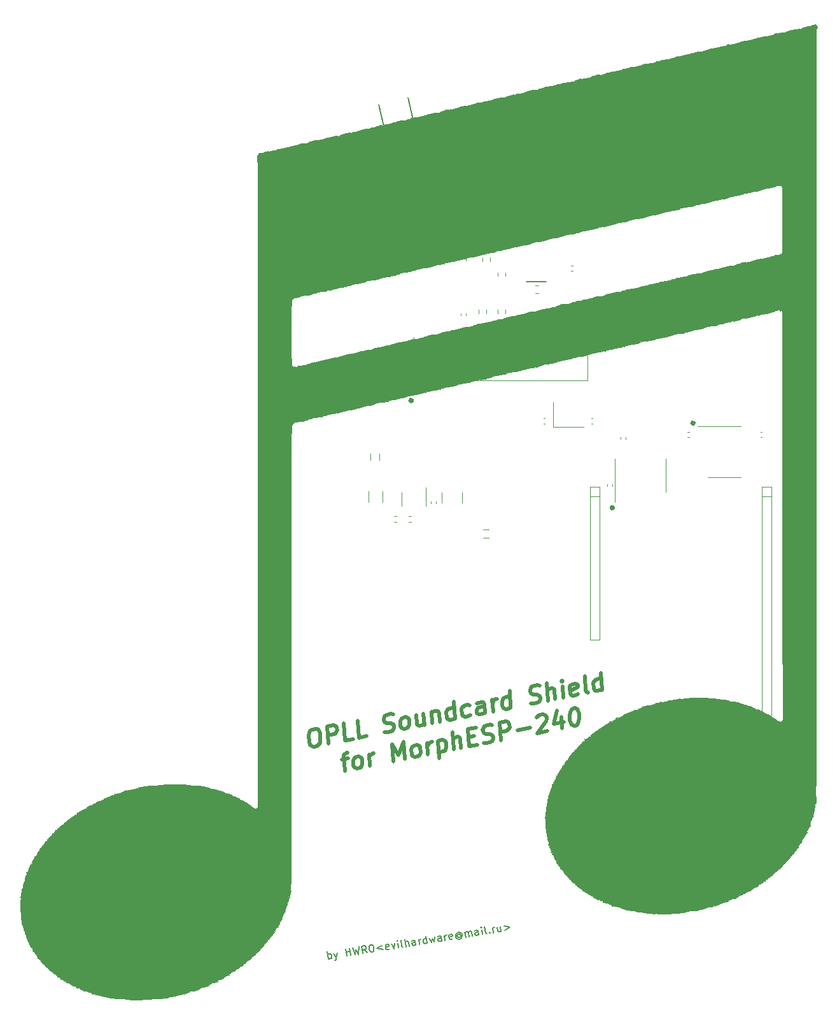
<source format=gbr>
%TF.GenerationSoftware,KiCad,Pcbnew,(5.1.8)-1*%
%TF.CreationDate,2020-12-26T14:40:11+03:00*%
%TF.ProjectId,mesp240_opll,6d657370-3234-4305-9f6f-706c6c2e6b69,rev?*%
%TF.SameCoordinates,Original*%
%TF.FileFunction,Legend,Top*%
%TF.FilePolarity,Positive*%
%FSLAX46Y46*%
G04 Gerber Fmt 4.6, Leading zero omitted, Abs format (unit mm)*
G04 Created by KiCad (PCBNEW (5.1.8)-1) date 2020-12-26 14:40:11*
%MOMM*%
%LPD*%
G01*
G04 APERTURE LIST*
%ADD10C,0.150000*%
%ADD11C,0.500000*%
%ADD12C,0.600000*%
%ADD13C,0.010000*%
%ADD14C,0.120000*%
%ADD15C,0.152400*%
%ADD16C,0.100000*%
G04 APERTURE END LIST*
D10*
X205182883Y-151556440D02*
X205024725Y-150569026D01*
X205084976Y-150945184D02*
X205171484Y-150883102D01*
X205359563Y-150852976D01*
X205461133Y-150884933D01*
X205515684Y-150924422D01*
X205577767Y-151010930D01*
X205622955Y-151293048D01*
X205590998Y-151394619D01*
X205551509Y-151449170D01*
X205465001Y-151511252D01*
X205276922Y-151541378D01*
X205175352Y-151509420D01*
X205876779Y-150770132D02*
X206217317Y-151390751D01*
X206346976Y-150694818D02*
X206217317Y-151390751D01*
X206160934Y-151640912D01*
X206121445Y-151695463D01*
X206034937Y-151757545D01*
X207580888Y-151172342D02*
X207422730Y-150184928D01*
X207498043Y-150655125D02*
X208062280Y-150564749D01*
X208145124Y-151081966D02*
X207986966Y-150094552D01*
X208363124Y-150034301D02*
X208756381Y-150984059D01*
X208831489Y-150248638D01*
X209132538Y-150923808D01*
X209209479Y-149898737D01*
X210308031Y-150735525D02*
X209903580Y-150318047D01*
X209743794Y-150825901D02*
X209585636Y-149838487D01*
X209961794Y-149778236D01*
X210063365Y-149810193D01*
X210117916Y-149849681D01*
X210179998Y-149936190D01*
X210202592Y-150077249D01*
X210170635Y-150178819D01*
X210131147Y-150233370D01*
X210044639Y-150295453D01*
X209668481Y-150355703D01*
X210761129Y-149650203D02*
X210855168Y-149635141D01*
X210956739Y-149667098D01*
X211011290Y-149706586D01*
X211073373Y-149793094D01*
X211150518Y-149973642D01*
X211188174Y-150208740D01*
X211171280Y-150404350D01*
X211139323Y-150505921D01*
X211099834Y-150560472D01*
X211013326Y-150622554D01*
X210919287Y-150637617D01*
X210817716Y-150605660D01*
X210763165Y-150566172D01*
X210701083Y-150479664D01*
X210623938Y-150299116D01*
X210586281Y-150064018D01*
X210603175Y-149868407D01*
X210635133Y-149766837D01*
X210674621Y-149712286D01*
X210761129Y-149650203D01*
X212318479Y-149738338D02*
X211611352Y-150140958D01*
X212408855Y-150302575D01*
X213262741Y-150214031D02*
X213176233Y-150276113D01*
X212988154Y-150306238D01*
X212886583Y-150274281D01*
X212824501Y-150187773D01*
X212764250Y-149811616D01*
X212796207Y-149710045D01*
X212882715Y-149647962D01*
X213070794Y-149617837D01*
X213172365Y-149649794D01*
X213234447Y-149736302D01*
X213249510Y-149830342D01*
X212794376Y-149999694D01*
X213540991Y-149542524D02*
X213881528Y-150163143D01*
X214011188Y-149467210D01*
X214492785Y-150065236D02*
X214387346Y-149406960D01*
X214334627Y-149077822D02*
X214295138Y-149132373D01*
X214349689Y-149171861D01*
X214389178Y-149117310D01*
X214334627Y-149077822D01*
X214349689Y-149171861D01*
X215104041Y-149967328D02*
X215002470Y-149935371D01*
X214940388Y-149848863D01*
X214804824Y-149002508D01*
X215480198Y-149907077D02*
X215322040Y-148919664D01*
X215903376Y-149839295D02*
X215820531Y-149322079D01*
X215758449Y-149235571D01*
X215656878Y-149203614D01*
X215515819Y-149226208D01*
X215429311Y-149288290D01*
X215389822Y-149342841D01*
X216796750Y-149696200D02*
X216713905Y-149178983D01*
X216651823Y-149092475D01*
X216550252Y-149060518D01*
X216362173Y-149090644D01*
X216275665Y-149152726D01*
X216789219Y-149649180D02*
X216702711Y-149711263D01*
X216467612Y-149748919D01*
X216366041Y-149716962D01*
X216303959Y-149630454D01*
X216288896Y-149536415D01*
X216320853Y-149434844D01*
X216407362Y-149372762D01*
X216642460Y-149335105D01*
X216728968Y-149273023D01*
X217266947Y-149620887D02*
X217161508Y-148962611D01*
X217191634Y-149150690D02*
X217223591Y-149049119D01*
X217263079Y-148994568D01*
X217349587Y-148932485D01*
X217443627Y-148917423D01*
X218301381Y-149455197D02*
X218143223Y-148467783D01*
X218293849Y-149408178D02*
X218207341Y-149470260D01*
X218019262Y-149500385D01*
X217917692Y-149468428D01*
X217863141Y-149428940D01*
X217801058Y-149342432D01*
X217755870Y-149060314D01*
X217787827Y-148958743D01*
X217827316Y-148904192D01*
X217913824Y-148842109D01*
X218101903Y-148811984D01*
X218203473Y-148843941D01*
X218572100Y-148736671D02*
X218865617Y-149364821D01*
X218978383Y-148864499D01*
X219241775Y-149304571D01*
X219324415Y-148616169D01*
X220229189Y-149146412D02*
X220146344Y-148629196D01*
X220084262Y-148542688D01*
X219982691Y-148510731D01*
X219794612Y-148540856D01*
X219708104Y-148602938D01*
X220221657Y-149099393D02*
X220135149Y-149161475D01*
X219900051Y-149199132D01*
X219798480Y-149167175D01*
X219736398Y-149080667D01*
X219721335Y-148986627D01*
X219753292Y-148885057D01*
X219839800Y-148822974D01*
X220074899Y-148785318D01*
X220161407Y-148723235D01*
X220699386Y-149071099D02*
X220593947Y-148412823D01*
X220624072Y-148600902D02*
X220656029Y-148499331D01*
X220695518Y-148444780D01*
X220782026Y-148382698D01*
X220876065Y-148367635D01*
X221679268Y-148865921D02*
X221592760Y-148928004D01*
X221404681Y-148958129D01*
X221303110Y-148926172D01*
X221241028Y-148839664D01*
X221180777Y-148463506D01*
X221212734Y-148361936D01*
X221299243Y-148299853D01*
X221487321Y-148269728D01*
X221588892Y-148301685D01*
X221650974Y-148388193D01*
X221666037Y-148482232D01*
X221210903Y-148651585D01*
X222692939Y-148269523D02*
X222638388Y-148230035D01*
X222536818Y-148198078D01*
X222442778Y-148213141D01*
X222356270Y-148275223D01*
X222316782Y-148329774D01*
X222284825Y-148431345D01*
X222299887Y-148525384D01*
X222361970Y-148611892D01*
X222416521Y-148651381D01*
X222518091Y-148683338D01*
X222612131Y-148668275D01*
X222698639Y-148606193D01*
X222738127Y-148551642D01*
X222677877Y-148175484D02*
X222738127Y-148551642D01*
X222792678Y-148591130D01*
X222839698Y-148583599D01*
X222926206Y-148521516D01*
X222958163Y-148419945D01*
X222920507Y-148184847D01*
X222803873Y-148058850D01*
X222647751Y-147987405D01*
X222452141Y-147970511D01*
X222271594Y-148047656D01*
X222145597Y-148164289D01*
X222074152Y-148320411D01*
X222057257Y-148516021D01*
X222134403Y-148696569D01*
X222251036Y-148822565D01*
X222407158Y-148894010D01*
X222602768Y-148910905D01*
X222783315Y-148833760D01*
X222909312Y-148717126D01*
X223426529Y-148634282D02*
X223321090Y-147976006D01*
X223336153Y-148070045D02*
X223375641Y-148015494D01*
X223462149Y-147953412D01*
X223603208Y-147930818D01*
X223704779Y-147962775D01*
X223766861Y-148049283D01*
X223849706Y-148566500D01*
X223766861Y-148049283D02*
X223798818Y-147947712D01*
X223885326Y-147885630D01*
X224026385Y-147863036D01*
X224127956Y-147894993D01*
X224190039Y-147981501D01*
X224272883Y-148498718D01*
X225166258Y-148355622D02*
X225083413Y-147838405D01*
X225021331Y-147751897D01*
X224919760Y-147719940D01*
X224731681Y-147750066D01*
X224645173Y-147812148D01*
X225158726Y-148308602D02*
X225072218Y-148370685D01*
X224837120Y-148408342D01*
X224735549Y-148376384D01*
X224673467Y-148289876D01*
X224658404Y-148195837D01*
X224690361Y-148094266D01*
X224776869Y-148032184D01*
X225011968Y-147994527D01*
X225098476Y-147932445D01*
X225636455Y-148280309D02*
X225531016Y-147622033D01*
X225478297Y-147292895D02*
X225438808Y-147347446D01*
X225493359Y-147386934D01*
X225532848Y-147332383D01*
X225478297Y-147292895D01*
X225493359Y-147386934D01*
X226247711Y-148182401D02*
X226146140Y-148150444D01*
X226084058Y-148063936D01*
X225948494Y-147217582D01*
X226608806Y-148028111D02*
X226663357Y-148067600D01*
X226623869Y-148122151D01*
X226569317Y-148082662D01*
X226608806Y-148028111D01*
X226623869Y-148122151D01*
X227094066Y-148046837D02*
X226988627Y-147388561D01*
X227018752Y-147576640D02*
X227050709Y-147475070D01*
X227090198Y-147420519D01*
X227176706Y-147358436D01*
X227270745Y-147343373D01*
X228023060Y-147222872D02*
X228128499Y-147881148D01*
X227599883Y-147290654D02*
X227682728Y-147807871D01*
X227744810Y-147894379D01*
X227846381Y-147926336D01*
X227987440Y-147903742D01*
X228073948Y-147841660D01*
X228113436Y-147787109D01*
X228493257Y-147147559D02*
X229290761Y-147309176D01*
X228583633Y-147711795D01*
D11*
X203032260Y-121036566D02*
X203462160Y-120952223D01*
X203684761Y-121020162D01*
X203915014Y-121198212D01*
X204053094Y-121617569D01*
X204106654Y-122388343D01*
X204029785Y-122849871D01*
X203830137Y-123112264D01*
X203622839Y-123264546D01*
X203192939Y-123348889D01*
X202970338Y-123280950D01*
X202740086Y-123102900D01*
X202602005Y-122683543D01*
X202548446Y-121912769D01*
X202625315Y-121451241D01*
X202824962Y-121188848D01*
X203032260Y-121036566D01*
X205127488Y-122969346D02*
X204966809Y-120657023D01*
X205826608Y-120488337D01*
X206049209Y-120556276D01*
X206164336Y-120645301D01*
X206287113Y-120844436D01*
X206310067Y-121174768D01*
X206217895Y-121416075D01*
X206118072Y-121547272D01*
X205910773Y-121699554D01*
X205050974Y-121868240D01*
X208459210Y-122315688D02*
X207384461Y-122526545D01*
X207223782Y-120214222D01*
X210286283Y-121957230D02*
X209211534Y-122168088D01*
X209050856Y-119855765D01*
X212643080Y-121383233D02*
X212973156Y-121430087D01*
X213510531Y-121324658D01*
X213717829Y-121172376D01*
X213817653Y-121041180D01*
X213909825Y-120799873D01*
X213894522Y-120579651D01*
X213771745Y-120380516D01*
X213656618Y-120291491D01*
X213434017Y-120223552D01*
X212996466Y-120197784D01*
X212773865Y-120129845D01*
X212658739Y-120040820D01*
X212535961Y-119841685D01*
X212520658Y-119621463D01*
X212612830Y-119380156D01*
X212712654Y-119248960D01*
X212919952Y-119096678D01*
X213457327Y-118991249D01*
X213787403Y-119038103D01*
X215230129Y-120987286D02*
X215007528Y-120919347D01*
X214892402Y-120830322D01*
X214769624Y-120631187D01*
X214723716Y-119970523D01*
X214815888Y-119729216D01*
X214915712Y-119598020D01*
X215123010Y-119445738D01*
X215445435Y-119382480D01*
X215668036Y-119450420D01*
X215783162Y-119539444D01*
X215905940Y-119738580D01*
X215951848Y-120399244D01*
X215859676Y-120640551D01*
X215759853Y-120771747D01*
X215552554Y-120924029D01*
X215230129Y-120987286D01*
X217809883Y-118918594D02*
X217917002Y-120460143D01*
X216842609Y-119108366D02*
X216926774Y-120319583D01*
X217049552Y-120518718D01*
X217272153Y-120586657D01*
X217594577Y-120523400D01*
X217801876Y-120371118D01*
X217901699Y-120239922D01*
X218884632Y-118707737D02*
X218991751Y-120249285D01*
X218899935Y-118927958D02*
X218999758Y-118796762D01*
X219207057Y-118644479D01*
X219529481Y-118581222D01*
X219752083Y-118649161D01*
X219874860Y-118848297D01*
X219959025Y-120059514D01*
X222001049Y-119658885D02*
X221840370Y-117346562D01*
X221993397Y-119548774D02*
X221786099Y-119701056D01*
X221356199Y-119785399D01*
X221133598Y-119717460D01*
X221018472Y-119628435D01*
X220895694Y-119429300D01*
X220849786Y-118768636D01*
X220941958Y-118527329D01*
X221041782Y-118396133D01*
X221249080Y-118243850D01*
X221678980Y-118159507D01*
X221901581Y-118227447D01*
X224035421Y-119148145D02*
X223828122Y-119300427D01*
X223398223Y-119384770D01*
X223175621Y-119316831D01*
X223060495Y-119227806D01*
X222937717Y-119028671D01*
X222891809Y-118368007D01*
X222983981Y-118126700D01*
X223083805Y-117995504D01*
X223291103Y-117843221D01*
X223721003Y-117758878D01*
X223943604Y-117826818D01*
X225977620Y-118878712D02*
X225893455Y-117667496D01*
X225770678Y-117468360D01*
X225548076Y-117400421D01*
X225118177Y-117484764D01*
X224910878Y-117637046D01*
X225969969Y-118768602D02*
X225762671Y-118920884D01*
X225225296Y-119026313D01*
X225002695Y-118958373D01*
X224879917Y-118759238D01*
X224864614Y-118539017D01*
X224956787Y-118297710D01*
X225164085Y-118145428D01*
X225701460Y-118039999D01*
X225908758Y-117887717D01*
X227052370Y-118667855D02*
X226945250Y-117126306D01*
X226975856Y-117566749D02*
X227068028Y-117325442D01*
X227167852Y-117194245D01*
X227375150Y-117041963D01*
X227590100Y-116999792D01*
X229416818Y-118203969D02*
X229256139Y-115891646D01*
X229409166Y-118093858D02*
X229201868Y-118246140D01*
X228771968Y-118330483D01*
X228549367Y-118262544D01*
X228434241Y-118173519D01*
X228311463Y-117974384D01*
X228265555Y-117313720D01*
X228357727Y-117072413D01*
X228457550Y-116941217D01*
X228664849Y-116788934D01*
X229094749Y-116704591D01*
X229317350Y-116772531D01*
X232096039Y-117566715D02*
X232426115Y-117613568D01*
X232963490Y-117508139D01*
X233170788Y-117355857D01*
X233270612Y-117224661D01*
X233362784Y-116983354D01*
X233347481Y-116763133D01*
X233224703Y-116563997D01*
X233109577Y-116474972D01*
X232886976Y-116407033D01*
X232449425Y-116381265D01*
X232226824Y-116313326D01*
X232111697Y-116224301D01*
X231988920Y-116025166D01*
X231973617Y-115804945D01*
X232065789Y-115563638D01*
X232165613Y-115432441D01*
X232372911Y-115280159D01*
X232910286Y-115174730D01*
X233240362Y-115221584D01*
X234360664Y-117234025D02*
X234199985Y-114921702D01*
X235327938Y-117044253D02*
X235243773Y-115833036D01*
X235120995Y-115633901D01*
X234898394Y-115565962D01*
X234575969Y-115629219D01*
X234368671Y-115781501D01*
X234268847Y-115912697D01*
X236402687Y-116833396D02*
X236295568Y-115291847D01*
X236242008Y-114521073D02*
X236142184Y-114652269D01*
X236257311Y-114741294D01*
X236357134Y-114610097D01*
X236242008Y-114521073D01*
X236257311Y-114741294D01*
X238329584Y-116343742D02*
X238122285Y-116496024D01*
X237692386Y-116580367D01*
X237469785Y-116512428D01*
X237347007Y-116313292D01*
X237285796Y-115432407D01*
X237377968Y-115191100D01*
X237585266Y-115038818D01*
X238015166Y-114954475D01*
X238237767Y-115022414D01*
X238360545Y-115221550D01*
X238375848Y-115441771D01*
X237316401Y-115872850D01*
X239734409Y-116179738D02*
X239511808Y-116111799D01*
X239389030Y-115912663D01*
X239251305Y-113930672D01*
X241561483Y-115821280D02*
X241400804Y-113508957D01*
X241553831Y-115711170D02*
X241346533Y-115863452D01*
X240916633Y-115947795D01*
X240694032Y-115879856D01*
X240578906Y-115790831D01*
X240456128Y-115591695D01*
X240410220Y-114931031D01*
X240502392Y-114689724D01*
X240602215Y-114558528D01*
X240809514Y-114406246D01*
X241239413Y-114321903D01*
X241462015Y-114389842D01*
X206909317Y-125082503D02*
X207769116Y-124913817D01*
X207338861Y-126560794D02*
X207201136Y-124578803D01*
X207293308Y-124337496D01*
X207500607Y-124185214D01*
X207715557Y-124143042D01*
X208950985Y-126244508D02*
X208728384Y-126176569D01*
X208613257Y-126087544D01*
X208490480Y-125888409D01*
X208444571Y-125227745D01*
X208536743Y-124986438D01*
X208636567Y-124855242D01*
X208843865Y-124702959D01*
X209166290Y-124639702D01*
X209388891Y-124707641D01*
X209504018Y-124796666D01*
X209626795Y-124995802D01*
X209672704Y-125656466D01*
X209580531Y-125897773D01*
X209480708Y-126028969D01*
X209273409Y-126181251D01*
X208950985Y-126244508D01*
X210670583Y-125907136D02*
X210563464Y-124365588D01*
X210594070Y-124806030D02*
X210686242Y-124564723D01*
X210786065Y-124433527D01*
X210993364Y-124281245D01*
X211208314Y-124239073D01*
X213787356Y-125295650D02*
X213626677Y-122983327D01*
X214493772Y-124487386D01*
X215131326Y-122688126D01*
X215292004Y-125000450D01*
X216689178Y-124726335D02*
X216466577Y-124658396D01*
X216351451Y-124569371D01*
X216228673Y-124370236D01*
X216182765Y-123709572D01*
X216274937Y-123468265D01*
X216374761Y-123337068D01*
X216582059Y-123184786D01*
X216904484Y-123121529D01*
X217127085Y-123189468D01*
X217242211Y-123278493D01*
X217364989Y-123477629D01*
X217410897Y-124138292D01*
X217318725Y-124379599D01*
X217218901Y-124510796D01*
X217011603Y-124663078D01*
X216689178Y-124726335D01*
X218408777Y-124388963D02*
X218301658Y-122847414D01*
X218332263Y-123287857D02*
X218424435Y-123046550D01*
X218524259Y-122915354D01*
X218731557Y-122763071D01*
X218946507Y-122720900D01*
X219698831Y-122573300D02*
X219859510Y-124885623D01*
X219706483Y-122683410D02*
X219913781Y-122531128D01*
X220343681Y-122446785D01*
X220566282Y-122514725D01*
X220681408Y-122603749D01*
X220804186Y-122802885D01*
X220850094Y-123463549D01*
X220757922Y-123704856D01*
X220658099Y-123836052D01*
X220450800Y-123988334D01*
X220020901Y-124072677D01*
X219798299Y-124004738D01*
X221847974Y-123714220D02*
X221687295Y-121401896D01*
X222815248Y-123524448D02*
X222731083Y-122313231D01*
X222608305Y-122114096D01*
X222385704Y-122046156D01*
X222063280Y-122109414D01*
X221855981Y-122261696D01*
X221756158Y-122392892D01*
X223805832Y-122102374D02*
X224558157Y-121954773D01*
X224964746Y-123102733D02*
X223889997Y-123313591D01*
X223729318Y-121001267D01*
X224804068Y-120790410D01*
X225816894Y-122823937D02*
X226146970Y-122870790D01*
X226684345Y-122765361D01*
X226891643Y-122613079D01*
X226991467Y-122481883D01*
X227083639Y-122240576D01*
X227068336Y-122020355D01*
X226945559Y-121821219D01*
X226830432Y-121732194D01*
X226607831Y-121664255D01*
X226170280Y-121638487D01*
X225947679Y-121570548D01*
X225832553Y-121481523D01*
X225709775Y-121282388D01*
X225694472Y-121062167D01*
X225786645Y-120820860D01*
X225886468Y-120689663D01*
X226093766Y-120537381D01*
X226631141Y-120431952D01*
X226961217Y-120478806D01*
X228081519Y-122491247D02*
X227920840Y-120178924D01*
X228780639Y-120010238D01*
X229003240Y-120078177D01*
X229118367Y-120167202D01*
X229241144Y-120366337D01*
X229264099Y-120696669D01*
X229171926Y-120937976D01*
X229072103Y-121069172D01*
X228864804Y-121221455D01*
X228005005Y-121390140D01*
X230277281Y-121167561D02*
X231996880Y-120830189D01*
X232879989Y-119429201D02*
X232979812Y-119298004D01*
X233187111Y-119145722D01*
X233724485Y-119040294D01*
X233947086Y-119108233D01*
X234062213Y-119197258D01*
X234184990Y-119396393D01*
X234200293Y-119616614D01*
X234115772Y-119968032D01*
X232917890Y-121542388D01*
X234315064Y-121268274D01*
X236142493Y-119347182D02*
X236249612Y-120888731D01*
X235543907Y-118571725D02*
X235121303Y-120328814D01*
X236518477Y-120054699D01*
X237701057Y-118260121D02*
X237916007Y-118217950D01*
X238138608Y-118285889D01*
X238253734Y-118374914D01*
X238376512Y-118574049D01*
X238514592Y-118993406D01*
X238552849Y-119543959D01*
X238475980Y-120005487D01*
X238383808Y-120246794D01*
X238283984Y-120377991D01*
X238076686Y-120530273D01*
X237861736Y-120572444D01*
X237639135Y-120504505D01*
X237524008Y-120415480D01*
X237401231Y-120216345D01*
X237263150Y-119796988D01*
X237224893Y-119246435D01*
X237301763Y-118784907D01*
X237393935Y-118543600D01*
X237493758Y-118412403D01*
X237701057Y-118260121D01*
D12*
X228930200Y-52730400D02*
G75*
G03*
X228930200Y-52730400I-76200J0D01*
G01*
X253720600Y-80340200D02*
G75*
G03*
X253720600Y-80340200I-76200J0D01*
G01*
X242976400Y-91592400D02*
G75*
G03*
X242976400Y-91592400I-76200J0D01*
G01*
X216230200Y-77343000D02*
G75*
G03*
X216230200Y-77343000I-76200J0D01*
G01*
D13*
%TO.C,G\u002A\u002A\u002A*%
G36*
X258775200Y-50241200D02*
G01*
X258749800Y-50266600D01*
X258724400Y-50241200D01*
X258749800Y-50215800D01*
X258775200Y-50241200D01*
G37*
X258775200Y-50241200D02*
X258749800Y-50266600D01*
X258724400Y-50241200D01*
X258749800Y-50215800D01*
X258775200Y-50241200D01*
G36*
X251866400Y-51866800D02*
G01*
X251841000Y-51892200D01*
X251815600Y-51866800D01*
X251841000Y-51841400D01*
X251866400Y-51866800D01*
G37*
X251866400Y-51866800D02*
X251841000Y-51892200D01*
X251815600Y-51866800D01*
X251841000Y-51841400D01*
X251866400Y-51866800D01*
G36*
X241808000Y-54254400D02*
G01*
X241782600Y-54279800D01*
X241757200Y-54254400D01*
X241782600Y-54229000D01*
X241808000Y-54254400D01*
G37*
X241808000Y-54254400D02*
X241782600Y-54279800D01*
X241757200Y-54254400D01*
X241782600Y-54229000D01*
X241808000Y-54254400D01*
G36*
X264752666Y-58005133D02*
G01*
X264745693Y-58035333D01*
X264718800Y-58039000D01*
X264676985Y-58020413D01*
X264684933Y-58005133D01*
X264745221Y-57999053D01*
X264752666Y-58005133D01*
G37*
X264752666Y-58005133D02*
X264745693Y-58035333D01*
X264718800Y-58039000D01*
X264676985Y-58020413D01*
X264684933Y-58005133D01*
X264745221Y-57999053D01*
X264752666Y-58005133D01*
G36*
X260400800Y-58928000D02*
G01*
X260375400Y-58953400D01*
X260350000Y-58928000D01*
X260375400Y-58902600D01*
X260400800Y-58928000D01*
G37*
X260400800Y-58928000D02*
X260375400Y-58953400D01*
X260350000Y-58928000D01*
X260375400Y-58902600D01*
X260400800Y-58928000D01*
G36*
X207094666Y-62323133D02*
G01*
X207087693Y-62353333D01*
X207060800Y-62357000D01*
X207018985Y-62338413D01*
X207026933Y-62323133D01*
X207087221Y-62317053D01*
X207094666Y-62323133D01*
G37*
X207094666Y-62323133D02*
X207087693Y-62353333D01*
X207060800Y-62357000D01*
X207018985Y-62338413D01*
X207026933Y-62323133D01*
X207087221Y-62317053D01*
X207094666Y-62323133D01*
G36*
X205486000Y-62687200D02*
G01*
X205460600Y-62712600D01*
X205435200Y-62687200D01*
X205460600Y-62661800D01*
X205486000Y-62687200D01*
G37*
X205486000Y-62687200D02*
X205460600Y-62712600D01*
X205435200Y-62687200D01*
X205460600Y-62661800D01*
X205486000Y-62687200D01*
G36*
X204724000Y-62839600D02*
G01*
X204698600Y-62865000D01*
X204673200Y-62839600D01*
X204698600Y-62814200D01*
X204724000Y-62839600D01*
G37*
X204724000Y-62839600D02*
X204698600Y-62865000D01*
X204673200Y-62839600D01*
X204698600Y-62814200D01*
X204724000Y-62839600D01*
G36*
X242062000Y-63296800D02*
G01*
X242036600Y-63322200D01*
X242011200Y-63296800D01*
X242036600Y-63271400D01*
X242062000Y-63296800D01*
G37*
X242062000Y-63296800D02*
X242036600Y-63322200D01*
X242011200Y-63296800D01*
X242036600Y-63271400D01*
X242062000Y-63296800D01*
G36*
X236016800Y-64566800D02*
G01*
X235991400Y-64592200D01*
X235966000Y-64566800D01*
X235991400Y-64541400D01*
X236016800Y-64566800D01*
G37*
X236016800Y-64566800D02*
X235991400Y-64592200D01*
X235966000Y-64566800D01*
X235991400Y-64541400D01*
X236016800Y-64566800D01*
G36*
X216509600Y-69037200D02*
G01*
X216484200Y-69062600D01*
X216458800Y-69037200D01*
X216484200Y-69011800D01*
X216509600Y-69037200D01*
G37*
X216509600Y-69037200D02*
X216484200Y-69062600D01*
X216458800Y-69037200D01*
X216484200Y-69011800D01*
X216509600Y-69037200D01*
G36*
X208672641Y-71013108D02*
G01*
X208657491Y-71036197D01*
X208605966Y-71039789D01*
X208551761Y-71027383D01*
X208575275Y-71009097D01*
X208654669Y-71003041D01*
X208672641Y-71013108D01*
G37*
X208672641Y-71013108D02*
X208657491Y-71036197D01*
X208605966Y-71039789D01*
X208551761Y-71027383D01*
X208575275Y-71009097D01*
X208654669Y-71003041D01*
X208672641Y-71013108D01*
G36*
X207924400Y-71120000D02*
G01*
X207899000Y-71145400D01*
X207873600Y-71120000D01*
X207899000Y-71094600D01*
X207924400Y-71120000D01*
G37*
X207924400Y-71120000D02*
X207899000Y-71145400D01*
X207873600Y-71120000D01*
X207899000Y-71094600D01*
X207924400Y-71120000D01*
G36*
X201168000Y-72694800D02*
G01*
X201142600Y-72720200D01*
X201117200Y-72694800D01*
X201142600Y-72669400D01*
X201168000Y-72694800D01*
G37*
X201168000Y-72694800D02*
X201142600Y-72720200D01*
X201117200Y-72694800D01*
X201142600Y-72669400D01*
X201168000Y-72694800D01*
G36*
X200660000Y-72847200D02*
G01*
X200634600Y-72872600D01*
X200609200Y-72847200D01*
X200634600Y-72821800D01*
X200660000Y-72847200D01*
G37*
X200660000Y-72847200D02*
X200634600Y-72872600D01*
X200609200Y-72847200D01*
X200634600Y-72821800D01*
X200660000Y-72847200D01*
G36*
X260400800Y-29565600D02*
G01*
X260375400Y-29591000D01*
X260350000Y-29565600D01*
X260375400Y-29540200D01*
X260400800Y-29565600D01*
G37*
X260400800Y-29565600D02*
X260375400Y-29591000D01*
X260350000Y-29565600D01*
X260375400Y-29540200D01*
X260400800Y-29565600D01*
G36*
X258301066Y-30014333D02*
G01*
X258294093Y-30044533D01*
X258267200Y-30048200D01*
X258225385Y-30029613D01*
X258233333Y-30014333D01*
X258293621Y-30008253D01*
X258301066Y-30014333D01*
G37*
X258301066Y-30014333D02*
X258294093Y-30044533D01*
X258267200Y-30048200D01*
X258225385Y-30029613D01*
X258233333Y-30014333D01*
X258293621Y-30008253D01*
X258301066Y-30014333D01*
G36*
X255053041Y-30881108D02*
G01*
X255037891Y-30904197D01*
X254986366Y-30907789D01*
X254932161Y-30895383D01*
X254955675Y-30877097D01*
X255035069Y-30871041D01*
X255053041Y-30881108D01*
G37*
X255053041Y-30881108D02*
X255037891Y-30904197D01*
X254986366Y-30907789D01*
X254932161Y-30895383D01*
X254955675Y-30877097D01*
X255035069Y-30871041D01*
X255053041Y-30881108D01*
G36*
X243162666Y-33621133D02*
G01*
X243155693Y-33651333D01*
X243128800Y-33655000D01*
X243086985Y-33636413D01*
X243094933Y-33621133D01*
X243155221Y-33615053D01*
X243162666Y-33621133D01*
G37*
X243162666Y-33621133D02*
X243155693Y-33651333D01*
X243128800Y-33655000D01*
X243086985Y-33636413D01*
X243094933Y-33621133D01*
X243155221Y-33615053D01*
X243162666Y-33621133D01*
G36*
X242908666Y-33621133D02*
G01*
X242901693Y-33651333D01*
X242874800Y-33655000D01*
X242832985Y-33636413D01*
X242840933Y-33621133D01*
X242901221Y-33615053D01*
X242908666Y-33621133D01*
G37*
X242908666Y-33621133D02*
X242901693Y-33651333D01*
X242874800Y-33655000D01*
X242832985Y-33636413D01*
X242840933Y-33621133D01*
X242901221Y-33615053D01*
X242908666Y-33621133D01*
G36*
X238724218Y-34555671D02*
G01*
X238734600Y-34569400D01*
X238732277Y-34616286D01*
X238715196Y-34620200D01*
X238643381Y-34583128D01*
X238633000Y-34569400D01*
X238635322Y-34522513D01*
X238652403Y-34518600D01*
X238724218Y-34555671D01*
G37*
X238724218Y-34555671D02*
X238734600Y-34569400D01*
X238732277Y-34616286D01*
X238715196Y-34620200D01*
X238643381Y-34583128D01*
X238633000Y-34569400D01*
X238635322Y-34522513D01*
X238652403Y-34518600D01*
X238724218Y-34555671D01*
G36*
X218423066Y-39310733D02*
G01*
X218416093Y-39340933D01*
X218389200Y-39344600D01*
X218347385Y-39326013D01*
X218355333Y-39310733D01*
X218415621Y-39304653D01*
X218423066Y-39310733D01*
G37*
X218423066Y-39310733D02*
X218416093Y-39340933D01*
X218389200Y-39344600D01*
X218347385Y-39326013D01*
X218355333Y-39310733D01*
X218415621Y-39304653D01*
X218423066Y-39310733D01*
G36*
X213372700Y-40530156D02*
G01*
X213379081Y-40548697D01*
X213309200Y-40555778D01*
X213237082Y-40547795D01*
X213245700Y-40530156D01*
X213349705Y-40523446D01*
X213372700Y-40530156D01*
G37*
X213372700Y-40530156D02*
X213379081Y-40548697D01*
X213309200Y-40555778D01*
X213237082Y-40547795D01*
X213245700Y-40530156D01*
X213349705Y-40523446D01*
X213372700Y-40530156D01*
G36*
X212533441Y-40685508D02*
G01*
X212518291Y-40708597D01*
X212466766Y-40712189D01*
X212412561Y-40699783D01*
X212436075Y-40681497D01*
X212515469Y-40675441D01*
X212533441Y-40685508D01*
G37*
X212533441Y-40685508D02*
X212518291Y-40708597D01*
X212466766Y-40712189D01*
X212412561Y-40699783D01*
X212436075Y-40681497D01*
X212515469Y-40675441D01*
X212533441Y-40685508D01*
G36*
X201066400Y-43383200D02*
G01*
X201041000Y-43408600D01*
X201015600Y-43383200D01*
X201041000Y-43357800D01*
X201066400Y-43383200D01*
G37*
X201066400Y-43383200D02*
X201041000Y-43408600D01*
X201015600Y-43383200D01*
X201041000Y-43357800D01*
X201066400Y-43383200D01*
G36*
X197104000Y-44196000D02*
G01*
X197078600Y-44221400D01*
X197053200Y-44196000D01*
X197078600Y-44170600D01*
X197104000Y-44196000D01*
G37*
X197104000Y-44196000D02*
X197078600Y-44221400D01*
X197053200Y-44196000D01*
X197078600Y-44170600D01*
X197104000Y-44196000D01*
G36*
X262382000Y-66040000D02*
G01*
X262356600Y-66065400D01*
X262331200Y-66040000D01*
X262356600Y-66014600D01*
X262382000Y-66040000D01*
G37*
X262382000Y-66040000D02*
X262356600Y-66065400D01*
X262331200Y-66040000D01*
X262356600Y-66014600D01*
X262382000Y-66040000D01*
G36*
X252272800Y-68427600D02*
G01*
X252247400Y-68453000D01*
X252222000Y-68427600D01*
X252247400Y-68402200D01*
X252272800Y-68427600D01*
G37*
X252272800Y-68427600D02*
X252247400Y-68453000D01*
X252222000Y-68427600D01*
X252247400Y-68402200D01*
X252272800Y-68427600D01*
G36*
X244500400Y-70154800D02*
G01*
X244475000Y-70180200D01*
X244449600Y-70154800D01*
X244475000Y-70129400D01*
X244500400Y-70154800D01*
G37*
X244500400Y-70154800D02*
X244475000Y-70180200D01*
X244449600Y-70154800D01*
X244475000Y-70129400D01*
X244500400Y-70154800D01*
G36*
X234391200Y-72542400D02*
G01*
X234365800Y-72567800D01*
X234340400Y-72542400D01*
X234365800Y-72517000D01*
X234391200Y-72542400D01*
G37*
X234391200Y-72542400D02*
X234365800Y-72567800D01*
X234340400Y-72542400D01*
X234365800Y-72517000D01*
X234391200Y-72542400D01*
G36*
X232487544Y-72933210D02*
G01*
X232472299Y-72970999D01*
X232424890Y-72996333D01*
X232365542Y-73011800D01*
X232389889Y-72974586D01*
X232396453Y-72967896D01*
X232463058Y-72927770D01*
X232487544Y-72933210D01*
G37*
X232487544Y-72933210D02*
X232472299Y-72970999D01*
X232424890Y-72996333D01*
X232365542Y-73011800D01*
X232389889Y-72974586D01*
X232396453Y-72967896D01*
X232463058Y-72927770D01*
X232487544Y-72933210D01*
G36*
X218084400Y-76250800D02*
G01*
X218059000Y-76276200D01*
X218033600Y-76250800D01*
X218059000Y-76225400D01*
X218084400Y-76250800D01*
G37*
X218084400Y-76250800D02*
X218059000Y-76276200D01*
X218033600Y-76250800D01*
X218059000Y-76225400D01*
X218084400Y-76250800D01*
G36*
X214511466Y-77055133D02*
G01*
X214504493Y-77085333D01*
X214477600Y-77089000D01*
X214435785Y-77070413D01*
X214443733Y-77055133D01*
X214504021Y-77049053D01*
X214511466Y-77055133D01*
G37*
X214511466Y-77055133D02*
X214504493Y-77085333D01*
X214477600Y-77089000D01*
X214435785Y-77070413D01*
X214443733Y-77055133D01*
X214504021Y-77049053D01*
X214511466Y-77055133D01*
G36*
X207734866Y-78630478D02*
G01*
X207736555Y-78647155D01*
X207657030Y-78653966D01*
X207645000Y-78653896D01*
X207566211Y-78646571D01*
X207573732Y-78631109D01*
X207582466Y-78628596D01*
X207693124Y-78621159D01*
X207734866Y-78630478D01*
G37*
X207734866Y-78630478D02*
X207736555Y-78647155D01*
X207657030Y-78653966D01*
X207645000Y-78653896D01*
X207566211Y-78646571D01*
X207573732Y-78631109D01*
X207582466Y-78628596D01*
X207693124Y-78621159D01*
X207734866Y-78630478D01*
G36*
X248767600Y-117551200D02*
G01*
X248742200Y-117576600D01*
X248716800Y-117551200D01*
X248742200Y-117525800D01*
X248767600Y-117551200D01*
G37*
X248767600Y-117551200D02*
X248742200Y-117576600D01*
X248716800Y-117551200D01*
X248742200Y-117525800D01*
X248767600Y-117551200D01*
G36*
X246989600Y-118008400D02*
G01*
X246964200Y-118033800D01*
X246938800Y-118008400D01*
X246964200Y-117983000D01*
X246989600Y-118008400D01*
G37*
X246989600Y-118008400D02*
X246964200Y-118033800D01*
X246938800Y-118008400D01*
X246964200Y-117983000D01*
X246989600Y-118008400D01*
G36*
X264612561Y-119634962D02*
G01*
X264617200Y-119672100D01*
X264651877Y-119757706D01*
X264680700Y-119778156D01*
X264716804Y-119801120D01*
X264679105Y-119807789D01*
X264606579Y-119770735D01*
X264583929Y-119733409D01*
X264574030Y-119648261D01*
X264585524Y-119623342D01*
X264612561Y-119634962D01*
G37*
X264612561Y-119634962D02*
X264617200Y-119672100D01*
X264651877Y-119757706D01*
X264680700Y-119778156D01*
X264716804Y-119801120D01*
X264679105Y-119807789D01*
X264606579Y-119770735D01*
X264583929Y-119733409D01*
X264574030Y-119648261D01*
X264585524Y-119623342D01*
X264612561Y-119634962D01*
G36*
X264803466Y-119828733D02*
G01*
X264809546Y-119889021D01*
X264803466Y-119896466D01*
X264773266Y-119889493D01*
X264769600Y-119862600D01*
X264788186Y-119820785D01*
X264803466Y-119828733D01*
G37*
X264803466Y-119828733D02*
X264809546Y-119889021D01*
X264803466Y-119896466D01*
X264773266Y-119889493D01*
X264769600Y-119862600D01*
X264788186Y-119820785D01*
X264803466Y-119828733D01*
G36*
X265209866Y-119981133D02*
G01*
X265202893Y-120011333D01*
X265176000Y-120015000D01*
X265134185Y-119996413D01*
X265142133Y-119981133D01*
X265202421Y-119975053D01*
X265209866Y-119981133D01*
G37*
X265209866Y-119981133D02*
X265202893Y-120011333D01*
X265176000Y-120015000D01*
X265134185Y-119996413D01*
X265142133Y-119981133D01*
X265202421Y-119975053D01*
X265209866Y-119981133D01*
G36*
X242519200Y-119989600D02*
G01*
X242493800Y-120015000D01*
X242468400Y-119989600D01*
X242493800Y-119964200D01*
X242519200Y-119989600D01*
G37*
X242519200Y-119989600D02*
X242493800Y-120015000D01*
X242468400Y-119989600D01*
X242493800Y-119964200D01*
X242519200Y-119989600D01*
G36*
X242756887Y-119986718D02*
G01*
X242722400Y-120015000D01*
X242629790Y-120057986D01*
X242595400Y-120064244D01*
X242586312Y-120043281D01*
X242620800Y-120015000D01*
X242713409Y-119972013D01*
X242747800Y-119965755D01*
X242756887Y-119986718D01*
G37*
X242756887Y-119986718D02*
X242722400Y-120015000D01*
X242629790Y-120057986D01*
X242595400Y-120064244D01*
X242586312Y-120043281D01*
X242620800Y-120015000D01*
X242713409Y-119972013D01*
X242747800Y-119965755D01*
X242756887Y-119986718D01*
G36*
X241174344Y-120990010D02*
G01*
X241159099Y-121027799D01*
X241111690Y-121053133D01*
X241052342Y-121068600D01*
X241076689Y-121031386D01*
X241083253Y-121024696D01*
X241149858Y-120984570D01*
X241174344Y-120990010D01*
G37*
X241174344Y-120990010D02*
X241159099Y-121027799D01*
X241111690Y-121053133D01*
X241052342Y-121068600D01*
X241076689Y-121031386D01*
X241083253Y-121024696D01*
X241149858Y-120984570D01*
X241174344Y-120990010D01*
G36*
X239268000Y-122326400D02*
G01*
X239242600Y-122351800D01*
X239217200Y-122326400D01*
X239242600Y-122301000D01*
X239268000Y-122326400D01*
G37*
X239268000Y-122326400D02*
X239242600Y-122351800D01*
X239217200Y-122326400D01*
X239242600Y-122301000D01*
X239268000Y-122326400D01*
G36*
X239064800Y-122631200D02*
G01*
X239039400Y-122656600D01*
X239014000Y-122631200D01*
X239039400Y-122605800D01*
X239064800Y-122631200D01*
G37*
X239064800Y-122631200D02*
X239039400Y-122656600D01*
X239014000Y-122631200D01*
X239039400Y-122605800D01*
X239064800Y-122631200D01*
G36*
X238691938Y-123043499D02*
G01*
X238683800Y-123063000D01*
X238616504Y-123111903D01*
X238601603Y-123113800D01*
X238574061Y-123082500D01*
X238582200Y-123063000D01*
X238649495Y-123014096D01*
X238664396Y-123012200D01*
X238691938Y-123043499D01*
G37*
X238691938Y-123043499D02*
X238683800Y-123063000D01*
X238616504Y-123111903D01*
X238601603Y-123113800D01*
X238574061Y-123082500D01*
X238582200Y-123063000D01*
X238649495Y-123014096D01*
X238664396Y-123012200D01*
X238691938Y-123043499D01*
G36*
X237286800Y-124612400D02*
G01*
X237261400Y-124637800D01*
X237236000Y-124612400D01*
X237261400Y-124587000D01*
X237286800Y-124612400D01*
G37*
X237286800Y-124612400D02*
X237261400Y-124637800D01*
X237236000Y-124612400D01*
X237261400Y-124587000D01*
X237286800Y-124612400D01*
G36*
X235390266Y-127397933D02*
G01*
X235396346Y-127458221D01*
X235390266Y-127465666D01*
X235360066Y-127458693D01*
X235356400Y-127431800D01*
X235374986Y-127389985D01*
X235390266Y-127397933D01*
G37*
X235390266Y-127397933D02*
X235396346Y-127458221D01*
X235390266Y-127465666D01*
X235360066Y-127458693D01*
X235356400Y-127431800D01*
X235374986Y-127389985D01*
X235390266Y-127397933D01*
G36*
X179933600Y-128727200D02*
G01*
X179908200Y-128752600D01*
X179882800Y-128727200D01*
X179908200Y-128701800D01*
X179933600Y-128727200D01*
G37*
X179933600Y-128727200D02*
X179908200Y-128752600D01*
X179882800Y-128727200D01*
X179908200Y-128701800D01*
X179933600Y-128727200D01*
G36*
X176784000Y-129590800D02*
G01*
X176758600Y-129616200D01*
X176733200Y-129590800D01*
X176758600Y-129565400D01*
X176784000Y-129590800D01*
G37*
X176784000Y-129590800D02*
X176758600Y-129616200D01*
X176733200Y-129590800D01*
X176758600Y-129565400D01*
X176784000Y-129590800D01*
G36*
X175006000Y-130454400D02*
G01*
X174980600Y-130479800D01*
X174955200Y-130454400D01*
X174980600Y-130429000D01*
X175006000Y-130454400D01*
G37*
X175006000Y-130454400D02*
X174980600Y-130479800D01*
X174955200Y-130454400D01*
X174980600Y-130429000D01*
X175006000Y-130454400D01*
G36*
X171805600Y-132080000D02*
G01*
X171780200Y-132105400D01*
X171754800Y-132080000D01*
X171780200Y-132054600D01*
X171805600Y-132080000D01*
G37*
X171805600Y-132080000D02*
X171780200Y-132105400D01*
X171754800Y-132080000D01*
X171780200Y-132054600D01*
X171805600Y-132080000D01*
G36*
X269680266Y-132173133D02*
G01*
X269686346Y-132233421D01*
X269680266Y-132240866D01*
X269650066Y-132233893D01*
X269646400Y-132207000D01*
X269664986Y-132165185D01*
X269680266Y-132173133D01*
G37*
X269680266Y-132173133D02*
X269686346Y-132233421D01*
X269680266Y-132240866D01*
X269650066Y-132233893D01*
X269646400Y-132207000D01*
X269664986Y-132165185D01*
X269680266Y-132173133D01*
G36*
X171145200Y-132588000D02*
G01*
X171119800Y-132613400D01*
X171094400Y-132588000D01*
X171119800Y-132562600D01*
X171145200Y-132588000D01*
G37*
X171145200Y-132588000D02*
X171119800Y-132613400D01*
X171094400Y-132588000D01*
X171119800Y-132562600D01*
X171145200Y-132588000D01*
G36*
X269223066Y-133798733D02*
G01*
X269229146Y-133859021D01*
X269223066Y-133866466D01*
X269192866Y-133859493D01*
X269189200Y-133832600D01*
X269207786Y-133790785D01*
X269223066Y-133798733D01*
G37*
X269223066Y-133798733D02*
X269229146Y-133859021D01*
X269223066Y-133866466D01*
X269192866Y-133859493D01*
X269189200Y-133832600D01*
X269207786Y-133790785D01*
X269223066Y-133798733D01*
G36*
X168910000Y-134416800D02*
G01*
X168884600Y-134442200D01*
X168859200Y-134416800D01*
X168884600Y-134391400D01*
X168910000Y-134416800D01*
G37*
X168910000Y-134416800D02*
X168884600Y-134442200D01*
X168859200Y-134416800D01*
X168884600Y-134391400D01*
X168910000Y-134416800D01*
G36*
X268833600Y-134772400D02*
G01*
X268808200Y-134797800D01*
X268782800Y-134772400D01*
X268808200Y-134747000D01*
X268833600Y-134772400D01*
G37*
X268833600Y-134772400D02*
X268808200Y-134797800D01*
X268782800Y-134772400D01*
X268808200Y-134747000D01*
X268833600Y-134772400D01*
G36*
X168452800Y-134924800D02*
G01*
X168427400Y-134950200D01*
X168402000Y-134924800D01*
X168427400Y-134899400D01*
X168452800Y-134924800D01*
G37*
X168452800Y-134924800D02*
X168427400Y-134950200D01*
X168402000Y-134924800D01*
X168427400Y-134899400D01*
X168452800Y-134924800D01*
G36*
X268122400Y-135890000D02*
G01*
X268097000Y-135915400D01*
X268071600Y-135890000D01*
X268097000Y-135864600D01*
X268122400Y-135890000D01*
G37*
X268122400Y-135890000D02*
X268097000Y-135915400D01*
X268071600Y-135890000D01*
X268097000Y-135864600D01*
X268122400Y-135890000D01*
G36*
X234797600Y-137363200D02*
G01*
X234772200Y-137388600D01*
X234746800Y-137363200D01*
X234772200Y-137337800D01*
X234797600Y-137363200D01*
G37*
X234797600Y-137363200D02*
X234772200Y-137388600D01*
X234746800Y-137363200D01*
X234772200Y-137337800D01*
X234797600Y-137363200D01*
G36*
X234899200Y-137617200D02*
G01*
X234873800Y-137642600D01*
X234848400Y-137617200D01*
X234873800Y-137591800D01*
X234899200Y-137617200D01*
G37*
X234899200Y-137617200D02*
X234873800Y-137642600D01*
X234848400Y-137617200D01*
X234873800Y-137591800D01*
X234899200Y-137617200D01*
G36*
X235999866Y-139437533D02*
G01*
X236005946Y-139497821D01*
X235999866Y-139505266D01*
X235969666Y-139498293D01*
X235966000Y-139471400D01*
X235984586Y-139429585D01*
X235999866Y-139437533D01*
G37*
X235999866Y-139437533D02*
X236005946Y-139497821D01*
X235999866Y-139505266D01*
X235969666Y-139498293D01*
X235966000Y-139471400D01*
X235984586Y-139429585D01*
X235999866Y-139437533D01*
G36*
X265209866Y-139539133D02*
G01*
X265215946Y-139599421D01*
X265209866Y-139606866D01*
X265179666Y-139599893D01*
X265176000Y-139573000D01*
X265194586Y-139531185D01*
X265209866Y-139539133D01*
G37*
X265209866Y-139539133D02*
X265215946Y-139599421D01*
X265209866Y-139606866D01*
X265179666Y-139599893D01*
X265176000Y-139573000D01*
X265194586Y-139531185D01*
X265209866Y-139539133D01*
G36*
X236406266Y-139894733D02*
G01*
X236412346Y-139955021D01*
X236406266Y-139962466D01*
X236376066Y-139955493D01*
X236372400Y-139928600D01*
X236390986Y-139886785D01*
X236406266Y-139894733D01*
G37*
X236406266Y-139894733D02*
X236412346Y-139955021D01*
X236406266Y-139962466D01*
X236376066Y-139955493D01*
X236372400Y-139928600D01*
X236390986Y-139886785D01*
X236406266Y-139894733D01*
G36*
X164998400Y-140106400D02*
G01*
X164973000Y-140131800D01*
X164947600Y-140106400D01*
X164973000Y-140081000D01*
X164998400Y-140106400D01*
G37*
X164998400Y-140106400D02*
X164973000Y-140131800D01*
X164947600Y-140106400D01*
X164973000Y-140081000D01*
X164998400Y-140106400D01*
G36*
X264210800Y-140378087D02*
G01*
X264168499Y-140426980D01*
X264109200Y-140451319D01*
X264027699Y-140465001D01*
X264007600Y-140459031D01*
X264046342Y-140423509D01*
X264109200Y-140385800D01*
X264187326Y-140360810D01*
X264210800Y-140378087D01*
G37*
X264210800Y-140378087D02*
X264168499Y-140426980D01*
X264109200Y-140451319D01*
X264027699Y-140465001D01*
X264007600Y-140459031D01*
X264046342Y-140423509D01*
X264109200Y-140385800D01*
X264187326Y-140360810D01*
X264210800Y-140378087D01*
G36*
X263231841Y-141167908D02*
G01*
X263216691Y-141190997D01*
X263165166Y-141194589D01*
X263110961Y-141182183D01*
X263134475Y-141163897D01*
X263213869Y-141157841D01*
X263231841Y-141167908D01*
G37*
X263231841Y-141167908D02*
X263216691Y-141190997D01*
X263165166Y-141194589D01*
X263110961Y-141182183D01*
X263134475Y-141163897D01*
X263213869Y-141157841D01*
X263231841Y-141167908D01*
G36*
X200202800Y-142544800D02*
G01*
X200177400Y-142570200D01*
X200152000Y-142544800D01*
X200177400Y-142519400D01*
X200202800Y-142544800D01*
G37*
X200202800Y-142544800D02*
X200177400Y-142570200D01*
X200152000Y-142544800D01*
X200177400Y-142519400D01*
X200202800Y-142544800D01*
G36*
X200033466Y-143247533D02*
G01*
X200039546Y-143307821D01*
X200033466Y-143315266D01*
X200003266Y-143308293D01*
X199999600Y-143281400D01*
X200018186Y-143239585D01*
X200033466Y-143247533D01*
G37*
X200033466Y-143247533D02*
X200039546Y-143307821D01*
X200033466Y-143315266D01*
X200003266Y-143308293D01*
X199999600Y-143281400D01*
X200018186Y-143239585D01*
X200033466Y-143247533D01*
G36*
X164185600Y-143306800D02*
G01*
X164160200Y-143332200D01*
X164134800Y-143306800D01*
X164160200Y-143281400D01*
X164185600Y-143306800D01*
G37*
X164185600Y-143306800D02*
X164160200Y-143332200D01*
X164134800Y-143306800D01*
X164160200Y-143281400D01*
X164185600Y-143306800D01*
G36*
X240842800Y-143611600D02*
G01*
X240817400Y-143637000D01*
X240792000Y-143611600D01*
X240817400Y-143586200D01*
X240842800Y-143611600D01*
G37*
X240842800Y-143611600D02*
X240817400Y-143637000D01*
X240792000Y-143611600D01*
X240817400Y-143586200D01*
X240842800Y-143611600D01*
G36*
X241079866Y-143653933D02*
G01*
X241072893Y-143684133D01*
X241046000Y-143687800D01*
X241004185Y-143669213D01*
X241012133Y-143653933D01*
X241072421Y-143647853D01*
X241079866Y-143653933D01*
G37*
X241079866Y-143653933D02*
X241072893Y-143684133D01*
X241046000Y-143687800D01*
X241004185Y-143669213D01*
X241012133Y-143653933D01*
X241072421Y-143647853D01*
X241079866Y-143653933D01*
G36*
X242925600Y-144526000D02*
G01*
X242900200Y-144551400D01*
X242874800Y-144526000D01*
X242900200Y-144500600D01*
X242925600Y-144526000D01*
G37*
X242925600Y-144526000D02*
X242900200Y-144551400D01*
X242874800Y-144526000D01*
X242900200Y-144500600D01*
X242925600Y-144526000D01*
G36*
X198475600Y-147320000D02*
G01*
X198450200Y-147345400D01*
X198424800Y-147320000D01*
X198450200Y-147294600D01*
X198475600Y-147320000D01*
G37*
X198475600Y-147320000D02*
X198450200Y-147345400D01*
X198424800Y-147320000D01*
X198450200Y-147294600D01*
X198475600Y-147320000D01*
G36*
X165354000Y-149504400D02*
G01*
X165402462Y-149550049D01*
X165404800Y-149558198D01*
X165365496Y-149580017D01*
X165354000Y-149580600D01*
X165305152Y-149541547D01*
X165303200Y-149526801D01*
X165334321Y-149496462D01*
X165354000Y-149504400D01*
G37*
X165354000Y-149504400D02*
X165402462Y-149550049D01*
X165404800Y-149558198D01*
X165365496Y-149580017D01*
X165354000Y-149580600D01*
X165305152Y-149541547D01*
X165303200Y-149526801D01*
X165334321Y-149496462D01*
X165354000Y-149504400D01*
G36*
X166319200Y-151028400D02*
G01*
X166293800Y-151053800D01*
X166268400Y-151028400D01*
X166293800Y-151003000D01*
X166319200Y-151028400D01*
G37*
X166319200Y-151028400D02*
X166293800Y-151053800D01*
X166268400Y-151028400D01*
X166293800Y-151003000D01*
X166319200Y-151028400D01*
G36*
X166514550Y-151429949D02*
G01*
X166569087Y-151481099D01*
X166557899Y-151510505D01*
X166550798Y-151511000D01*
X166507830Y-151474917D01*
X166492149Y-151452350D01*
X166486161Y-151417588D01*
X166514550Y-151429949D01*
G37*
X166514550Y-151429949D02*
X166569087Y-151481099D01*
X166557899Y-151510505D01*
X166550798Y-151511000D01*
X166507830Y-151474917D01*
X166492149Y-151452350D01*
X166486161Y-151417588D01*
X166514550Y-151429949D01*
G36*
X194039066Y-152137533D02*
G01*
X194032093Y-152167733D01*
X194005200Y-152171400D01*
X193963385Y-152152813D01*
X193971333Y-152137533D01*
X194031621Y-152131453D01*
X194039066Y-152137533D01*
G37*
X194039066Y-152137533D02*
X194032093Y-152167733D01*
X194005200Y-152171400D01*
X193963385Y-152152813D01*
X193971333Y-152137533D01*
X194031621Y-152131453D01*
X194039066Y-152137533D01*
G36*
X191973200Y-153720800D02*
G01*
X191947800Y-153746200D01*
X191922400Y-153720800D01*
X191947800Y-153695400D01*
X191973200Y-153720800D01*
G37*
X191973200Y-153720800D02*
X191947800Y-153746200D01*
X191922400Y-153720800D01*
X191947800Y-153695400D01*
X191973200Y-153720800D01*
G36*
X191008000Y-154178000D02*
G01*
X190982600Y-154203400D01*
X190957200Y-154178000D01*
X190982600Y-154152600D01*
X191008000Y-154178000D01*
G37*
X191008000Y-154178000D02*
X190982600Y-154203400D01*
X190957200Y-154178000D01*
X190982600Y-154152600D01*
X191008000Y-154178000D01*
G36*
X169502666Y-154118733D02*
G01*
X169508746Y-154179021D01*
X169502666Y-154186466D01*
X169472466Y-154179493D01*
X169468800Y-154152600D01*
X169487386Y-154110785D01*
X169502666Y-154118733D01*
G37*
X169502666Y-154118733D02*
X169508746Y-154179021D01*
X169502666Y-154186466D01*
X169472466Y-154179493D01*
X169468800Y-154152600D01*
X169487386Y-154110785D01*
X169502666Y-154118733D01*
G36*
X169621200Y-154279600D02*
G01*
X169595800Y-154305000D01*
X169570400Y-154279600D01*
X169595800Y-154254200D01*
X169621200Y-154279600D01*
G37*
X169621200Y-154279600D02*
X169595800Y-154305000D01*
X169570400Y-154279600D01*
X169595800Y-154254200D01*
X169621200Y-154279600D01*
G36*
X190449200Y-154584400D02*
G01*
X190423800Y-154609800D01*
X190398400Y-154584400D01*
X190423800Y-154559000D01*
X190449200Y-154584400D01*
G37*
X190449200Y-154584400D02*
X190423800Y-154609800D01*
X190398400Y-154584400D01*
X190423800Y-154559000D01*
X190449200Y-154584400D01*
G36*
X189230000Y-155092400D02*
G01*
X189204600Y-155117800D01*
X189179200Y-155092400D01*
X189204600Y-155067000D01*
X189230000Y-155092400D01*
G37*
X189230000Y-155092400D02*
X189204600Y-155117800D01*
X189179200Y-155092400D01*
X189204600Y-155067000D01*
X189230000Y-155092400D01*
G36*
X171754800Y-155397200D02*
G01*
X171729400Y-155422600D01*
X171704000Y-155397200D01*
X171729400Y-155371800D01*
X171754800Y-155397200D01*
G37*
X171754800Y-155397200D02*
X171729400Y-155422600D01*
X171704000Y-155397200D01*
X171729400Y-155371800D01*
X171754800Y-155397200D01*
G36*
X188010800Y-155498800D02*
G01*
X187985400Y-155524200D01*
X187960000Y-155498800D01*
X187985400Y-155473400D01*
X188010800Y-155498800D01*
G37*
X188010800Y-155498800D02*
X187985400Y-155524200D01*
X187960000Y-155498800D01*
X187985400Y-155473400D01*
X188010800Y-155498800D01*
G36*
X172618400Y-155803600D02*
G01*
X172593000Y-155829000D01*
X172567600Y-155803600D01*
X172593000Y-155778200D01*
X172618400Y-155803600D01*
G37*
X172618400Y-155803600D02*
X172593000Y-155829000D01*
X172567600Y-155803600D01*
X172593000Y-155778200D01*
X172618400Y-155803600D01*
G36*
X174074666Y-156201533D02*
G01*
X174067693Y-156231733D01*
X174040800Y-156235400D01*
X173998985Y-156216813D01*
X174006933Y-156201533D01*
X174067221Y-156195453D01*
X174074666Y-156201533D01*
G37*
X174074666Y-156201533D02*
X174067693Y-156231733D01*
X174040800Y-156235400D01*
X173998985Y-156216813D01*
X174006933Y-156201533D01*
X174067221Y-156195453D01*
X174074666Y-156201533D01*
G36*
X185978800Y-156260800D02*
G01*
X185953400Y-156286200D01*
X185928000Y-156260800D01*
X185953400Y-156235400D01*
X185978800Y-156260800D01*
G37*
X185978800Y-156260800D02*
X185953400Y-156286200D01*
X185928000Y-156260800D01*
X185953400Y-156235400D01*
X185978800Y-156260800D01*
G36*
X270022921Y-27418692D02*
G01*
X270080053Y-27524108D01*
X270080930Y-27582411D01*
X270083862Y-27667482D01*
X270107230Y-27683756D01*
X270165890Y-27694473D01*
X270179509Y-27710930D01*
X270169574Y-27770138D01*
X270135427Y-27792162D01*
X270083258Y-27853727D01*
X270086842Y-27893404D01*
X270082904Y-27956067D01*
X270059505Y-27965399D01*
X270056285Y-27998822D01*
X270053172Y-28099737D01*
X270050164Y-28269117D01*
X270047261Y-28507933D01*
X270044461Y-28817157D01*
X270041763Y-29197761D01*
X270039166Y-29650718D01*
X270036669Y-30176998D01*
X270034272Y-30777574D01*
X270031972Y-31453418D01*
X270029769Y-32205502D01*
X270027662Y-33034796D01*
X270025649Y-33942274D01*
X270023730Y-34928907D01*
X270021904Y-35995667D01*
X270020168Y-37143526D01*
X270018524Y-38373456D01*
X270016968Y-39686428D01*
X270015501Y-41083415D01*
X270014121Y-42565388D01*
X270012827Y-44133320D01*
X270011618Y-45788181D01*
X270010492Y-47530944D01*
X270009450Y-49362582D01*
X270008489Y-51284065D01*
X270007609Y-53296365D01*
X270006809Y-55400455D01*
X270006086Y-57597306D01*
X270005442Y-59887891D01*
X270004874Y-62273180D01*
X270004381Y-64754147D01*
X270003962Y-67331762D01*
X270003616Y-70006998D01*
X270003342Y-72780827D01*
X270003140Y-75654219D01*
X270003007Y-78628149D01*
X270002998Y-78914353D01*
X270002899Y-81187887D01*
X270002743Y-83436865D01*
X270002531Y-85659135D01*
X270002263Y-87852544D01*
X270001942Y-90014940D01*
X270001568Y-92144169D01*
X270001144Y-94238079D01*
X270000669Y-96294517D01*
X270000147Y-98311330D01*
X269999577Y-100286365D01*
X269998961Y-102217471D01*
X269998302Y-104102493D01*
X269997599Y-105939280D01*
X269996854Y-107725678D01*
X269996069Y-109459535D01*
X269995244Y-111138698D01*
X269994382Y-112761014D01*
X269993484Y-114324330D01*
X269992550Y-115826495D01*
X269991583Y-117265354D01*
X269990583Y-118638755D01*
X269989552Y-119944546D01*
X269988491Y-121180573D01*
X269987402Y-122344684D01*
X269986285Y-123434726D01*
X269985143Y-124448547D01*
X269983976Y-125383993D01*
X269982786Y-126238913D01*
X269981574Y-127011152D01*
X269980342Y-127698558D01*
X269979090Y-128298980D01*
X269977821Y-128810262D01*
X269976753Y-129159153D01*
X269976600Y-129159000D01*
X269951200Y-129184400D01*
X269976598Y-129209798D01*
X269976535Y-129230255D01*
X269976209Y-129312006D01*
X269970233Y-129304350D01*
X269961438Y-129371824D01*
X269961103Y-129387600D01*
X269966594Y-129474357D01*
X269975545Y-129478656D01*
X269975233Y-129556803D01*
X269973918Y-129787755D01*
X269972591Y-129920957D01*
X269971536Y-129955653D01*
X269956797Y-130015539D01*
X269986408Y-129985561D01*
X269996430Y-129971800D01*
X270025275Y-129956850D01*
X270042776Y-130016806D01*
X270050879Y-130162215D01*
X270052022Y-130272993D01*
X270046216Y-130504180D01*
X270022620Y-130701290D01*
X269973585Y-130906527D01*
X269891461Y-131162095D01*
X269890257Y-131165600D01*
X269847464Y-131314558D01*
X269805624Y-131497154D01*
X269796073Y-131546600D01*
X269746821Y-131796608D01*
X269706095Y-131956824D01*
X269670618Y-132038364D01*
X269646402Y-132054600D01*
X269595552Y-132096439D01*
X269579188Y-132197395D01*
X269598419Y-132320621D01*
X269635888Y-132403965D01*
X269689989Y-132492248D01*
X269687231Y-132507631D01*
X269629628Y-132464828D01*
X269567973Y-132423256D01*
X269556028Y-132452046D01*
X269574414Y-132535905D01*
X269590464Y-132632122D01*
X269564790Y-132648995D01*
X269543575Y-132638043D01*
X269498296Y-132627135D01*
X269508657Y-132679923D01*
X269498564Y-132773273D01*
X269458885Y-132808831D01*
X269400394Y-132892828D01*
X269405613Y-132963240D01*
X269396098Y-133072262D01*
X269334576Y-133125158D01*
X269262957Y-133198446D01*
X269270286Y-133289195D01*
X269287961Y-133364810D01*
X269255323Y-133357199D01*
X269221927Y-133330681D01*
X269158050Y-133290699D01*
X269139102Y-133335813D01*
X269138400Y-133369179D01*
X269158568Y-133455048D01*
X269189200Y-133477000D01*
X269233782Y-133518349D01*
X269240000Y-133556198D01*
X269220290Y-133612245D01*
X269200085Y-133610727D01*
X269163951Y-133629616D01*
X269154987Y-133671229D01*
X269134250Y-133879487D01*
X269101276Y-133997389D01*
X269052977Y-134035764D01*
X269051120Y-134035800D01*
X269000422Y-134078748D01*
X268986000Y-134150580D01*
X268946991Y-134267714D01*
X268891536Y-134324353D01*
X268819498Y-134415267D01*
X268768640Y-134564666D01*
X268763936Y-134590573D01*
X268725254Y-134732108D01*
X268671445Y-134796082D01*
X268660634Y-134797800D01*
X268582753Y-134838765D01*
X268561229Y-134874000D01*
X268560173Y-134939412D01*
X268581194Y-134950200D01*
X268627634Y-134910477D01*
X268630400Y-134890933D01*
X268646985Y-134852634D01*
X268656995Y-134858262D01*
X268666601Y-134917926D01*
X268638168Y-134991718D01*
X268594147Y-135030161D01*
X268580462Y-135026932D01*
X268545468Y-135053403D01*
X268511666Y-135150204D01*
X268508064Y-135166924D01*
X268479685Y-135269719D01*
X268448649Y-135282522D01*
X268426457Y-135255000D01*
X268391945Y-135221641D01*
X268378320Y-135276355D01*
X268377177Y-135321498D01*
X268361762Y-135415558D01*
X268325600Y-135432800D01*
X268285983Y-135448754D01*
X268274800Y-135509000D01*
X268255707Y-135581109D01*
X268224000Y-135585200D01*
X268179538Y-135595507D01*
X268173200Y-135626781D01*
X268137205Y-135717440D01*
X268092915Y-135766390D01*
X268035975Y-135868555D01*
X268034183Y-135945772D01*
X268033160Y-136027756D01*
X267986892Y-136032106D01*
X267940344Y-136037347D01*
X267949458Y-136087543D01*
X267946246Y-136157076D01*
X267904879Y-136169400D01*
X267844234Y-136210321D01*
X267835944Y-136258300D01*
X267818583Y-136329285D01*
X267792200Y-136339240D01*
X267729593Y-136370401D01*
X267647715Y-136456747D01*
X267643820Y-136461902D01*
X267595676Y-136538052D01*
X267603321Y-136556609D01*
X267611163Y-136552400D01*
X267652802Y-136544548D01*
X267644816Y-136613329D01*
X267639025Y-136632938D01*
X267567128Y-136792679D01*
X267480488Y-136853486D01*
X267432885Y-136846745D01*
X267369842Y-136848970D01*
X267360399Y-136870931D01*
X267400521Y-136933628D01*
X267423900Y-136945673D01*
X267427012Y-136984232D01*
X267373070Y-137053880D01*
X267289608Y-137129429D01*
X267204160Y-137185689D01*
X267147312Y-137198709D01*
X267129797Y-137225319D01*
X267139860Y-137264286D01*
X267137955Y-137323993D01*
X267106282Y-137327177D01*
X267035358Y-137353093D01*
X267017259Y-137382971D01*
X267019053Y-137428371D01*
X267061709Y-137413600D01*
X267079668Y-137414964D01*
X267031876Y-137470634D01*
X267019624Y-137482728D01*
X266928390Y-137559835D01*
X266866924Y-137591800D01*
X266821025Y-137633372D01*
X266763267Y-137734735D01*
X266757504Y-137747449D01*
X266686954Y-137855779D01*
X266618103Y-137876043D01*
X266555911Y-137874187D01*
X266561446Y-137927554D01*
X266611100Y-137991049D01*
X266645321Y-138035506D01*
X266595014Y-138024720D01*
X266590289Y-138022935D01*
X266512622Y-138029820D01*
X266468929Y-138108826D01*
X266402256Y-138229863D01*
X266292928Y-138356813D01*
X266178833Y-138447976D01*
X266147298Y-138462851D01*
X266089230Y-138513287D01*
X266005679Y-138617597D01*
X265977128Y-138658600D01*
X265896190Y-138765590D01*
X265835443Y-138822036D01*
X265822831Y-138824854D01*
X265761969Y-138848398D01*
X265677892Y-138923236D01*
X265600022Y-139016551D01*
X265557783Y-139095527D01*
X265559027Y-139119080D01*
X265545084Y-139159414D01*
X265506200Y-139166600D01*
X265447922Y-139185680D01*
X265448630Y-139206447D01*
X265430558Y-139261586D01*
X265353178Y-139341036D01*
X265346802Y-139346147D01*
X265220203Y-139449840D01*
X265121973Y-139534900D01*
X265028369Y-139602414D01*
X264969801Y-139623800D01*
X264937321Y-139653278D01*
X264943347Y-139668042D01*
X264935683Y-139737067D01*
X264873501Y-139820230D01*
X264790781Y-139881766D01*
X264731500Y-139891015D01*
X264674070Y-139902110D01*
X264668000Y-139922772D01*
X264629706Y-139952902D01*
X264579100Y-139944311D01*
X264521680Y-139934405D01*
X264524911Y-139950983D01*
X264514611Y-140005901D01*
X264453429Y-140098710D01*
X264366779Y-140200207D01*
X264280076Y-140281190D01*
X264218734Y-140312458D01*
X264212108Y-140310408D01*
X264139288Y-140316581D01*
X264051050Y-140381936D01*
X263979571Y-140475895D01*
X263956022Y-140553780D01*
X263947670Y-140625690D01*
X263917315Y-140604649D01*
X263907954Y-140590423D01*
X263864729Y-140544013D01*
X263831421Y-140592021D01*
X263827839Y-140601189D01*
X263754463Y-140688614D01*
X263700705Y-140716664D01*
X263607308Y-140786941D01*
X263574975Y-140845598D01*
X263528027Y-140926348D01*
X263493178Y-140944600D01*
X263468861Y-140911601D01*
X263480953Y-140881100D01*
X263489766Y-140848785D01*
X263434775Y-140885972D01*
X263371055Y-140965235D01*
X263361524Y-141011766D01*
X263326974Y-141061003D01*
X263245600Y-141087961D01*
X263105656Y-141129629D01*
X263026371Y-141195200D01*
X263025892Y-141263788D01*
X263021354Y-141295661D01*
X262971895Y-141284014D01*
X262912426Y-141276119D01*
X262917872Y-141304201D01*
X262903708Y-141356573D01*
X262844882Y-141385594D01*
X262771676Y-141423523D01*
X262764983Y-141455808D01*
X262738901Y-141491439D01*
X262641163Y-141525771D01*
X262612011Y-141531886D01*
X262494262Y-141564587D01*
X262434616Y-141601917D01*
X262432799Y-141608344D01*
X262397715Y-141673697D01*
X262313843Y-141768911D01*
X262213254Y-141862330D01*
X262128023Y-141922298D01*
X262107325Y-141929593D01*
X262016784Y-141962495D01*
X261980450Y-141982577D01*
X261933677Y-142000751D01*
X261949422Y-141961858D01*
X261958400Y-141916311D01*
X261919171Y-141922259D01*
X261863043Y-141976997D01*
X261861299Y-142005049D01*
X261835230Y-142058488D01*
X261815295Y-142062200D01*
X261741113Y-142090956D01*
X261626175Y-142162945D01*
X261583594Y-142194150D01*
X261442729Y-142290514D01*
X261316975Y-142341686D01*
X261216590Y-142363113D01*
X261232566Y-142390854D01*
X261280860Y-142430500D01*
X261323157Y-142471215D01*
X261292857Y-142490805D01*
X261175793Y-142497787D01*
X261168708Y-142497932D01*
X261007907Y-142523330D01*
X260890232Y-142581856D01*
X260884443Y-142587299D01*
X260801437Y-142642666D01*
X260752304Y-142643868D01*
X260711646Y-142657029D01*
X260705600Y-142690165D01*
X260661967Y-142745296D01*
X260558121Y-142797707D01*
X260434634Y-142831863D01*
X260333524Y-142832618D01*
X260314482Y-142853817D01*
X260323880Y-142873836D01*
X260308142Y-142924418D01*
X260226022Y-142973455D01*
X260112031Y-143007443D01*
X260000680Y-143012880D01*
X259979194Y-143008704D01*
X259910812Y-143009402D01*
X259912592Y-143056506D01*
X259902376Y-143112480D01*
X259809570Y-143129000D01*
X259716698Y-143144592D01*
X259706104Y-143199641D01*
X259709245Y-143208521D01*
X259711803Y-143264611D01*
X259645652Y-143258174D01*
X259534722Y-143268758D01*
X259487351Y-143305653D01*
X259416072Y-143367118D01*
X259362275Y-143379999D01*
X259355282Y-143340947D01*
X259366153Y-143319500D01*
X259367853Y-143293559D01*
X259313426Y-143329807D01*
X259251281Y-143388198D01*
X259270951Y-143419284D01*
X259316374Y-143436917D01*
X259361773Y-143463233D01*
X259321378Y-143487705D01*
X259246241Y-143506595D01*
X259101698Y-143523391D01*
X258986713Y-143512638D01*
X258879340Y-143519197D01*
X258832784Y-143552624D01*
X258740882Y-143601910D01*
X258647562Y-143609017D01*
X258563576Y-143613792D01*
X258549347Y-143641445D01*
X258538977Y-143683995D01*
X258517323Y-143687800D01*
X258445453Y-143722265D01*
X258346649Y-143807129D01*
X258328180Y-143826421D01*
X258201510Y-143927840D01*
X258050791Y-143959976D01*
X258004855Y-143959932D01*
X257880792Y-143966882D01*
X257813815Y-143990495D01*
X257810000Y-143999111D01*
X257766131Y-144031322D01*
X257670300Y-144043589D01*
X257532142Y-144070464D01*
X257380170Y-144135855D01*
X257364272Y-144145189D01*
X257233686Y-144212063D01*
X257127138Y-144245666D01*
X257114272Y-144246600D01*
X257011210Y-144278972D01*
X256942806Y-144326052D01*
X256828578Y-144385646D01*
X256699255Y-144409933D01*
X256598371Y-144426771D01*
X256573538Y-144462773D01*
X256574726Y-144464889D01*
X256560452Y-144493575D01*
X256475581Y-144482696D01*
X256364495Y-144476962D01*
X256325417Y-144509348D01*
X256268658Y-144543390D01*
X256137250Y-144577794D01*
X255957891Y-144605780D01*
X255936188Y-144608196D01*
X255706168Y-144642501D01*
X255487344Y-144692012D01*
X255301699Y-144749804D01*
X255171216Y-144808950D01*
X255117877Y-144862526D01*
X255117600Y-144866099D01*
X255085787Y-144889395D01*
X255064574Y-144880224D01*
X254984965Y-144879643D01*
X254945075Y-144902621D01*
X254861375Y-144937050D01*
X254711964Y-144970158D01*
X254566301Y-144990431D01*
X254403482Y-145013970D01*
X254290501Y-145042765D01*
X254254000Y-145067237D01*
X254209408Y-145087819D01*
X254097078Y-145087835D01*
X254038100Y-145081297D01*
X253909633Y-145069278D01*
X253875029Y-145082995D01*
X253894218Y-145101659D01*
X253890410Y-145125942D01*
X253795780Y-145142607D01*
X253606410Y-145152087D01*
X253416042Y-145154678D01*
X253180851Y-145160420D01*
X252986751Y-145173988D01*
X252855919Y-145193350D01*
X252813164Y-145209915D01*
X252723417Y-145252228D01*
X252643639Y-145262600D01*
X252553123Y-145279875D01*
X252526800Y-145309356D01*
X252500363Y-145333127D01*
X252414922Y-145355284D01*
X252261276Y-145376958D01*
X252030227Y-145399281D01*
X251712575Y-145423387D01*
X251466720Y-145439812D01*
X251264945Y-145456109D01*
X251100935Y-145475453D01*
X251002196Y-145494392D01*
X250988971Y-145499746D01*
X250961209Y-145500115D01*
X250977494Y-145465646D01*
X250986411Y-145421850D01*
X250918223Y-145426164D01*
X250896443Y-145431704D01*
X250756154Y-145460445D01*
X250672600Y-145470170D01*
X250615315Y-145478767D01*
X250650167Y-145498371D01*
X250698000Y-145513162D01*
X250721797Y-145532202D01*
X250648427Y-145545624D01*
X250482197Y-145552802D01*
X250418600Y-145553616D01*
X250180558Y-145556155D01*
X249889768Y-145560205D01*
X249595055Y-145565059D01*
X249478800Y-145567226D01*
X249211363Y-145572058D01*
X249031599Y-145573502D01*
X248925606Y-145570446D01*
X248879481Y-145561774D01*
X248879322Y-145546372D01*
X248911228Y-145523128D01*
X248913162Y-145521900D01*
X248917632Y-145495169D01*
X248826879Y-145484060D01*
X248753323Y-145484578D01*
X248622477Y-145495889D01*
X248551587Y-145517037D01*
X248547258Y-145529300D01*
X248560571Y-145551704D01*
X248553933Y-145562242D01*
X248508147Y-145559341D01*
X248404017Y-145541431D01*
X248222347Y-145506939D01*
X248183400Y-145499510D01*
X247933454Y-145460869D01*
X247657539Y-145431525D01*
X247476007Y-145420398D01*
X247282440Y-145407023D01*
X247118591Y-145383077D01*
X247023398Y-145355100D01*
X246926899Y-145326788D01*
X246760544Y-145299693D01*
X246556011Y-145278679D01*
X246500264Y-145274797D01*
X246311727Y-145258066D01*
X246173431Y-145236187D01*
X246106968Y-145212986D01*
X246104972Y-145204725D01*
X246074938Y-145180652D01*
X245969029Y-145164771D01*
X245861962Y-145161000D01*
X245666550Y-145150798D01*
X245481282Y-145124962D01*
X245414464Y-145109212D01*
X245250360Y-145071702D01*
X245053839Y-145040330D01*
X244991131Y-145033187D01*
X244834187Y-145011661D01*
X244716829Y-144984745D01*
X244686331Y-144972103D01*
X244582272Y-144930699D01*
X244551200Y-144924387D01*
X244425327Y-144896233D01*
X244285127Y-144850975D01*
X244164739Y-144801488D01*
X244098305Y-144760647D01*
X244094000Y-144751976D01*
X244050834Y-144714015D01*
X243949860Y-144675137D01*
X243833858Y-144648702D01*
X243754930Y-144646072D01*
X243675556Y-144618837D01*
X243663032Y-144603547D01*
X243596366Y-144571223D01*
X243468106Y-144552933D01*
X243415361Y-144551400D01*
X243264318Y-144537133D01*
X243151260Y-144501551D01*
X243131507Y-144487900D01*
X243084637Y-144450629D01*
X243098585Y-144487318D01*
X243101199Y-144529204D01*
X243055530Y-144520095D01*
X242999562Y-144475856D01*
X243000342Y-144452157D01*
X242973032Y-144425298D01*
X242875235Y-144410272D01*
X242861922Y-144409762D01*
X242719255Y-144377026D01*
X242631485Y-144313181D01*
X242558978Y-144245500D01*
X242515614Y-144233900D01*
X242470163Y-144209056D01*
X242468400Y-144195800D01*
X242425056Y-144157150D01*
X242345554Y-144145000D01*
X242192058Y-144128610D01*
X242103559Y-144085315D01*
X242097443Y-144025376D01*
X242093868Y-144005633D01*
X242046351Y-144036920D01*
X241957253Y-144079246D01*
X241890638Y-144048743D01*
X241787498Y-144014339D01*
X241725538Y-144021915D01*
X241663995Y-144037322D01*
X241691711Y-144008891D01*
X241706400Y-143998169D01*
X241754392Y-143954332D01*
X241715659Y-143942657D01*
X241710633Y-143942577D01*
X241664740Y-143924535D01*
X241671764Y-143908702D01*
X241656653Y-143865512D01*
X241574039Y-143807734D01*
X241572824Y-143807102D01*
X241454929Y-143750835D01*
X241410956Y-143746086D01*
X241427000Y-143789400D01*
X241426078Y-143836346D01*
X241410033Y-143840200D01*
X241352277Y-143799565D01*
X241331193Y-143760780D01*
X241280296Y-143708632D01*
X241248300Y-143713756D01*
X241209187Y-143707639D01*
X241209841Y-143682575D01*
X241170674Y-143634651D01*
X241037017Y-143587959D01*
X240919000Y-143562596D01*
X240728842Y-143516634D01*
X240716355Y-143510000D01*
X240995200Y-143510000D01*
X241020600Y-143535400D01*
X241046000Y-143510000D01*
X241020600Y-143484600D01*
X240995200Y-143510000D01*
X240716355Y-143510000D01*
X240636570Y-143467614D01*
X240633940Y-143459200D01*
X240690400Y-143459200D01*
X240715800Y-143484600D01*
X240741200Y-143459200D01*
X240732733Y-143450733D01*
X259096933Y-143450733D01*
X259103906Y-143480933D01*
X259130800Y-143484600D01*
X259172614Y-143466013D01*
X259164666Y-143450733D01*
X259104378Y-143444653D01*
X259096933Y-143450733D01*
X240732733Y-143450733D01*
X240715800Y-143433800D01*
X240690400Y-143459200D01*
X240633940Y-143459200D01*
X240628176Y-143440768D01*
X240609477Y-143398744D01*
X240526974Y-143411899D01*
X240447618Y-143431475D01*
X240452621Y-143400155D01*
X240487598Y-143355176D01*
X240524756Y-143297298D01*
X240499510Y-143300287D01*
X240426750Y-143301728D01*
X240352486Y-143254845D01*
X240313622Y-143190457D01*
X240324519Y-143154136D01*
X240312666Y-143137770D01*
X240245900Y-143151512D01*
X240158848Y-143161818D01*
X240131600Y-143140138D01*
X240089504Y-143092896D01*
X239983501Y-143028595D01*
X239928400Y-143002000D01*
X239804935Y-142936780D01*
X239732845Y-142880235D01*
X239725200Y-142864286D01*
X239693620Y-142841165D01*
X239674400Y-142849600D01*
X239627588Y-142845572D01*
X239623600Y-142827198D01*
X239583885Y-142776631D01*
X239563374Y-142773400D01*
X239486724Y-142741215D01*
X239386422Y-142663740D01*
X239385574Y-142662944D01*
X239300722Y-142597634D01*
X239268640Y-142613137D01*
X239268000Y-142623448D01*
X239245717Y-142642457D01*
X239187927Y-142580079D01*
X239186529Y-142578090D01*
X239101118Y-142499536D01*
X239031490Y-142490005D01*
X238981952Y-142492808D01*
X238985402Y-142473774D01*
X238978031Y-142411819D01*
X238919611Y-142356588D01*
X238854039Y-142344876D01*
X238841541Y-142353192D01*
X238827232Y-142344948D01*
X238842147Y-142293618D01*
X238853938Y-142227329D01*
X238825403Y-142230974D01*
X238757285Y-142223352D01*
X238740724Y-142214600D01*
X261416800Y-142214600D01*
X261435386Y-142256414D01*
X261450666Y-142248466D01*
X261456746Y-142188178D01*
X261450666Y-142180733D01*
X261420466Y-142187706D01*
X261416800Y-142214600D01*
X238740724Y-142214600D01*
X238656532Y-142170110D01*
X238562286Y-142097532D01*
X238517316Y-142036800D01*
X238607600Y-142036800D01*
X238633000Y-142062200D01*
X238658400Y-142036800D01*
X238633000Y-142011400D01*
X238607600Y-142036800D01*
X238517316Y-142036800D01*
X238513691Y-142031905D01*
X238512989Y-142021178D01*
X238510560Y-141935936D01*
X238475526Y-141934389D01*
X238454420Y-141960600D01*
X238412709Y-142002308D01*
X238382862Y-141955673D01*
X238373073Y-141922500D01*
X238329230Y-141834054D01*
X238279593Y-141809308D01*
X238251174Y-141859451D01*
X238250455Y-141871700D01*
X238229803Y-141884834D01*
X238191296Y-141833600D01*
X238171629Y-141808200D01*
X262102600Y-141808200D01*
X262106627Y-141855011D01*
X262125001Y-141859000D01*
X262176732Y-141822123D01*
X262178800Y-141808200D01*
X262161467Y-141758720D01*
X262156398Y-141757400D01*
X262113026Y-141792997D01*
X262102600Y-141808200D01*
X238171629Y-141808200D01*
X238097426Y-141712369D01*
X238008583Y-141680497D01*
X237982657Y-141690682D01*
X237968009Y-141675908D01*
X237995107Y-141610405D01*
X238024920Y-141531455D01*
X238012875Y-141508690D01*
X237887424Y-141494700D01*
X237748863Y-141430046D01*
X237667445Y-141367933D01*
X237760933Y-141367933D01*
X237767906Y-141398133D01*
X237794800Y-141401800D01*
X237836614Y-141383213D01*
X237828666Y-141367933D01*
X237768378Y-141361853D01*
X237760933Y-141367933D01*
X237667445Y-141367933D01*
X237625208Y-141335711D01*
X237544473Y-141232677D01*
X237532075Y-141148574D01*
X237522014Y-141103235D01*
X237471531Y-141112710D01*
X237405235Y-141111474D01*
X237388400Y-141039170D01*
X237382934Y-141020800D01*
X237439200Y-141020800D01*
X237464600Y-141046200D01*
X237490000Y-141020800D01*
X263194800Y-141020800D01*
X263220200Y-141046200D01*
X263245600Y-141020800D01*
X263220200Y-140995400D01*
X263194800Y-141020800D01*
X237490000Y-141020800D01*
X237464600Y-140995400D01*
X237439200Y-141020800D01*
X237382934Y-141020800D01*
X237365547Y-140962380D01*
X237312200Y-140962970D01*
X237246908Y-140963668D01*
X237243908Y-140919319D01*
X237299499Y-140873102D01*
X237308866Y-140860853D01*
X237248700Y-140872292D01*
X237157787Y-140874205D01*
X237134400Y-140821023D01*
X237097962Y-140751438D01*
X237063707Y-140741400D01*
X236997450Y-140698445D01*
X236963400Y-140627100D01*
X236903117Y-140524990D01*
X236791942Y-140418345D01*
X236781987Y-140411200D01*
X236880400Y-140411200D01*
X236905800Y-140436600D01*
X236931200Y-140411200D01*
X236905800Y-140385800D01*
X236880400Y-140411200D01*
X236781987Y-140411200D01*
X236765112Y-140399090D01*
X236619942Y-140257491D01*
X236527512Y-140094773D01*
X236459856Y-139960812D01*
X236362559Y-139827060D01*
X236257089Y-139716729D01*
X236164913Y-139653033D01*
X236116525Y-139650358D01*
X236083991Y-139624802D01*
X236060106Y-139527782D01*
X236058190Y-139510464D01*
X236033688Y-139397352D01*
X235995406Y-139344185D01*
X235991400Y-139343622D01*
X235878552Y-139302143D01*
X235834160Y-139192849D01*
X235839594Y-139125386D01*
X235852884Y-139041175D01*
X235839322Y-139049863D01*
X235819975Y-139090400D01*
X235784270Y-139154640D01*
X235755090Y-139136907D01*
X235720728Y-139057234D01*
X235663444Y-138946603D01*
X235612704Y-138888624D01*
X235580212Y-138827845D01*
X235587169Y-138807489D01*
X235573227Y-138767237D01*
X235534971Y-138760200D01*
X235468750Y-138728611D01*
X235461792Y-138696700D01*
X235465646Y-138602091D01*
X235463241Y-138480800D01*
X235451159Y-138385303D01*
X235424023Y-138382554D01*
X235409912Y-138401950D01*
X235371577Y-138435177D01*
X235340756Y-138381193D01*
X235333206Y-138353800D01*
X266141200Y-138353800D01*
X266159786Y-138395614D01*
X266175066Y-138387666D01*
X266181146Y-138327378D01*
X266175066Y-138319933D01*
X266144866Y-138326906D01*
X266141200Y-138353800D01*
X235333206Y-138353800D01*
X235329071Y-138338801D01*
X235289120Y-138250517D01*
X235243938Y-138233512D01*
X235215693Y-138222236D01*
X235229400Y-138150600D01*
X235241752Y-138071494D01*
X235215217Y-138067466D01*
X235165457Y-138048471D01*
X235118978Y-137928145D01*
X235100128Y-137845800D01*
X235072503Y-137789905D01*
X235010986Y-137684666D01*
X234996490Y-137661027D01*
X234936501Y-137525311D01*
X234927039Y-137413214D01*
X234928788Y-137407027D01*
X234940730Y-137349994D01*
X234912746Y-137377432D01*
X234875811Y-137381184D01*
X234830670Y-137294780D01*
X234780741Y-137136132D01*
X234729398Y-136976895D01*
X234680171Y-136866126D01*
X234647374Y-136829800D01*
X234603594Y-136785921D01*
X234603212Y-136784996D01*
X267462000Y-136784996D01*
X267493299Y-136812538D01*
X267512800Y-136804400D01*
X267561703Y-136737104D01*
X267563600Y-136722203D01*
X267532300Y-136694661D01*
X267512800Y-136702800D01*
X267463896Y-136770095D01*
X267462000Y-136784996D01*
X234603212Y-136784996D01*
X234560115Y-136680806D01*
X234528121Y-136554230D01*
X234518797Y-136445971D01*
X234528438Y-136406834D01*
X234521159Y-136377631D01*
X234470077Y-136389943D01*
X234406626Y-136400467D01*
X234415114Y-136342612D01*
X234418287Y-136335076D01*
X234448181Y-136206186D01*
X234449897Y-136144000D01*
X234443750Y-136016825D01*
X234439908Y-135890000D01*
X234433614Y-135795639D01*
X234416254Y-135794452D01*
X234396901Y-135837016D01*
X234369620Y-135878412D01*
X234346576Y-135838884D01*
X234322012Y-135710016D01*
X234293457Y-135543657D01*
X234253449Y-135331200D01*
X268274800Y-135331200D01*
X268300200Y-135356600D01*
X268325600Y-135331200D01*
X268300200Y-135305800D01*
X268274800Y-135331200D01*
X234253449Y-135331200D01*
X234252339Y-135325309D01*
X234207635Y-135102600D01*
X234173323Y-134908910D01*
X234147108Y-134721600D01*
X268630400Y-134721600D01*
X268655800Y-134747000D01*
X268681200Y-134721600D01*
X268655800Y-134696200D01*
X268630400Y-134721600D01*
X234147108Y-134721600D01*
X234139062Y-134664112D01*
X234105947Y-134382923D01*
X234075072Y-134080056D01*
X234064365Y-133959600D01*
X268986000Y-133959600D01*
X269011400Y-133985000D01*
X269036800Y-133959600D01*
X269011400Y-133934200D01*
X268986000Y-133959600D01*
X234064365Y-133959600D01*
X234053076Y-133832600D01*
X269036800Y-133832600D01*
X269055386Y-133874414D01*
X269070666Y-133866466D01*
X269076746Y-133806178D01*
X269070666Y-133798733D01*
X269040466Y-133805706D01*
X269036800Y-133832600D01*
X234053076Y-133832600D01*
X234047531Y-133770227D01*
X234024420Y-133468152D01*
X234012195Y-133273800D01*
X234043621Y-133273800D01*
X234051604Y-133345917D01*
X234069243Y-133337300D01*
X234075953Y-133233294D01*
X234069243Y-133210300D01*
X234050702Y-133203918D01*
X234043621Y-133273800D01*
X234012195Y-133273800D01*
X234006832Y-133188546D01*
X233995863Y-132946124D01*
X233992606Y-132755602D01*
X233998156Y-132631695D01*
X234013608Y-132589119D01*
X234021168Y-132595572D01*
X234038665Y-132573275D01*
X234054997Y-132467512D01*
X234068083Y-132296413D01*
X234074698Y-132129230D01*
X234087449Y-131883908D01*
X234110492Y-131654592D01*
X234139978Y-131474534D01*
X234158325Y-131406316D01*
X234195470Y-131261415D01*
X234231491Y-131054208D01*
X234259852Y-130823845D01*
X234264935Y-130767759D01*
X234285612Y-130570675D01*
X234309619Y-130419157D01*
X234332942Y-130336233D01*
X234341652Y-130327400D01*
X234363689Y-130287067D01*
X234356618Y-130231533D01*
X234358830Y-130175000D01*
X234391200Y-130175000D01*
X234409786Y-130216814D01*
X234425066Y-130208866D01*
X234431146Y-130148578D01*
X234425066Y-130141133D01*
X234394866Y-130148106D01*
X234391200Y-130175000D01*
X234358830Y-130175000D01*
X234360325Y-130136817D01*
X234386774Y-130101535D01*
X234437115Y-130025467D01*
X234442000Y-129991203D01*
X234416857Y-129940790D01*
X234391781Y-129946040D01*
X234362883Y-129937876D01*
X234371704Y-129898530D01*
X234419486Y-129844933D01*
X234447323Y-129848089D01*
X234488760Y-129835010D01*
X234502858Y-129752517D01*
X234497530Y-129701244D01*
X234514318Y-129637316D01*
X234565348Y-129509933D01*
X234639596Y-129346601D01*
X234640053Y-129345644D01*
X234730627Y-129121862D01*
X234807092Y-128873635D01*
X234841886Y-128715142D01*
X234864122Y-128625600D01*
X234899200Y-128625600D01*
X234924600Y-128651000D01*
X234950000Y-128625600D01*
X234924600Y-128600200D01*
X234899200Y-128625600D01*
X234864122Y-128625600D01*
X234905404Y-128459370D01*
X234911741Y-128447800D01*
X234950000Y-128447800D01*
X234968586Y-128489614D01*
X234983866Y-128481666D01*
X234989946Y-128421378D01*
X234983866Y-128413933D01*
X234953666Y-128420906D01*
X234950000Y-128447800D01*
X234911741Y-128447800D01*
X235001715Y-128283534D01*
X235022087Y-128260037D01*
X235101626Y-128156636D01*
X235103434Y-128095649D01*
X235088238Y-128082372D01*
X235058656Y-128047794D01*
X235081984Y-128042177D01*
X235134874Y-127999429D01*
X235202719Y-127892632D01*
X235230238Y-127836341D01*
X235296008Y-127712294D01*
X235344491Y-127677445D01*
X235369745Y-127696641D01*
X235398043Y-127722346D01*
X235384871Y-127664461D01*
X235381734Y-127570505D01*
X235406828Y-127533629D01*
X235448322Y-127463678D01*
X235472049Y-127343384D01*
X235487084Y-127234927D01*
X235507865Y-127188174D01*
X235508800Y-127188132D01*
X235618180Y-127169469D01*
X235645406Y-127114300D01*
X235667532Y-127001264D01*
X235719262Y-126874165D01*
X235783778Y-126763908D01*
X235844262Y-126701400D01*
X235871184Y-126699393D01*
X235907597Y-126706526D01*
X235898797Y-126684358D01*
X235897530Y-126616027D01*
X235930702Y-126509759D01*
X235982656Y-126398576D01*
X235988077Y-126390400D01*
X236016800Y-126390400D01*
X236042200Y-126415800D01*
X236067600Y-126390400D01*
X236042200Y-126365000D01*
X236016800Y-126390400D01*
X235988077Y-126390400D01*
X236037739Y-126315501D01*
X236080293Y-126293556D01*
X236083027Y-126295761D01*
X236110489Y-126282923D01*
X236118400Y-126222661D01*
X236138401Y-126144570D01*
X236202112Y-126146312D01*
X236259437Y-126151912D01*
X236267553Y-126089515D01*
X236259956Y-126043117D01*
X236258657Y-125936298D01*
X236303244Y-125907800D01*
X236366171Y-125876251D01*
X236372400Y-125854001D01*
X236403441Y-125823488D01*
X236422618Y-125831240D01*
X236450654Y-125822635D01*
X236439385Y-125775104D01*
X236431262Y-125715515D01*
X236462818Y-125723089D01*
X236521740Y-125712040D01*
X236579875Y-125646882D01*
X236606530Y-125570604D01*
X236595096Y-125537830D01*
X236594832Y-125477616D01*
X236626129Y-125400305D01*
X236695497Y-125293999D01*
X236775440Y-125201498D01*
X236844014Y-125144232D01*
X236879276Y-125143626D01*
X236880400Y-125152020D01*
X236906654Y-125177465D01*
X236959004Y-125143804D01*
X237006142Y-125078508D01*
X236980145Y-125043053D01*
X236959727Y-125002334D01*
X237002284Y-124976992D01*
X237057058Y-124913018D01*
X237052072Y-124868751D01*
X237064694Y-124786725D01*
X237103437Y-124759905D01*
X237161195Y-124715427D01*
X237161045Y-124690615D01*
X237183750Y-124669590D01*
X237254768Y-124674899D01*
X237342032Y-124675019D01*
X237363597Y-124609634D01*
X237361788Y-124578660D01*
X237364526Y-124459153D01*
X237390942Y-124405416D01*
X237430076Y-124432743D01*
X237444392Y-124463371D01*
X237471658Y-124516754D01*
X237483643Y-124480913D01*
X237486429Y-124418271D01*
X237533358Y-124244725D01*
X237662483Y-124130502D01*
X237694107Y-124116574D01*
X237732438Y-124090248D01*
X237705900Y-124083010D01*
X237646737Y-124049913D01*
X237642400Y-124032955D01*
X237682891Y-124006924D01*
X237744755Y-124013678D01*
X237818040Y-124017896D01*
X237817034Y-123962146D01*
X237815519Y-123958122D01*
X237818447Y-123888371D01*
X237861331Y-123875800D01*
X237932610Y-123832975D01*
X237989756Y-123736100D01*
X238025777Y-123659479D01*
X238044425Y-123661920D01*
X238044789Y-123666120D01*
X238062625Y-123709498D01*
X238122682Y-123674516D01*
X238125000Y-123672599D01*
X238189463Y-123587923D01*
X238201200Y-123542803D01*
X238243268Y-123474581D01*
X238297749Y-123445602D01*
X238381504Y-123376879D01*
X238428240Y-123279729D01*
X238462753Y-123198447D01*
X238496939Y-123200740D01*
X238554526Y-123220370D01*
X238636091Y-123172441D01*
X238717386Y-123078817D01*
X238774159Y-122961362D01*
X238778020Y-122947316D01*
X238783528Y-122936000D01*
X238861600Y-122936000D01*
X238887000Y-122961400D01*
X238912400Y-122936000D01*
X238887000Y-122910600D01*
X238861600Y-122936000D01*
X238783528Y-122936000D01*
X238826969Y-122846755D01*
X238887967Y-122809000D01*
X238955296Y-122774449D01*
X238963977Y-122745500D01*
X238975037Y-122708623D01*
X239005674Y-122746469D01*
X239049282Y-122769005D01*
X239105019Y-122701206D01*
X239115081Y-122682969D01*
X239178850Y-122590230D01*
X239228782Y-122555000D01*
X239250212Y-122522949D01*
X239240486Y-122500780D01*
X239254415Y-122448014D01*
X239313688Y-122418655D01*
X239398728Y-122378571D01*
X239420400Y-122345875D01*
X239459230Y-122302266D01*
X239471200Y-122301000D01*
X239540591Y-122270484D01*
X239620742Y-122200870D01*
X239679893Y-122125055D01*
X239687452Y-122076986D01*
X239699454Y-122063933D01*
X239843733Y-122063933D01*
X239850706Y-122094133D01*
X239877600Y-122097800D01*
X239919414Y-122079213D01*
X239911466Y-122063933D01*
X239851178Y-122057853D01*
X239843733Y-122063933D01*
X239699454Y-122063933D01*
X239711180Y-122051181D01*
X239797903Y-122020685D01*
X239910006Y-121994951D01*
X240009874Y-121983434D01*
X240046528Y-121986744D01*
X240067493Y-121957368D01*
X240057161Y-121900151D01*
X240057373Y-121803684D01*
X240086582Y-121764026D01*
X240123485Y-121755950D01*
X240111050Y-121785150D01*
X240107690Y-121837423D01*
X240127634Y-121843800D01*
X240178051Y-121800663D01*
X240212339Y-121716800D01*
X240252598Y-121621671D01*
X240292505Y-121589800D01*
X240317698Y-121621248D01*
X240309400Y-121640600D01*
X240310321Y-121687546D01*
X240326366Y-121691400D01*
X240384122Y-121650765D01*
X240405206Y-121611980D01*
X240455280Y-121559276D01*
X240486259Y-121563818D01*
X240514654Y-121555605D01*
X240503198Y-121507419D01*
X240495080Y-121445043D01*
X240554580Y-121452386D01*
X240626754Y-121452821D01*
X240639599Y-121419959D01*
X240678095Y-121351034D01*
X240770148Y-121261342D01*
X240880607Y-121179648D01*
X240974322Y-121134718D01*
X240990752Y-121132600D01*
X241109018Y-121106560D01*
X241211287Y-121044506D01*
X241263604Y-120970532D01*
X241261946Y-120940144D01*
X241258740Y-120888222D01*
X241282305Y-120893064D01*
X241348153Y-120882289D01*
X241382627Y-120853200D01*
X241503200Y-120853200D01*
X241528600Y-120878600D01*
X241554000Y-120853200D01*
X241528600Y-120827800D01*
X241503200Y-120853200D01*
X241382627Y-120853200D01*
X241421677Y-120820250D01*
X241517488Y-120750186D01*
X241597338Y-120738968D01*
X241699948Y-120723892D01*
X241757035Y-120683445D01*
X241802228Y-120627796D01*
X241768930Y-120629170D01*
X241740197Y-120639748D01*
X241678854Y-120648795D01*
X241681359Y-120624018D01*
X241749276Y-120575556D01*
X241763826Y-120573800D01*
X241838485Y-120541250D01*
X241891380Y-120497676D01*
X241998929Y-120427126D01*
X242103652Y-120387953D01*
X242242534Y-120324027D01*
X242329364Y-120252338D01*
X242340196Y-120243600D01*
X242468400Y-120243600D01*
X242493800Y-120269000D01*
X242519200Y-120243600D01*
X242493800Y-120218200D01*
X242468400Y-120243600D01*
X242340196Y-120243600D01*
X242429070Y-120171907D01*
X242507164Y-120143042D01*
X242616741Y-120113292D01*
X242722400Y-120064588D01*
X242831409Y-120017375D01*
X242900200Y-120008440D01*
X242923695Y-119998571D01*
X242913689Y-119986156D01*
X242915913Y-119933193D01*
X242964250Y-119888000D01*
X243078000Y-119888000D01*
X243103400Y-119913400D01*
X243128800Y-119888000D01*
X243103400Y-119862600D01*
X243078000Y-119888000D01*
X242964250Y-119888000D01*
X242982144Y-119871270D01*
X243080290Y-119824405D01*
X243144498Y-119813415D01*
X243208172Y-119792747D01*
X243208831Y-119767199D01*
X243230792Y-119716012D01*
X243317620Y-119635906D01*
X243382544Y-119589399D01*
X243537134Y-119493447D01*
X243613704Y-119461754D01*
X243612036Y-119494350D01*
X243555773Y-119564996D01*
X243491414Y-119639723D01*
X243498802Y-119647738D01*
X243573300Y-119603576D01*
X243658585Y-119538994D01*
X243687600Y-119497082D01*
X243731986Y-119465070D01*
X243841542Y-119432353D01*
X243869455Y-119426687D01*
X243996735Y-119386505D01*
X244073166Y-119332112D01*
X244077978Y-119323077D01*
X244124718Y-119275766D01*
X244147574Y-119280114D01*
X244201002Y-119262784D01*
X244245638Y-119203622D01*
X244272560Y-119176800D01*
X263702800Y-119176800D01*
X263728200Y-119202200D01*
X263753600Y-119176800D01*
X263728200Y-119151400D01*
X263702800Y-119176800D01*
X244272560Y-119176800D01*
X244328004Y-119121564D01*
X244397589Y-119100600D01*
X244494092Y-119076862D01*
X244525800Y-119049800D01*
X244593095Y-119000896D01*
X244607996Y-118999000D01*
X244635704Y-119030220D01*
X244627759Y-119049218D01*
X244635923Y-119078116D01*
X244648929Y-119075200D01*
X263499600Y-119075200D01*
X263525000Y-119100600D01*
X263550400Y-119075200D01*
X263525000Y-119049800D01*
X263499600Y-119075200D01*
X244648929Y-119075200D01*
X244675269Y-119069295D01*
X244730471Y-119024400D01*
X263398000Y-119024400D01*
X263423400Y-119049800D01*
X263448800Y-119024400D01*
X263423400Y-118999000D01*
X263398000Y-119024400D01*
X244730471Y-119024400D01*
X244730684Y-119024227D01*
X244729353Y-118999572D01*
X244737525Y-118973600D01*
X244805200Y-118973600D01*
X244830600Y-118999000D01*
X244856000Y-118973600D01*
X244830600Y-118948200D01*
X244805200Y-118973600D01*
X244737525Y-118973600D01*
X244740124Y-118965342D01*
X244818112Y-118921751D01*
X244974120Y-118864059D01*
X245110749Y-118821200D01*
X262890000Y-118821200D01*
X262915400Y-118846600D01*
X262940800Y-118821200D01*
X262915400Y-118795800D01*
X262890000Y-118821200D01*
X245110749Y-118821200D01*
X245199627Y-118793320D01*
X245345611Y-118738516D01*
X245452110Y-118679054D01*
X245472547Y-118660429D01*
X245563262Y-118600536D01*
X245605919Y-118592600D01*
X245698747Y-118555041D01*
X245741226Y-118512970D01*
X245827481Y-118459394D01*
X245996330Y-118430225D01*
X246110592Y-118424070D01*
X246280711Y-118414922D01*
X246281297Y-118414800D01*
X246532400Y-118414800D01*
X246557800Y-118440200D01*
X246583200Y-118414800D01*
X246557800Y-118389400D01*
X246532400Y-118414800D01*
X246281297Y-118414800D01*
X246364902Y-118397401D01*
X246378771Y-118366875D01*
X246366595Y-118348105D01*
X246344797Y-118304345D01*
X246400279Y-118304490D01*
X246440443Y-118313784D01*
X246550309Y-118318655D01*
X246602143Y-118260908D01*
X246664693Y-118201330D01*
X246710628Y-118204734D01*
X246775875Y-118207497D01*
X246786400Y-118188641D01*
X246830179Y-118147421D01*
X246935793Y-118110669D01*
X246938800Y-118110000D01*
X247045649Y-118065702D01*
X247069771Y-118033800D01*
X247167400Y-118033800D01*
X247169722Y-118080686D01*
X247186803Y-118084600D01*
X247252409Y-118050733D01*
X261332133Y-118050733D01*
X261339106Y-118080933D01*
X261366000Y-118084600D01*
X261407814Y-118066013D01*
X261399866Y-118050733D01*
X261339578Y-118044653D01*
X261332133Y-118050733D01*
X247252409Y-118050733D01*
X247258618Y-118047528D01*
X247269000Y-118033800D01*
X247267742Y-118008400D01*
X247345200Y-118008400D01*
X247370600Y-118033800D01*
X247396000Y-118008400D01*
X247370600Y-117983000D01*
X247345200Y-118008400D01*
X247267742Y-118008400D01*
X247266677Y-117986913D01*
X247249596Y-117983000D01*
X247177781Y-118020071D01*
X247167400Y-118033800D01*
X247069771Y-118033800D01*
X247091181Y-118005487D01*
X247091200Y-118004363D01*
X247133734Y-117951103D01*
X247147075Y-117949133D01*
X247565333Y-117949133D01*
X247572306Y-117979333D01*
X247599200Y-117983000D01*
X247641014Y-117964413D01*
X247633066Y-117949133D01*
X247572778Y-117943053D01*
X247565333Y-117949133D01*
X247147075Y-117949133D01*
X247265782Y-117931605D01*
X247281700Y-117931422D01*
X247387961Y-117922663D01*
X247421864Y-117901726D01*
X247413573Y-117893322D01*
X247430139Y-117875252D01*
X247527970Y-117861997D01*
X247686756Y-117856095D01*
X247712133Y-117856000D01*
X247938667Y-117846529D01*
X248065586Y-117818131D01*
X248093583Y-117792791D01*
X248143251Y-117752566D01*
X248165557Y-117759070D01*
X248238067Y-117755405D01*
X248336246Y-117707978D01*
X248480555Y-117647817D01*
X248615199Y-117627400D01*
X248774295Y-117598480D01*
X248907122Y-117538500D01*
X248987238Y-117495660D01*
X249007847Y-117505658D01*
X249003937Y-117513100D01*
X249002765Y-117567251D01*
X249044001Y-117576600D01*
X249113319Y-117539958D01*
X249123200Y-117505835D01*
X249164344Y-117428338D01*
X249203554Y-117404235D01*
X249314690Y-117373963D01*
X249350805Y-117391369D01*
X249302352Y-117451325D01*
X249298009Y-117454958D01*
X249238087Y-117506400D01*
X249252501Y-117504212D01*
X249332634Y-117458024D01*
X249462114Y-117409378D01*
X249472171Y-117409097D01*
X258756118Y-117409097D01*
X258826000Y-117416178D01*
X258898117Y-117408195D01*
X258889500Y-117390556D01*
X258785494Y-117383846D01*
X258762500Y-117390556D01*
X258756118Y-117409097D01*
X249472171Y-117409097D01*
X249568628Y-117406402D01*
X249664313Y-117405797D01*
X249825876Y-117380092D01*
X250022239Y-117334549D01*
X250070393Y-117321448D01*
X250289775Y-117264798D01*
X250500063Y-117218621D01*
X250659944Y-117191879D01*
X250675162Y-117190270D01*
X250855822Y-117167004D01*
X251063243Y-117131754D01*
X251132362Y-117117952D01*
X251334644Y-117078626D01*
X251539390Y-117043728D01*
X251598685Y-117034900D01*
X251723407Y-117008304D01*
X251786729Y-116976408D01*
X251788205Y-116963772D01*
X251812651Y-116948581D01*
X251905503Y-116963981D01*
X251928584Y-116970265D01*
X252095115Y-117001529D01*
X252280161Y-117014361D01*
X252297864Y-117014229D01*
X252417436Y-117008088D01*
X252445877Y-116992199D01*
X252399800Y-116964303D01*
X252383162Y-116941933D01*
X252465511Y-116935642D01*
X252645497Y-116945531D01*
X252648752Y-116945789D01*
X252859875Y-116954287D01*
X252992800Y-116941271D01*
X253032490Y-116919936D01*
X253094071Y-116898612D01*
X253240094Y-116879077D01*
X253453408Y-116861758D01*
X253716865Y-116847082D01*
X254013315Y-116835477D01*
X254325608Y-116827369D01*
X254636594Y-116823186D01*
X254929125Y-116823354D01*
X255186051Y-116828301D01*
X255390222Y-116838454D01*
X255524489Y-116854240D01*
X255539125Y-116857513D01*
X255692432Y-116885660D01*
X255911545Y-116912769D01*
X256160716Y-116934791D01*
X256295711Y-116943170D01*
X256562334Y-116961358D01*
X256833892Y-116987235D01*
X257067100Y-117016411D01*
X257149600Y-117029735D01*
X257322869Y-117058895D01*
X257454192Y-117077113D01*
X257513234Y-117080499D01*
X257575761Y-117085442D01*
X257709388Y-117105983D01*
X257885777Y-117136864D01*
X258076593Y-117172828D01*
X258253499Y-117208617D01*
X258388158Y-117238972D01*
X258433037Y-117251163D01*
X258492057Y-117297985D01*
X258488688Y-117334106D01*
X258486197Y-117364795D01*
X258515578Y-117351474D01*
X258590146Y-117336772D01*
X258726183Y-117334438D01*
X258897364Y-117342127D01*
X259077366Y-117357495D01*
X259239864Y-117378195D01*
X259358536Y-117401884D01*
X259407055Y-117426215D01*
X259406116Y-117430806D01*
X259430184Y-117457620D01*
X259525883Y-117464257D01*
X259546497Y-117462954D01*
X259665584Y-117466489D01*
X259701700Y-117506606D01*
X259700136Y-117519590D01*
X259718872Y-117567472D01*
X259795602Y-117560729D01*
X259908964Y-117562326D01*
X260064189Y-117598953D01*
X260219611Y-117656743D01*
X260333568Y-117721832D01*
X260359242Y-117748306D01*
X260427908Y-117781569D01*
X260556432Y-117800916D01*
X260600381Y-117802604D01*
X260728951Y-117810771D01*
X260801265Y-117828072D01*
X260807038Y-117835145D01*
X260850873Y-117884049D01*
X260954060Y-117929450D01*
X261074870Y-117957616D01*
X261171124Y-117954957D01*
X261265877Y-117956595D01*
X261375205Y-117997034D01*
X261464539Y-118057258D01*
X261499311Y-118118248D01*
X261494548Y-118132894D01*
X261511232Y-118157858D01*
X261563396Y-118151636D01*
X261658140Y-118155316D01*
X261693464Y-118181774D01*
X261766751Y-118226653D01*
X261838898Y-118237777D01*
X261911366Y-118245853D01*
X261891091Y-118276277D01*
X261874000Y-118287800D01*
X261840226Y-118322818D01*
X261894042Y-118336621D01*
X261940498Y-118337822D01*
X262038974Y-118354107D01*
X262048442Y-118394832D01*
X262055828Y-118428375D01*
X262149411Y-118421015D01*
X262172444Y-118416195D01*
X262292225Y-118405043D01*
X262331200Y-118436163D01*
X262357721Y-118481389D01*
X262369300Y-118480935D01*
X262452921Y-118485998D01*
X262545472Y-118522372D01*
X262605488Y-118570052D01*
X262608339Y-118596257D01*
X262615980Y-118640384D01*
X262633001Y-118643400D01*
X262684598Y-118604353D01*
X262686800Y-118588971D01*
X262715307Y-118575871D01*
X262766628Y-118614371D01*
X262861057Y-118679198D01*
X262917241Y-118694200D01*
X262995193Y-118734429D01*
X263042129Y-118795294D01*
X263098790Y-118872737D01*
X263132816Y-118890878D01*
X263238415Y-118892966D01*
X263275511Y-118932181D01*
X263267636Y-118953642D01*
X263271304Y-118989062D01*
X263330803Y-118978804D01*
X263445821Y-118983102D01*
X263527664Y-119022546D01*
X263635800Y-119082339D01*
X263703357Y-119098984D01*
X263783750Y-119136620D01*
X263883998Y-119227413D01*
X263903535Y-119250016D01*
X263992182Y-119339775D01*
X264058217Y-119376133D01*
X264068078Y-119374018D01*
X264106429Y-119386942D01*
X264109200Y-119405825D01*
X264148720Y-119439853D01*
X264217161Y-119428780D01*
X264292672Y-119418052D01*
X264290363Y-119450757D01*
X264297018Y-119501254D01*
X264384410Y-119518212D01*
X264417592Y-119516051D01*
X264451970Y-119556568D01*
X264499490Y-119660253D01*
X264508808Y-119685147D01*
X264611002Y-119842866D01*
X264765769Y-119918733D01*
X264883900Y-119919942D01*
X264958668Y-119931213D01*
X264972800Y-119955081D01*
X265014571Y-120012437D01*
X265120791Y-120032729D01*
X265262820Y-120019600D01*
X265412016Y-119976692D01*
X265539739Y-119907646D01*
X265573328Y-119878720D01*
X265615036Y-119824986D01*
X265576967Y-119811081D01*
X265573328Y-119811022D01*
X265533492Y-119800607D01*
X265575612Y-119766269D01*
X265617236Y-119705673D01*
X265619027Y-119586600D01*
X265606390Y-119500347D01*
X265603986Y-119436317D01*
X265601557Y-119273679D01*
X265599110Y-119015426D01*
X265596650Y-118664551D01*
X265594185Y-118224046D01*
X265591719Y-117696903D01*
X265589260Y-117086117D01*
X265586812Y-116394678D01*
X265584383Y-115625579D01*
X265581978Y-114781814D01*
X265579604Y-113866375D01*
X265577267Y-112882253D01*
X265574972Y-111832443D01*
X265572727Y-110719935D01*
X265570536Y-109547724D01*
X265568406Y-108318801D01*
X265566344Y-107036159D01*
X265564355Y-105702790D01*
X265562446Y-104321688D01*
X265560622Y-102895844D01*
X265558890Y-101428252D01*
X265557255Y-99921903D01*
X265555725Y-98379791D01*
X265554305Y-96804908D01*
X265553001Y-95200246D01*
X265551819Y-93568798D01*
X265551095Y-92456000D01*
X265550023Y-90809173D01*
X265548869Y-89187508D01*
X265547639Y-87593981D01*
X265546338Y-86031568D01*
X265544969Y-84503244D01*
X265543538Y-83011985D01*
X265542050Y-81560767D01*
X265540509Y-80152566D01*
X265538920Y-78790358D01*
X265537288Y-77477118D01*
X265535618Y-76215822D01*
X265533914Y-75009447D01*
X265532181Y-73860968D01*
X265530424Y-72773361D01*
X265528647Y-71749601D01*
X265526856Y-70792665D01*
X265525055Y-69905528D01*
X265523248Y-69091167D01*
X265521442Y-68352556D01*
X265519640Y-67692672D01*
X265517847Y-67114491D01*
X265516067Y-66620989D01*
X265514307Y-66215141D01*
X265512570Y-65899923D01*
X265510861Y-65678311D01*
X265509185Y-65553281D01*
X265508056Y-65524903D01*
X265452353Y-65425254D01*
X265366892Y-65376837D01*
X265286845Y-65395730D01*
X265269739Y-65415979D01*
X265236263Y-65445788D01*
X265227577Y-65392300D01*
X265183272Y-65328976D01*
X265069208Y-65297740D01*
X264911568Y-65297246D01*
X264736537Y-65326152D01*
X264570299Y-65383112D01*
X264485367Y-65430400D01*
X264337969Y-65510136D01*
X264198274Y-65554285D01*
X264164214Y-65557400D01*
X264020543Y-65583184D01*
X263930003Y-65624703D01*
X263825202Y-65673083D01*
X263669098Y-65721787D01*
X263494842Y-65763380D01*
X263335586Y-65790425D01*
X263224481Y-65795487D01*
X263199076Y-65788643D01*
X263133660Y-65795446D01*
X263116568Y-65814687D01*
X263045885Y-65846404D01*
X262956401Y-65838880D01*
X262868872Y-65829125D01*
X262865994Y-65864456D01*
X262853597Y-65902022D01*
X262749068Y-65911856D01*
X262705151Y-65909977D01*
X262399300Y-65923542D01*
X262111748Y-65993564D01*
X261944203Y-66071581D01*
X261799025Y-66137274D01*
X261662248Y-66166866D01*
X261655101Y-66167000D01*
X261543837Y-66186318D01*
X261490456Y-66221916D01*
X261420754Y-66252731D01*
X261330801Y-66245280D01*
X261243397Y-66236291D01*
X261237694Y-66266487D01*
X261226110Y-66306442D01*
X261178451Y-66311275D01*
X261064740Y-66308228D01*
X260915635Y-66311798D01*
X260908800Y-66312128D01*
X260798821Y-66323912D01*
X260778388Y-66348363D01*
X260807200Y-66374305D01*
X260844923Y-66408358D01*
X260796072Y-66402744D01*
X260767639Y-66395040D01*
X260672288Y-66383158D01*
X260535093Y-66383174D01*
X260380314Y-66392510D01*
X260232211Y-66408587D01*
X260115043Y-66428826D01*
X260053069Y-66450648D01*
X260065124Y-66469720D01*
X260070639Y-66496417D01*
X259976499Y-66537665D01*
X259782364Y-66593593D01*
X259650304Y-66626474D01*
X259441856Y-66680597D01*
X259279252Y-66730493D01*
X259181905Y-66769714D01*
X259163382Y-66788222D01*
X259141254Y-66800801D01*
X259054328Y-66776496D01*
X259054196Y-66776446D01*
X258921906Y-66733936D01*
X258838579Y-66739533D01*
X258761365Y-66797826D01*
X258750031Y-66809025D01*
X258630619Y-66868649D01*
X258412164Y-66908015D01*
X258301902Y-66917733D01*
X258119642Y-66935059D01*
X257980850Y-66956863D01*
X257913264Y-66978682D01*
X257911600Y-66980526D01*
X257846573Y-67016224D01*
X257713076Y-67058973D01*
X257543133Y-67100904D01*
X257368771Y-67134144D01*
X257222017Y-67150823D01*
X257217950Y-67151002D01*
X257116673Y-67167653D01*
X257084080Y-67199420D01*
X257085827Y-67203108D01*
X257064794Y-67225431D01*
X256972311Y-67215553D01*
X256966676Y-67214265D01*
X256877652Y-67200326D01*
X256881452Y-67221039D01*
X256888977Y-67226311D01*
X256905169Y-67270660D01*
X256824232Y-67314618D01*
X256650637Y-67357075D01*
X256388853Y-67396921D01*
X256063486Y-67431262D01*
X255833478Y-67456160D01*
X255639636Y-67485199D01*
X255505282Y-67514390D01*
X255456426Y-67535053D01*
X255365166Y-67578746D01*
X255285240Y-67589400D01*
X255194687Y-67604024D01*
X255168400Y-67628940D01*
X255122893Y-67668445D01*
X255005311Y-67715617D01*
X254844063Y-67763102D01*
X254667557Y-67803545D01*
X254504202Y-67829591D01*
X254382407Y-67833886D01*
X254378437Y-67833459D01*
X254270935Y-67832076D01*
X254237709Y-67856928D01*
X254240061Y-67861945D01*
X254217731Y-67887168D01*
X254113767Y-67884136D01*
X254077803Y-67878900D01*
X253964683Y-67866620D01*
X253915986Y-67873891D01*
X253918424Y-67880357D01*
X253890884Y-67908967D01*
X253787254Y-67952429D01*
X253632618Y-68000561D01*
X253406193Y-68063071D01*
X253166892Y-68129474D01*
X253034800Y-68166311D01*
X252851267Y-68215859D01*
X252685615Y-68257608D01*
X252613622Y-68274024D01*
X252519705Y-68305909D01*
X252494572Y-68340189D01*
X252465443Y-68364137D01*
X252364729Y-68377641D01*
X252331550Y-68378562D01*
X251997679Y-68383826D01*
X251755840Y-68392978D01*
X251596506Y-68406959D01*
X251510152Y-68426711D01*
X251487250Y-68453174D01*
X251490735Y-68461632D01*
X251493191Y-68500027D01*
X251445538Y-68489626D01*
X251345726Y-68489145D01*
X251217192Y-68531269D01*
X251212150Y-68533746D01*
X251039976Y-68604858D01*
X250810985Y-68680427D01*
X250568437Y-68747382D01*
X250355590Y-68792649D01*
X250355100Y-68792729D01*
X250242818Y-68824900D01*
X250190492Y-68867118D01*
X250190000Y-68871178D01*
X250160802Y-68890049D01*
X250118740Y-68863499D01*
X250051709Y-68831455D01*
X250017140Y-68869979D01*
X249983287Y-68908736D01*
X249957166Y-68872100D01*
X249899099Y-68812515D01*
X249846658Y-68834499D01*
X249834400Y-68887798D01*
X249813831Y-68943241D01*
X249792615Y-68941171D01*
X249725396Y-68938112D01*
X249588133Y-68954467D01*
X249409762Y-68986724D01*
X249398934Y-68988973D01*
X249204776Y-69026260D01*
X249036429Y-69052745D01*
X248932029Y-69062600D01*
X248797558Y-69084753D01*
X248728810Y-69112601D01*
X248589092Y-69178566D01*
X248421208Y-69239547D01*
X248253679Y-69287661D01*
X248115023Y-69315021D01*
X248033761Y-69313742D01*
X248025160Y-69307152D01*
X247979546Y-69287420D01*
X247956749Y-69313445D01*
X247892640Y-69345016D01*
X247753144Y-69378406D01*
X247564195Y-69407898D01*
X247489847Y-69416379D01*
X247119658Y-69470066D01*
X246775751Y-69549027D01*
X246488443Y-69645629D01*
X246380000Y-69695783D01*
X246237341Y-69749640D01*
X246037169Y-69800567D01*
X245823328Y-69838585D01*
X245694200Y-69851869D01*
X245564702Y-69859728D01*
X245449901Y-69866710D01*
X245355418Y-69884264D01*
X245330582Y-69913499D01*
X245297194Y-69935565D01*
X245186975Y-69955408D01*
X245041480Y-69967594D01*
X244868546Y-69983333D01*
X244736094Y-70007996D01*
X244680740Y-70031094D01*
X244591698Y-70072471D01*
X244540350Y-70078600D01*
X244414871Y-70102067D01*
X244360010Y-70124448D01*
X244199117Y-70190854D01*
X244014613Y-70242766D01*
X243846546Y-70270877D01*
X243742059Y-70268037D01*
X243670073Y-70262357D01*
X243662867Y-70282880D01*
X243645340Y-70329635D01*
X243541441Y-70367506D01*
X243366305Y-70391946D01*
X243283836Y-70396781D01*
X243155542Y-70409116D01*
X243083613Y-70430041D01*
X243078000Y-70437887D01*
X243032310Y-70461472D01*
X242914918Y-70486845D01*
X242811300Y-70501300D01*
X242546692Y-70535790D01*
X242352649Y-70573358D01*
X242198233Y-70621621D01*
X242052675Y-70688112D01*
X241921038Y-70744639D01*
X241853528Y-70741572D01*
X241840642Y-70723725D01*
X241805261Y-70693548D01*
X241766389Y-70733386D01*
X241683683Y-70787599D01*
X241560469Y-70816289D01*
X241313277Y-70839639D01*
X241106712Y-70866559D01*
X240957301Y-70894184D01*
X240881571Y-70919649D01*
X240880434Y-70934172D01*
X240866462Y-70954073D01*
X240773169Y-70969715D01*
X240674804Y-70975656D01*
X240460915Y-70996686D01*
X240241580Y-71041276D01*
X240054366Y-71100175D01*
X239948674Y-71154484D01*
X239867324Y-71186054D01*
X239727044Y-71217367D01*
X239657745Y-71228278D01*
X239525412Y-71254589D01*
X239452562Y-71285367D01*
X239447413Y-71300410D01*
X239434199Y-71332608D01*
X239346846Y-71362287D01*
X239176916Y-71391225D01*
X238915969Y-71421196D01*
X238836200Y-71428994D01*
X238621488Y-71450047D01*
X238473076Y-71467652D01*
X238356087Y-71487623D01*
X238235642Y-71515776D01*
X238099600Y-71551799D01*
X237937866Y-71593651D01*
X237803131Y-71625664D01*
X237769597Y-71632650D01*
X237642103Y-71667239D01*
X237540800Y-71703504D01*
X237366591Y-71759477D01*
X237138234Y-71814155D01*
X236902799Y-71857432D01*
X236728000Y-71878002D01*
X236531157Y-71893663D01*
X236427984Y-71909152D01*
X236410592Y-71927236D01*
X236471093Y-71950682D01*
X236499400Y-71958199D01*
X236565812Y-71979579D01*
X236552839Y-71992875D01*
X236451916Y-72000643D01*
X236347000Y-72003683D01*
X236093612Y-72017452D01*
X235923384Y-72044875D01*
X235843082Y-72084440D01*
X235842569Y-72116375D01*
X235835297Y-72158992D01*
X235820831Y-72161400D01*
X235759872Y-72121902D01*
X235753364Y-72107692D01*
X235699357Y-72078040D01*
X235647822Y-72087615D01*
X235589998Y-72140882D01*
X235593436Y-72179423D01*
X235600770Y-72210780D01*
X235585118Y-72199940D01*
X235516220Y-72193921D01*
X235480930Y-72214249D01*
X235389110Y-72253519D01*
X235253315Y-72276915D01*
X235247656Y-72277309D01*
X235124356Y-72294062D01*
X235053441Y-72319950D01*
X235051091Y-72322472D01*
X234987493Y-72356646D01*
X234873291Y-72390081D01*
X234779254Y-72405624D01*
X234773674Y-72388414D01*
X234797600Y-72369486D01*
X234843548Y-72324870D01*
X234814647Y-72318104D01*
X234730062Y-72348517D01*
X234679960Y-72373602D01*
X234573835Y-72408855D01*
X234403771Y-72443078D01*
X234213400Y-72468092D01*
X233965690Y-72506094D01*
X233697666Y-72567969D01*
X233527600Y-72619950D01*
X233217699Y-72729256D01*
X232990801Y-72807262D01*
X232834497Y-72857585D01*
X232736378Y-72883842D01*
X232684034Y-72889649D01*
X232665056Y-72878624D01*
X232664000Y-72871652D01*
X232622485Y-72846515D01*
X232529047Y-72843593D01*
X232430339Y-72860516D01*
X232379552Y-72886114D01*
X232312430Y-72896893D01*
X232269700Y-72885866D01*
X232216800Y-72880046D01*
X232231810Y-72922769D01*
X232241442Y-72967593D01*
X232173646Y-72963848D01*
X232153887Y-72958928D01*
X232040550Y-72950565D01*
X231980843Y-72970305D01*
X231897131Y-73006567D01*
X231764401Y-73038006D01*
X231749600Y-73040407D01*
X231597322Y-73071526D01*
X231403760Y-73120856D01*
X231292400Y-73153041D01*
X231113280Y-73205779D01*
X230955223Y-73249164D01*
X230886000Y-73266184D01*
X230774790Y-73307968D01*
X230721677Y-73350070D01*
X230689069Y-73374450D01*
X230683577Y-73342500D01*
X230645521Y-73283532D01*
X230623533Y-73279000D01*
X230590719Y-73300620D01*
X230599967Y-73314701D01*
X230584231Y-73350151D01*
X230492923Y-73391086D01*
X230351342Y-73430831D01*
X230184786Y-73462707D01*
X230018552Y-73480039D01*
X229968229Y-73481428D01*
X229693676Y-73499068D01*
X229407012Y-73545074D01*
X229146523Y-73611633D01*
X228955600Y-73688155D01*
X228700986Y-73793757D01*
X228399653Y-73872967D01*
X228103744Y-73913727D01*
X227971018Y-73915797D01*
X227844897Y-73916507D01*
X227785204Y-73929251D01*
X227789861Y-73941044D01*
X227770246Y-73960932D01*
X227675124Y-73985157D01*
X227530280Y-74010128D01*
X227361497Y-74032250D01*
X227194557Y-74047934D01*
X227055246Y-74053585D01*
X226999800Y-74051121D01*
X226936905Y-74053474D01*
X226965128Y-74084063D01*
X226974864Y-74126641D01*
X226915421Y-74174757D01*
X226817438Y-74215011D01*
X226711556Y-74234004D01*
X226642473Y-74225167D01*
X226589328Y-74221110D01*
X226593152Y-74243799D01*
X226568072Y-74280847D01*
X226468867Y-74315843D01*
X226414581Y-74326455D01*
X226268099Y-74361341D01*
X226161858Y-74406853D01*
X226145490Y-74419540D01*
X226050538Y-74466070D01*
X225958400Y-74478945D01*
X225695924Y-74482867D01*
X225525959Y-74496817D01*
X225439782Y-74522162D01*
X225428673Y-74560264D01*
X225429454Y-74561700D01*
X225444687Y-74599789D01*
X225399578Y-74564188D01*
X225396892Y-74561700D01*
X225306905Y-74514678D01*
X225199592Y-74499762D01*
X225116433Y-74518226D01*
X225094800Y-74552423D01*
X225054921Y-74583280D01*
X224986838Y-74572380D01*
X224911327Y-74561652D01*
X224913636Y-74594357D01*
X224897582Y-74635129D01*
X224785252Y-74650494D01*
X224770596Y-74650600D01*
X224642119Y-74665037D01*
X224562926Y-74700346D01*
X224558664Y-74705825D01*
X224487570Y-74741092D01*
X224431953Y-74736840D01*
X224322461Y-74746030D01*
X224226872Y-74791428D01*
X224131445Y-74840148D01*
X224006319Y-74882788D01*
X223881114Y-74912634D01*
X223785453Y-74922972D01*
X223748959Y-74907087D01*
X223752025Y-74899056D01*
X223726081Y-74888731D01*
X223630589Y-74910575D01*
X223565161Y-74931989D01*
X223385603Y-74982208D01*
X223170491Y-75024750D01*
X223067808Y-75038983D01*
X222899366Y-75065049D01*
X222768736Y-75098190D01*
X222720546Y-75120406D01*
X222621413Y-75148689D01*
X222582473Y-75141101D01*
X222500448Y-75141289D01*
X222477228Y-75160818D01*
X222406446Y-75202486D01*
X222354822Y-75209400D01*
X222246154Y-75246172D01*
X222197281Y-75287911D01*
X222111081Y-75340185D01*
X222057622Y-75337835D01*
X221957383Y-75339613D01*
X221924560Y-75357849D01*
X221850374Y-75385613D01*
X221701696Y-75418614D01*
X221505067Y-75451360D01*
X221410299Y-75464259D01*
X221129465Y-75505912D01*
X220848950Y-75558072D01*
X220586088Y-75616282D01*
X220358211Y-75676081D01*
X220182654Y-75733012D01*
X220076751Y-75782616D01*
X220053625Y-75813236D01*
X220040995Y-75848793D01*
X219968823Y-75821581D01*
X219881629Y-75795490D01*
X219851752Y-75825542D01*
X219795738Y-75855282D01*
X219661465Y-75886311D01*
X219472094Y-75913835D01*
X219378847Y-75923458D01*
X219175758Y-75947432D01*
X219015230Y-75976686D01*
X218921156Y-76006387D01*
X218906759Y-76018922D01*
X218848539Y-76058589D01*
X218749039Y-76073000D01*
X218606775Y-76083342D01*
X218425955Y-76110014D01*
X218238876Y-76146486D01*
X218077838Y-76186227D01*
X217975138Y-76222705D01*
X217959940Y-76232560D01*
X217874157Y-76267521D01*
X217794840Y-76276199D01*
X217704292Y-76291228D01*
X217678000Y-76316840D01*
X217633253Y-76343505D01*
X217522974Y-76357053D01*
X217496777Y-76357479D01*
X217366806Y-76372073D01*
X217285589Y-76407847D01*
X217280449Y-76414281D01*
X217217740Y-76443853D01*
X217077563Y-76477257D01*
X216883660Y-76509479D01*
X216749818Y-76526337D01*
X216240421Y-76611043D01*
X215757118Y-76744431D01*
X215519000Y-76834387D01*
X215406703Y-76872023D01*
X215245350Y-76915647D01*
X215075261Y-76955546D01*
X214936761Y-76982005D01*
X214883906Y-76987400D01*
X214852457Y-76955769D01*
X214861856Y-76931330D01*
X214851337Y-76915441D01*
X214779078Y-76952284D01*
X214770412Y-76957883D01*
X214652030Y-77007606D01*
X214559065Y-77007791D01*
X214455537Y-77012967D01*
X214386807Y-77053689D01*
X214292605Y-77102317D01*
X214133978Y-77150610D01*
X213969600Y-77183852D01*
X213637608Y-77239773D01*
X213398583Y-77289911D01*
X213244201Y-77336394D01*
X213166136Y-77381351D01*
X213158352Y-77391287D01*
X213086577Y-77432900D01*
X212961372Y-77454050D01*
X212948638Y-77454465D01*
X212815931Y-77467312D01*
X212728194Y-77493742D01*
X212725000Y-77495922D01*
X212653076Y-77516533D01*
X212507814Y-77537213D01*
X212317403Y-77554178D01*
X212267800Y-77557295D01*
X211955766Y-77593408D01*
X211629705Y-77671002D01*
X211353400Y-77761243D01*
X210979160Y-77884801D01*
X210671608Y-77963755D01*
X210408641Y-78002889D01*
X210210400Y-78008608D01*
X210101499Y-78012031D01*
X210084017Y-78033480D01*
X210108800Y-78053642D01*
X210126698Y-78083887D01*
X210058443Y-78099977D01*
X209928459Y-78104222D01*
X209771089Y-78112736D01*
X209655631Y-78133572D01*
X209623659Y-78148457D01*
X209540077Y-78192776D01*
X209387721Y-78249061D01*
X209197108Y-78307723D01*
X208998752Y-78359173D01*
X208864200Y-78387094D01*
X208719794Y-78421242D01*
X208615731Y-78460985D01*
X208601350Y-78470248D01*
X208526154Y-78494017D01*
X208376517Y-78517019D01*
X208179555Y-78535489D01*
X208093350Y-78540778D01*
X207802477Y-78559134D01*
X207603087Y-78580112D01*
X207485065Y-78605648D01*
X207438298Y-78637676D01*
X207442720Y-78665289D01*
X207420124Y-78698284D01*
X207320059Y-78714170D01*
X207295396Y-78714599D01*
X207169258Y-78725895D01*
X207094515Y-78753547D01*
X207090685Y-78758142D01*
X207030183Y-78790923D01*
X206900031Y-78832251D01*
X206757487Y-78866684D01*
X206597485Y-78905258D01*
X206486633Y-78940810D01*
X206451164Y-78962841D01*
X206407295Y-78988331D01*
X206316376Y-79001810D01*
X206232159Y-78998703D01*
X206242002Y-78971825D01*
X206252912Y-78964488D01*
X206285827Y-78930086D01*
X206226058Y-78918769D01*
X206212898Y-78918577D01*
X206110366Y-78938654D01*
X206065600Y-78985386D01*
X206098188Y-79035908D01*
X206107983Y-79041024D01*
X206124649Y-79057002D01*
X206072572Y-79051141D01*
X205980780Y-79029234D01*
X205878300Y-78997075D01*
X205867000Y-78992929D01*
X205797429Y-78969709D01*
X205813238Y-78991661D01*
X205857731Y-79027093D01*
X205917597Y-79080548D01*
X205888962Y-79095373D01*
X205829766Y-79093989D01*
X205707193Y-79073666D01*
X205645154Y-79048974D01*
X205570393Y-79030374D01*
X205550353Y-79039713D01*
X205561582Y-79069958D01*
X205591833Y-79076558D01*
X205593831Y-79088666D01*
X205514960Y-79111798D01*
X205460600Y-79123499D01*
X205146938Y-79190349D01*
X204908571Y-79250129D01*
X204754775Y-79300322D01*
X204701140Y-79329552D01*
X204617701Y-79363698D01*
X204514873Y-79375000D01*
X204407647Y-79391698D01*
X204359765Y-79426303D01*
X204303475Y-79463189D01*
X204181108Y-79496889D01*
X204114232Y-79507853D01*
X203827937Y-79542385D01*
X203554093Y-79569364D01*
X203313257Y-79587339D01*
X203125989Y-79594858D01*
X203012844Y-79590469D01*
X202996800Y-79586750D01*
X202947841Y-79577863D01*
X202973784Y-79624461D01*
X202984892Y-79638349D01*
X203010534Y-79685821D01*
X202978284Y-79714567D01*
X202870477Y-79733980D01*
X202788978Y-79742523D01*
X202634419Y-79765541D01*
X202525151Y-79796913D01*
X202496085Y-79815915D01*
X202433202Y-79854869D01*
X202302433Y-79907626D01*
X202158600Y-79954597D01*
X201917341Y-80024586D01*
X201759198Y-80065861D01*
X201670551Y-80080766D01*
X201637777Y-80071644D01*
X201646047Y-80042765D01*
X201640799Y-79992893D01*
X201602798Y-79984600D01*
X201533542Y-80023949D01*
X201523600Y-80060800D01*
X201498384Y-80106881D01*
X201409977Y-80130528D01*
X201245975Y-80137000D01*
X200969387Y-80159258D01*
X200719033Y-80220425D01*
X200512964Y-80312087D01*
X200369229Y-80425832D01*
X200305877Y-80553247D01*
X200304400Y-80575856D01*
X200279038Y-80673292D01*
X200240900Y-80708502D01*
X200236363Y-80727505D01*
X200232035Y-80782787D01*
X200227909Y-80876405D01*
X200223983Y-81010415D01*
X200220251Y-81186872D01*
X200216709Y-81407832D01*
X200213354Y-81675351D01*
X200210180Y-81991485D01*
X200207184Y-82358289D01*
X200204361Y-82777818D01*
X200201707Y-83252130D01*
X200199218Y-83783279D01*
X200196889Y-84373321D01*
X200194716Y-85024313D01*
X200192695Y-85738309D01*
X200190821Y-86517365D01*
X200189091Y-87363538D01*
X200187500Y-88278882D01*
X200186044Y-89265455D01*
X200184718Y-90325310D01*
X200183518Y-91460505D01*
X200182440Y-92673095D01*
X200181480Y-93965135D01*
X200180633Y-95338681D01*
X200179894Y-96795790D01*
X200179261Y-98338516D01*
X200178728Y-99968916D01*
X200178292Y-101689045D01*
X200177947Y-103500959D01*
X200177690Y-105406714D01*
X200177516Y-107408366D01*
X200177421Y-109507970D01*
X200177400Y-111202562D01*
X200177342Y-112956489D01*
X200177170Y-114684606D01*
X200176888Y-116384154D01*
X200176498Y-118052375D01*
X200176005Y-119686509D01*
X200175410Y-121283799D01*
X200174718Y-122841485D01*
X200173931Y-124356809D01*
X200173053Y-125827011D01*
X200172086Y-127249334D01*
X200171035Y-128621018D01*
X200169902Y-129939305D01*
X200168690Y-131201435D01*
X200167403Y-132404651D01*
X200166044Y-133546193D01*
X200164616Y-134623303D01*
X200163121Y-135633222D01*
X200161565Y-136573191D01*
X200159949Y-137440452D01*
X200158276Y-138232245D01*
X200156551Y-138945812D01*
X200154775Y-139578395D01*
X200152954Y-140127234D01*
X200151088Y-140589570D01*
X200149183Y-140962646D01*
X200147240Y-141243702D01*
X200145263Y-141429980D01*
X200143256Y-141518720D01*
X200142297Y-141525926D01*
X200127080Y-141498697D01*
X200117884Y-141562797D01*
X200115676Y-141708081D01*
X200117066Y-141790922D01*
X200116984Y-141975742D01*
X200107936Y-142101767D01*
X200091585Y-142150808D01*
X200084518Y-142146522D01*
X200067260Y-142162135D01*
X200061583Y-142258476D01*
X200068544Y-142415219D01*
X200069738Y-142430500D01*
X200079850Y-142627194D01*
X200069914Y-142737282D01*
X200038619Y-142774013D01*
X200035788Y-142774177D01*
X200007232Y-142789536D01*
X200043102Y-142818615D01*
X200082304Y-142863950D01*
X200071980Y-142941071D01*
X200033381Y-143033737D01*
X199962789Y-143211634D01*
X199906585Y-143396698D01*
X199872105Y-143558904D01*
X199866682Y-143668229D01*
X199873324Y-143688972D01*
X199871370Y-143735069D01*
X199855713Y-143738600D01*
X199806385Y-143782751D01*
X199747819Y-143893465D01*
X199692860Y-144038137D01*
X199654356Y-144184158D01*
X199644000Y-144276026D01*
X199629108Y-144361566D01*
X199597937Y-144376527D01*
X199572976Y-144393785D01*
X199580539Y-144457673D01*
X199587954Y-144533412D01*
X199545971Y-144528207D01*
X199502394Y-144527591D01*
X199495026Y-144611263D01*
X199497008Y-144634563D01*
X199486540Y-144784019D01*
X199450638Y-144890960D01*
X199402778Y-145009378D01*
X199390000Y-145081460D01*
X199360409Y-145151127D01*
X199332979Y-145161000D01*
X199306134Y-145185567D01*
X199339200Y-145237200D01*
X199375398Y-145297510D01*
X199331715Y-145313361D01*
X199326370Y-145313400D01*
X199261928Y-145359595D01*
X199217029Y-145478500D01*
X199188584Y-145581723D01*
X199157564Y-145594964D01*
X199135257Y-145567400D01*
X199098837Y-145530208D01*
X199082668Y-145581949D01*
X199080128Y-145618200D01*
X199078130Y-145752712D01*
X199081768Y-145829525D01*
X199049808Y-145918687D01*
X198974714Y-145994625D01*
X198911683Y-146051413D01*
X198920899Y-146075396D01*
X198921496Y-146075400D01*
X198975921Y-146116568D01*
X198983600Y-146154598D01*
X198958972Y-146207178D01*
X198932800Y-146202400D01*
X198892815Y-146217954D01*
X198882000Y-146275601D01*
X198847421Y-146388628D01*
X198780400Y-146481800D01*
X198705354Y-146577536D01*
X198678587Y-146646900D01*
X198659707Y-146728355D01*
X198612672Y-146841472D01*
X198551312Y-146961381D01*
X198489456Y-147063214D01*
X198440934Y-147122100D01*
X198419576Y-147113171D01*
X198419549Y-147112709D01*
X198405842Y-147093617D01*
X198377392Y-147159240D01*
X198362677Y-147210036D01*
X198316294Y-147338806D01*
X198260520Y-147384616D01*
X198221967Y-147381576D01*
X198157494Y-147384762D01*
X198154714Y-147458824D01*
X198156246Y-147466139D01*
X198165700Y-147535913D01*
X198138463Y-147515834D01*
X198125184Y-147497800D01*
X198085886Y-147459998D01*
X198071259Y-147508077D01*
X198069977Y-147555096D01*
X198031173Y-147766625D01*
X197932574Y-147976280D01*
X197799383Y-148132800D01*
X197691176Y-148250458D01*
X197598099Y-148399791D01*
X197592271Y-148412200D01*
X197546852Y-148501821D01*
X197534610Y-148499442D01*
X197541577Y-148463000D01*
X197559173Y-148375913D01*
X197539475Y-148380421D01*
X197494758Y-148437039D01*
X197444686Y-148527427D01*
X197441702Y-148576739D01*
X197428774Y-148613739D01*
X197415221Y-148615400D01*
X197362451Y-148657664D01*
X197329321Y-148727330D01*
X197255630Y-148869947D01*
X197154902Y-148957206D01*
X197099161Y-148971000D01*
X197060953Y-148989959D01*
X197068716Y-149003450D01*
X197060352Y-149058698D01*
X196999251Y-149155678D01*
X196975583Y-149185147D01*
X196894215Y-149293097D01*
X196851760Y-149371378D01*
X196850000Y-149381297D01*
X196810394Y-149425828D01*
X196792325Y-149428200D01*
X196722651Y-149462596D01*
X196624804Y-149547398D01*
X196605180Y-149567900D01*
X196519554Y-149651394D01*
X196468417Y-149684482D01*
X196463889Y-149682200D01*
X196426498Y-149687549D01*
X196409733Y-149703044D01*
X196401915Y-149726569D01*
X196427389Y-149714915D01*
X196500767Y-149713962D01*
X196519287Y-149732171D01*
X196520676Y-149779780D01*
X196505552Y-149783800D01*
X196453311Y-149824860D01*
X196402043Y-149910800D01*
X196317516Y-150012496D01*
X196238491Y-150037800D01*
X196167080Y-150056522D01*
X196163054Y-150086747D01*
X196156750Y-150157649D01*
X196109326Y-150233220D01*
X195936486Y-150427513D01*
X195794823Y-150574097D01*
X195695174Y-150662412D01*
X195648579Y-150682113D01*
X195601518Y-150695296D01*
X195524930Y-150754026D01*
X195454987Y-150826348D01*
X195427600Y-150877353D01*
X195391065Y-150946417D01*
X195301377Y-151046458D01*
X195188403Y-151149897D01*
X195082016Y-151229148D01*
X195016460Y-151257000D01*
X194930036Y-151299528D01*
X194893965Y-151359337D01*
X194849994Y-151428851D01*
X194814342Y-151432539D01*
X194776517Y-151449286D01*
X194767200Y-151502494D01*
X194721421Y-151595645D01*
X194640200Y-151633460D01*
X194545056Y-151674253D01*
X194513200Y-151715167D01*
X194475113Y-151763708D01*
X194463994Y-151765000D01*
X194436151Y-151726157D01*
X194443999Y-151676100D01*
X194440091Y-151654284D01*
X194394715Y-151708235D01*
X194373478Y-151739600D01*
X194280751Y-151862840D01*
X194176035Y-151976289D01*
X194083078Y-152056860D01*
X194025624Y-152081466D01*
X194023117Y-152080222D01*
X193972412Y-152099437D01*
X193887612Y-152171355D01*
X193795949Y-152267681D01*
X193724658Y-152360118D01*
X193700400Y-152415533D01*
X193673909Y-152458987D01*
X193653110Y-152452969D01*
X193587604Y-152458841D01*
X193575283Y-152473152D01*
X193509182Y-152499947D01*
X193461353Y-152490562D01*
X193402201Y-152485275D01*
X193409593Y-152540993D01*
X193413134Y-152600461D01*
X193372751Y-152597149D01*
X193288909Y-152608973D01*
X193265889Y-152632985D01*
X193256490Y-152671338D01*
X193285569Y-152659210D01*
X193323448Y-152657955D01*
X193315682Y-152696170D01*
X193251553Y-152750045D01*
X193126910Y-152793439D01*
X193087664Y-152801009D01*
X192951353Y-152835684D01*
X192893859Y-152890946D01*
X192887600Y-152931616D01*
X192843638Y-153014366D01*
X192734259Y-153099745D01*
X192593224Y-153168328D01*
X192454292Y-153200688D01*
X192420168Y-153200596D01*
X192355519Y-153213698D01*
X192354147Y-153238114D01*
X192332664Y-153289289D01*
X192247811Y-153368237D01*
X192126603Y-153456335D01*
X191996058Y-153534960D01*
X191883190Y-153585487D01*
X191837047Y-153594577D01*
X191778964Y-153604923D01*
X191812359Y-153638308D01*
X191850503Y-153680035D01*
X191799659Y-153712136D01*
X191731681Y-153715258D01*
X191719200Y-153693805D01*
X191680494Y-153646018D01*
X191668399Y-153644600D01*
X191629448Y-153682948D01*
X191630299Y-153708099D01*
X191601771Y-153763773D01*
X191566800Y-153771599D01*
X191472397Y-153807956D01*
X191428715Y-153847800D01*
X191378280Y-153892082D01*
X191365215Y-153882271D01*
X191340003Y-153873229D01*
X191286938Y-153918196D01*
X191234509Y-153986632D01*
X191211200Y-154047371D01*
X191166098Y-154081247D01*
X191053243Y-154100285D01*
X191005001Y-154101800D01*
X190868070Y-154113094D01*
X190829026Y-154147242D01*
X190833710Y-154158279D01*
X190831033Y-154226821D01*
X190748686Y-154279764D01*
X190608568Y-154303899D01*
X190591772Y-154304222D01*
X190463560Y-154341753D01*
X190364919Y-154457400D01*
X190255413Y-154579408D01*
X190158847Y-154609800D01*
X190068692Y-154624581D01*
X190042800Y-154649520D01*
X189999572Y-154685112D01*
X189928500Y-154701247D01*
X189785735Y-154716750D01*
X189712600Y-154725027D01*
X189610202Y-154761655D01*
X189573019Y-154795575D01*
X189499146Y-154832239D01*
X189433319Y-154827750D01*
X189350010Y-154831060D01*
X189331600Y-154883275D01*
X189294673Y-154954381D01*
X189257924Y-154965400D01*
X189168161Y-155004295D01*
X189143624Y-155033424D01*
X189070373Y-155095484D01*
X188947123Y-155154532D01*
X188936160Y-155158388D01*
X188834205Y-155184773D01*
X188794325Y-155177601D01*
X188796530Y-155171301D01*
X188779265Y-155146850D01*
X188722641Y-155153713D01*
X188655124Y-155195370D01*
X188653948Y-155232584D01*
X188641831Y-155263403D01*
X188555981Y-155252296D01*
X188450648Y-155245203D01*
X188407786Y-155273039D01*
X188351446Y-155315838D01*
X188230689Y-155360491D01*
X188171821Y-155375518D01*
X188011126Y-155427589D01*
X187879546Y-155496913D01*
X187854381Y-155517040D01*
X187713435Y-155616348D01*
X187532327Y-155701358D01*
X187340102Y-155763453D01*
X187165807Y-155794014D01*
X187038486Y-155784422D01*
X187008094Y-155768153D01*
X186953430Y-155742585D01*
X186944000Y-155771979D01*
X186906864Y-155826184D01*
X186890201Y-155829000D01*
X186859862Y-155797878D01*
X186867800Y-155778200D01*
X186863772Y-155731388D01*
X186845398Y-155727400D01*
X186793667Y-155764276D01*
X186791600Y-155778200D01*
X186748924Y-155819075D01*
X186687001Y-155829000D01*
X186616759Y-155848555D01*
X186613800Y-155879800D01*
X186597143Y-155918747D01*
X186531172Y-155930600D01*
X186414081Y-155964401D01*
X186296766Y-156043692D01*
X186188455Y-156117715D01*
X186047289Y-156149924D01*
X185915194Y-156153820D01*
X185788168Y-156157607D01*
X185733071Y-156170481D01*
X185748582Y-156184032D01*
X185729987Y-156202650D01*
X185629418Y-156235987D01*
X185464773Y-156280111D01*
X185253951Y-156331088D01*
X185014851Y-156384987D01*
X184765372Y-156437873D01*
X184523412Y-156485816D01*
X184306871Y-156524882D01*
X184133647Y-156551138D01*
X184035700Y-156560381D01*
X183934196Y-156574598D01*
X183896000Y-156598730D01*
X183857480Y-156642947D01*
X183738868Y-156682217D01*
X183535584Y-156717200D01*
X183243047Y-156748556D01*
X182856678Y-156776943D01*
X182531880Y-156795200D01*
X182175222Y-156814578D01*
X181815719Y-156836245D01*
X181479495Y-156858475D01*
X181192671Y-156879541D01*
X180982317Y-156897623D01*
X180779525Y-156912956D01*
X180523747Y-156925514D01*
X180232285Y-156935183D01*
X179922442Y-156941845D01*
X179611523Y-156945384D01*
X179316829Y-156945686D01*
X179055665Y-156942633D01*
X178845334Y-156936110D01*
X178703138Y-156926000D01*
X178647213Y-156913280D01*
X178585893Y-156897899D01*
X178439437Y-156879202D01*
X178224209Y-156858459D01*
X177956570Y-156836941D01*
X177652881Y-156815918D01*
X177329506Y-156796662D01*
X177002805Y-156780442D01*
X176860200Y-156774516D01*
X176585300Y-156759431D01*
X176350523Y-156738132D01*
X176169187Y-156712768D01*
X176054614Y-156685485D01*
X176031303Y-156667200D01*
X183540400Y-156667200D01*
X183565800Y-156692600D01*
X183591200Y-156667200D01*
X183565800Y-156641800D01*
X183540400Y-156667200D01*
X176031303Y-156667200D01*
X176020123Y-156658431D01*
X176044125Y-156642948D01*
X176059377Y-156623911D01*
X175985440Y-156613294D01*
X175891541Y-156612129D01*
X175788521Y-156607933D01*
X183658933Y-156607933D01*
X183665906Y-156638133D01*
X183692800Y-156641800D01*
X183734614Y-156623213D01*
X183726666Y-156607933D01*
X183666378Y-156601853D01*
X183658933Y-156607933D01*
X175788521Y-156607933D01*
X175721763Y-156605214D01*
X175581015Y-156583640D01*
X175539400Y-156570304D01*
X175405100Y-156523885D01*
X175336200Y-156508216D01*
X175217401Y-156483536D01*
X175066943Y-156446322D01*
X175056800Y-156443607D01*
X174858383Y-156396984D01*
X174644851Y-156357538D01*
X174443168Y-156328949D01*
X174280302Y-156314895D01*
X174183215Y-156319055D01*
X174172936Y-156323027D01*
X174153513Y-156319347D01*
X174181570Y-156276756D01*
X174184528Y-156271097D01*
X174428118Y-156271097D01*
X174498000Y-156278178D01*
X174570117Y-156270195D01*
X174561500Y-156252556D01*
X174457494Y-156245846D01*
X174434500Y-156252556D01*
X174428118Y-156271097D01*
X174184528Y-156271097D01*
X174215110Y-156212605D01*
X174199860Y-156201533D01*
X185538533Y-156201533D01*
X185545506Y-156231733D01*
X185572400Y-156235400D01*
X185614214Y-156216813D01*
X185606266Y-156201533D01*
X185545978Y-156195453D01*
X185538533Y-156201533D01*
X174199860Y-156201533D01*
X174164917Y-156176164D01*
X174130770Y-156166098D01*
X173979510Y-156137884D01*
X173864669Y-156138394D01*
X173811028Y-156165774D01*
X173815332Y-156189668D01*
X173814869Y-156218068D01*
X173740707Y-156187119D01*
X173668489Y-156126122D01*
X173661375Y-156080451D01*
X173645321Y-156041673D01*
X173592794Y-156032200D01*
X173491037Y-155993888D01*
X173409643Y-155917900D01*
X173359513Y-155856486D01*
X173354538Y-155864771D01*
X173355645Y-155867100D01*
X173346929Y-155916696D01*
X173286704Y-155929852D01*
X173220031Y-155901708D01*
X173204802Y-155883363D01*
X173143900Y-155853354D01*
X173009012Y-155816596D01*
X172826818Y-155780098D01*
X172785512Y-155773198D01*
X172676730Y-155752800D01*
X173126400Y-155752800D01*
X173151800Y-155778200D01*
X173177200Y-155752800D01*
X173151800Y-155727400D01*
X173126400Y-155752800D01*
X172676730Y-155752800D01*
X172584948Y-155735590D01*
X172485806Y-155703837D01*
X172488078Y-155677934D01*
X172494208Y-155675551D01*
X172549845Y-155651200D01*
X187401200Y-155651200D01*
X187426600Y-155676600D01*
X187452000Y-155651200D01*
X187443533Y-155642733D01*
X187519733Y-155642733D01*
X187526706Y-155672933D01*
X187553600Y-155676600D01*
X187595414Y-155658013D01*
X187587466Y-155642733D01*
X187527178Y-155636653D01*
X187519733Y-155642733D01*
X187443533Y-155642733D01*
X187426600Y-155625800D01*
X187401200Y-155651200D01*
X172549845Y-155651200D01*
X172559844Y-155646824D01*
X172534812Y-155623432D01*
X172479154Y-155604637D01*
X172367939Y-155589128D01*
X172310853Y-155602097D01*
X172237057Y-155596823D01*
X172147258Y-155534984D01*
X172077395Y-155447336D01*
X172059600Y-155387099D01*
X172023959Y-155328372D01*
X171996100Y-155324792D01*
X171907508Y-155328651D01*
X171765648Y-155328055D01*
X171722344Y-155327018D01*
X171583782Y-155313188D01*
X171524874Y-155276154D01*
X171519144Y-155237567D01*
X171518709Y-155236333D01*
X171670133Y-155236333D01*
X171677106Y-155266533D01*
X171704000Y-155270200D01*
X171745814Y-155251613D01*
X171737866Y-155236333D01*
X171822533Y-155236333D01*
X171829506Y-155266533D01*
X171856400Y-155270200D01*
X171898214Y-155251613D01*
X171890266Y-155236333D01*
X171829978Y-155230253D01*
X171822533Y-155236333D01*
X171737866Y-155236333D01*
X171677578Y-155230253D01*
X171670133Y-155236333D01*
X171518709Y-155236333D01*
X171488943Y-155151901D01*
X171455628Y-155129377D01*
X171410642Y-155132937D01*
X171420526Y-155162009D01*
X171422352Y-155213411D01*
X171402198Y-155219400D01*
X171350467Y-155182523D01*
X171348400Y-155168600D01*
X171305852Y-155127325D01*
X171246800Y-155117800D01*
X171164289Y-155094279D01*
X171145200Y-155061564D01*
X171108670Y-155026511D01*
X171074005Y-155032649D01*
X171003020Y-155016475D01*
X170979971Y-154974584D01*
X170922619Y-154909854D01*
X170799745Y-154835021D01*
X170697037Y-154789688D01*
X170543824Y-154720882D01*
X170487660Y-154669224D01*
X170498972Y-154648445D01*
X170503741Y-154628322D01*
X170427578Y-154637731D01*
X170421300Y-154639163D01*
X170317798Y-154649484D01*
X170282516Y-154607629D01*
X170281600Y-154591501D01*
X170249466Y-154535057D01*
X170206955Y-154540032D01*
X170123659Y-154523807D01*
X170102919Y-154508200D01*
X190169800Y-154508200D01*
X190173827Y-154555011D01*
X190192201Y-154559000D01*
X190243932Y-154522123D01*
X190246000Y-154508200D01*
X190228667Y-154458720D01*
X190223598Y-154457400D01*
X190180226Y-154492997D01*
X190169800Y-154508200D01*
X170102919Y-154508200D01*
X170013173Y-154440669D01*
X169991055Y-154418141D01*
X169860374Y-154309899D01*
X169801698Y-154279600D01*
X169976800Y-154279600D01*
X170002200Y-154305000D01*
X170027600Y-154279600D01*
X170002200Y-154254200D01*
X169976800Y-154279600D01*
X169801698Y-154279600D01*
X169721427Y-154238151D01*
X169700049Y-154232012D01*
X169605167Y-154200587D01*
X169602396Y-154178000D01*
X169722800Y-154178000D01*
X169748200Y-154203400D01*
X169773600Y-154178000D01*
X169748200Y-154152600D01*
X169722800Y-154178000D01*
X169602396Y-154178000D01*
X169601067Y-154167170D01*
X169623849Y-154149887D01*
X169661148Y-154110890D01*
X169637528Y-154102577D01*
X169556155Y-154068973D01*
X169497828Y-154021971D01*
X169436803Y-153980383D01*
X169418000Y-153996571D01*
X169379937Y-154048779D01*
X169364973Y-154051000D01*
X169327325Y-154010379D01*
X169326873Y-153962100D01*
X169313611Y-153896755D01*
X169228105Y-153885952D01*
X169217938Y-153886995D01*
X169137208Y-153886252D01*
X169127329Y-153867536D01*
X169109582Y-153821903D01*
X169027685Y-153741822D01*
X168957157Y-153686921D01*
X168875481Y-153619200D01*
X168910000Y-153619200D01*
X168935400Y-153644600D01*
X168960800Y-153619200D01*
X168935400Y-153593800D01*
X168910000Y-153619200D01*
X168875481Y-153619200D01*
X168845396Y-153594256D01*
X168784579Y-153520314D01*
X168781135Y-153495217D01*
X168762986Y-153471561D01*
X168698926Y-153479539D01*
X168622574Y-153485874D01*
X168625654Y-153449402D01*
X168620647Y-153399666D01*
X168577363Y-153390600D01*
X168516893Y-153360195D01*
X168519764Y-153320149D01*
X168513595Y-153270815D01*
X168436299Y-153273756D01*
X168367166Y-153281847D01*
X168388609Y-153253370D01*
X168394723Y-153248956D01*
X168426956Y-153193520D01*
X168389967Y-153153950D01*
X168315694Y-153155564D01*
X168291767Y-153167335D01*
X168253374Y-153169790D01*
X168263779Y-153122120D01*
X168267580Y-153063608D01*
X168220965Y-153068670D01*
X168118414Y-153061770D01*
X168083466Y-153031692D01*
X192747655Y-153031692D01*
X192754603Y-153035000D01*
X192800963Y-152999237D01*
X192811400Y-152984200D01*
X192824344Y-152936707D01*
X192817396Y-152933400D01*
X192771036Y-152969162D01*
X192760600Y-152984200D01*
X192747655Y-153031692D01*
X168083466Y-153031692D01*
X168031078Y-152986606D01*
X167995599Y-152877974D01*
X167970876Y-152810738D01*
X167911234Y-152816562D01*
X167850320Y-152821382D01*
X167852197Y-152752063D01*
X167852352Y-152751468D01*
X167846953Y-152672681D01*
X167767939Y-152647235D01*
X167668268Y-152613689D01*
X167574886Y-152552400D01*
X167690800Y-152552400D01*
X167716200Y-152577800D01*
X167741600Y-152552400D01*
X167716200Y-152527000D01*
X167690800Y-152552400D01*
X167574886Y-152552400D01*
X167555552Y-152539711D01*
X167458156Y-152449832D01*
X167404446Y-152368586D01*
X167405332Y-152333617D01*
X167383786Y-152283293D01*
X167295137Y-152214179D01*
X167257540Y-152192461D01*
X167144902Y-152116798D01*
X167084462Y-152046976D01*
X167081912Y-152035933D01*
X167148933Y-152035933D01*
X167155906Y-152066133D01*
X167182800Y-152069800D01*
X167224614Y-152051213D01*
X167216666Y-152035933D01*
X167156378Y-152029853D01*
X167148933Y-152035933D01*
X167081912Y-152035933D01*
X167081199Y-152032847D01*
X167039908Y-151976702D01*
X166999564Y-151968200D01*
X166941884Y-151936964D01*
X166947170Y-151892000D01*
X166939615Y-151826404D01*
X166903400Y-151815800D01*
X166853655Y-151781644D01*
X166859629Y-151739600D01*
X166851852Y-151678009D01*
X166781835Y-151663400D01*
X166693275Y-151630168D01*
X166674800Y-151562241D01*
X166673595Y-151558801D01*
X166725600Y-151558801D01*
X166762476Y-151610532D01*
X166776400Y-151612600D01*
X166806510Y-151602052D01*
X194523338Y-151602052D01*
X194538600Y-151611044D01*
X194622083Y-151585750D01*
X194665600Y-151561800D01*
X194706261Y-151521547D01*
X194691000Y-151512555D01*
X194607516Y-151537849D01*
X194564000Y-151561800D01*
X194523338Y-151602052D01*
X166806510Y-151602052D01*
X166825879Y-151595267D01*
X166827200Y-151590198D01*
X166791602Y-151546826D01*
X166776400Y-151536400D01*
X166729588Y-151540427D01*
X166725600Y-151558801D01*
X166673595Y-151558801D01*
X166639976Y-151462871D01*
X166553865Y-151345327D01*
X166530105Y-151320941D01*
X166424462Y-151190084D01*
X166416536Y-151174439D01*
X194933231Y-151174439D01*
X194934359Y-151199687D01*
X194992801Y-151206200D01*
X195077281Y-151178300D01*
X195094472Y-151160137D01*
X195078217Y-151134176D01*
X195021270Y-151140662D01*
X194933231Y-151174439D01*
X166416536Y-151174439D01*
X166354849Y-151052687D01*
X166349832Y-151035105D01*
X166347455Y-151028400D01*
X195173600Y-151028400D01*
X195199000Y-151053800D01*
X195224400Y-151028400D01*
X195199000Y-151003000D01*
X195173600Y-151028400D01*
X166347455Y-151028400D01*
X166316694Y-150941631D01*
X166285968Y-150917747D01*
X166285280Y-150918386D01*
X166232179Y-150917532D01*
X166173687Y-150859814D01*
X166139973Y-150783540D01*
X166146010Y-150741540D01*
X166152401Y-150706369D01*
X166123849Y-150718749D01*
X166071949Y-150713894D01*
X166054844Y-150632225D01*
X166060442Y-150580124D01*
X166035662Y-150561128D01*
X166015658Y-150570422D01*
X165972071Y-150558504D01*
X165963599Y-150517177D01*
X165952643Y-150460640D01*
X165902802Y-150482506D01*
X165879083Y-150501479D01*
X165823643Y-150542169D01*
X165826105Y-150514700D01*
X165859592Y-150449197D01*
X165885395Y-150393400D01*
X195834000Y-150393400D01*
X195851332Y-150442879D01*
X195856401Y-150444200D01*
X195899773Y-150408602D01*
X195910200Y-150393400D01*
X195906172Y-150346588D01*
X195887798Y-150342600D01*
X195836067Y-150379476D01*
X195834000Y-150393400D01*
X165885395Y-150393400D01*
X165898682Y-150364669D01*
X165880062Y-150346884D01*
X165838626Y-150360192D01*
X165781993Y-150366564D01*
X165763442Y-150310465D01*
X165767708Y-150218220D01*
X165767818Y-150190200D01*
X165811200Y-150190200D01*
X165829786Y-150232014D01*
X165845066Y-150224066D01*
X165851146Y-150163778D01*
X165845066Y-150156333D01*
X165814866Y-150163306D01*
X165811200Y-150190200D01*
X165767818Y-150190200D01*
X165768213Y-150090276D01*
X165749399Y-150010623D01*
X165746191Y-150006658D01*
X165712933Y-150009551D01*
X165709600Y-150031950D01*
X165682969Y-150039665D01*
X165619279Y-149991436D01*
X165542836Y-149912295D01*
X165477945Y-149827273D01*
X165449116Y-149763682D01*
X165438886Y-149670507D01*
X165430600Y-149592206D01*
X165386643Y-149458658D01*
X165340638Y-149389006D01*
X165228821Y-149230667D01*
X165115574Y-149018155D01*
X165016601Y-148787370D01*
X164947610Y-148574214D01*
X164924418Y-148437600D01*
X164888311Y-148361155D01*
X164864651Y-148336000D01*
X164823672Y-148257448D01*
X164788535Y-148119823D01*
X164779028Y-148057692D01*
X164768090Y-148002492D01*
X197827655Y-148002492D01*
X197834603Y-148005800D01*
X197880963Y-147970037D01*
X197891400Y-147955000D01*
X197904344Y-147907507D01*
X197897396Y-147904200D01*
X197851036Y-147939962D01*
X197840600Y-147955000D01*
X197827655Y-148002492D01*
X164768090Y-148002492D01*
X164751178Y-147917149D01*
X164713511Y-147826841D01*
X164696877Y-147812159D01*
X164662222Y-147754784D01*
X164643742Y-147634895D01*
X164643407Y-147621801D01*
X164693600Y-147621801D01*
X164710341Y-147695199D01*
X164754328Y-147673196D01*
X164755577Y-147671366D01*
X197971610Y-147671366D01*
X197980950Y-147737255D01*
X197998291Y-147738041D01*
X198010418Y-147670051D01*
X198002302Y-147640675D01*
X197979745Y-147621432D01*
X197971610Y-147671366D01*
X164755577Y-147671366D01*
X164767630Y-147653710D01*
X164761260Y-147588466D01*
X164745228Y-147574512D01*
X164701050Y-147585549D01*
X164693600Y-147621801D01*
X164643407Y-147621801D01*
X164642800Y-147598164D01*
X164629895Y-147463681D01*
X164597937Y-147377434D01*
X164588536Y-147368659D01*
X164555112Y-147299265D01*
X164561542Y-147264061D01*
X164565969Y-147201573D01*
X164551589Y-147193000D01*
X164491220Y-147146555D01*
X164433403Y-147024440D01*
X164416579Y-146964400D01*
X198424800Y-146964400D01*
X198450200Y-146989800D01*
X198475600Y-146964400D01*
X198450200Y-146939000D01*
X198424800Y-146964400D01*
X164416579Y-146964400D01*
X164385217Y-146852484D01*
X164353743Y-146656516D01*
X164346059Y-146462365D01*
X164346781Y-146445774D01*
X164350227Y-146354800D01*
X198729600Y-146354800D01*
X198755000Y-146380200D01*
X198780400Y-146354800D01*
X198755000Y-146329400D01*
X198729600Y-146354800D01*
X164350227Y-146354800D01*
X164353233Y-146275477D01*
X164347727Y-146191404D01*
X164326784Y-146178534D01*
X164293065Y-146213868D01*
X164243224Y-146273498D01*
X164244784Y-146248301D01*
X164262018Y-146202400D01*
X164290123Y-146095352D01*
X164307394Y-145965122D01*
X164313024Y-145840089D01*
X164306207Y-145748628D01*
X164286136Y-145719117D01*
X164275467Y-145729184D01*
X164251440Y-145726336D01*
X164245210Y-145628512D01*
X164252888Y-145491200D01*
X164260839Y-145337364D01*
X164253735Y-145269469D01*
X164235137Y-145288000D01*
X164220289Y-145276778D01*
X164207759Y-145173995D01*
X164199112Y-145008600D01*
X164236400Y-145008600D01*
X164254986Y-145050414D01*
X164270266Y-145042466D01*
X164276346Y-144982178D01*
X164270266Y-144974733D01*
X164240066Y-144981706D01*
X164236400Y-145008600D01*
X164199112Y-145008600D01*
X164198122Y-144989672D01*
X164191953Y-144733834D01*
X164189948Y-144500600D01*
X164191186Y-144218301D01*
X164196338Y-143980080D01*
X164204738Y-143800688D01*
X164215719Y-143694876D01*
X164227245Y-143674726D01*
X164245021Y-143661656D01*
X164253679Y-143567405D01*
X164251440Y-143412125D01*
X164251080Y-143404542D01*
X164248576Y-143213141D01*
X164263737Y-143114084D01*
X164286412Y-143103113D01*
X164333864Y-143101515D01*
X164338000Y-143084196D01*
X164300928Y-143012381D01*
X164287200Y-143002000D01*
X164273025Y-142976600D01*
X199948800Y-142976600D01*
X199967386Y-143018414D01*
X199982666Y-143010466D01*
X199988746Y-142950178D01*
X199982666Y-142942733D01*
X199952466Y-142949706D01*
X199948800Y-142976600D01*
X164273025Y-142976600D01*
X164247802Y-142931408D01*
X164239970Y-142859301D01*
X164245903Y-142781468D01*
X164266102Y-142801950D01*
X164287200Y-142849600D01*
X164311954Y-142875523D01*
X164327240Y-142810889D01*
X164334168Y-142650543D01*
X164334429Y-142630360D01*
X164347897Y-142418773D01*
X164379653Y-142252674D01*
X164424344Y-142150354D01*
X164476615Y-142130104D01*
X164480248Y-142132126D01*
X164507795Y-142104730D01*
X164524525Y-142008080D01*
X164524619Y-142006549D01*
X164538672Y-141800693D01*
X164553050Y-141674758D01*
X164571452Y-141607120D01*
X164597580Y-141576157D01*
X164598350Y-141575675D01*
X164632680Y-141508998D01*
X164642800Y-141424201D01*
X164660374Y-141330173D01*
X164693030Y-141300200D01*
X164731591Y-141257203D01*
X164741597Y-141185900D01*
X164751711Y-140985105D01*
X164781776Y-140792200D01*
X200109221Y-140792200D01*
X200117204Y-140864317D01*
X200134843Y-140855700D01*
X200141553Y-140751694D01*
X200134843Y-140728700D01*
X200116302Y-140722318D01*
X200109221Y-140792200D01*
X164781776Y-140792200D01*
X164783263Y-140782661D01*
X164829679Y-140602262D01*
X164884383Y-140467603D01*
X164940802Y-140402379D01*
X164959569Y-140400305D01*
X165007405Y-140367236D01*
X165025799Y-140309600D01*
X165072543Y-140077846D01*
X165139491Y-139924786D01*
X165172880Y-139881467D01*
X165226993Y-139784656D01*
X165281040Y-139630452D01*
X165305779Y-139532299D01*
X165355529Y-139372798D01*
X165404800Y-139372798D01*
X165421124Y-139418954D01*
X165458585Y-139378688D01*
X165474983Y-139341761D01*
X165478533Y-139289321D01*
X165455018Y-139293959D01*
X165406605Y-139359000D01*
X165404800Y-139372798D01*
X165355529Y-139372798D01*
X165368467Y-139331322D01*
X165453049Y-139220359D01*
X165471489Y-139208896D01*
X165546928Y-139163176D01*
X165534595Y-139135749D01*
X165479866Y-139114013D01*
X165419087Y-139084586D01*
X165437207Y-139053859D01*
X165520541Y-139011580D01*
X165610740Y-138954101D01*
X165603278Y-138909832D01*
X165599391Y-138907279D01*
X165589480Y-138869770D01*
X165678763Y-138833233D01*
X165682166Y-138832371D01*
X165778443Y-138802757D01*
X165786251Y-138771214D01*
X165733307Y-138727280D01*
X165683411Y-138675645D01*
X165699890Y-138658600D01*
X165749477Y-138616284D01*
X165760400Y-138559880D01*
X165788893Y-138480800D01*
X165811200Y-138480800D01*
X165836600Y-138506200D01*
X165862000Y-138480800D01*
X165836600Y-138455400D01*
X165811200Y-138480800D01*
X165788893Y-138480800D01*
X165799097Y-138452481D01*
X165853789Y-138394780D01*
X165936346Y-138296176D01*
X165981756Y-138188700D01*
X166021726Y-138087742D01*
X166064573Y-138049000D01*
X166092394Y-138012017D01*
X166084992Y-137976506D01*
X166088825Y-137925559D01*
X166157054Y-137930132D01*
X166253236Y-137928163D01*
X166290705Y-137901607D01*
X166286849Y-137868840D01*
X166232938Y-137881293D01*
X166171503Y-137897464D01*
X166187961Y-137859166D01*
X166210655Y-137830470D01*
X166283545Y-137773764D01*
X166324955Y-137773157D01*
X166356070Y-137749798D01*
X166369952Y-137655163D01*
X166370000Y-137648122D01*
X166400365Y-137510410D01*
X166458476Y-137445734D01*
X166515588Y-137391693D01*
X166512355Y-137361622D01*
X166520903Y-137307071D01*
X166586994Y-137218291D01*
X166601678Y-137203103D01*
X166687667Y-137083340D01*
X166725515Y-136963770D01*
X166725600Y-136959246D01*
X166742363Y-136872631D01*
X166810546Y-136862230D01*
X166835143Y-136867958D01*
X166911446Y-136874269D01*
X166908345Y-136837802D01*
X166908129Y-136785602D01*
X166931236Y-136779000D01*
X166967761Y-136742170D01*
X166961229Y-136702800D01*
X166958551Y-136637305D01*
X166977771Y-136626600D01*
X167027296Y-136584507D01*
X167057930Y-136518287D01*
X167092037Y-136448012D01*
X167130128Y-136470157D01*
X167136775Y-136480187D01*
X167177847Y-136521758D01*
X167188372Y-136512300D01*
X167203176Y-136436100D01*
X167234398Y-136367421D01*
X167276862Y-136296400D01*
X167321454Y-136234013D01*
X167322813Y-136257324D01*
X167314217Y-136286338D01*
X167310395Y-136349052D01*
X167340207Y-136344105D01*
X167374983Y-136273325D01*
X167370639Y-136217747D01*
X167382006Y-136128571D01*
X167417013Y-136098075D01*
X167480920Y-136033396D01*
X167487600Y-136001348D01*
X167529236Y-135931726D01*
X167619581Y-135871573D01*
X167701391Y-135810492D01*
X167804855Y-135810492D01*
X167811803Y-135813800D01*
X167858163Y-135778037D01*
X167868600Y-135763000D01*
X167881544Y-135715507D01*
X167874596Y-135712200D01*
X167828236Y-135747962D01*
X167817800Y-135763000D01*
X167804855Y-135810492D01*
X167701391Y-135810492D01*
X167714446Y-135800745D01*
X167723010Y-135737028D01*
X167726336Y-135679281D01*
X167751975Y-135674709D01*
X167815607Y-135644117D01*
X167870727Y-135569299D01*
X167927124Y-135482682D01*
X167963780Y-135454999D01*
X168037568Y-135453726D01*
X168016570Y-135421703D01*
X167995600Y-135407400D01*
X167955704Y-135370344D01*
X168006159Y-135357942D01*
X168033700Y-135357377D01*
X168132188Y-135325517D01*
X168146155Y-135271933D01*
X168215733Y-135271933D01*
X168222706Y-135302133D01*
X168249600Y-135305800D01*
X168291414Y-135287213D01*
X168283466Y-135271933D01*
X168223178Y-135265853D01*
X168215733Y-135271933D01*
X168146155Y-135271933D01*
X168158133Y-135225981D01*
X168154625Y-135193328D01*
X168187247Y-135176399D01*
X168224809Y-135186063D01*
X168288959Y-135177034D01*
X168300399Y-135130436D01*
X168320457Y-135071426D01*
X168343545Y-135072469D01*
X168399566Y-135057740D01*
X168477096Y-134992387D01*
X168545435Y-134909618D01*
X168573887Y-134842640D01*
X168568637Y-134828970D01*
X168572084Y-134823200D01*
X168656000Y-134823200D01*
X168681400Y-134848600D01*
X168706800Y-134823200D01*
X168681400Y-134797800D01*
X168656000Y-134823200D01*
X168572084Y-134823200D01*
X168589540Y-134793990D01*
X168678919Y-134747981D01*
X168685333Y-134745504D01*
X168777435Y-134700701D01*
X168780736Y-134662989D01*
X168757101Y-134645091D01*
X168721723Y-134605232D01*
X168772755Y-134567227D01*
X168809622Y-134552373D01*
X168916624Y-134524316D01*
X168972918Y-134527003D01*
X168990589Y-134509361D01*
X168980308Y-134470565D01*
X168995724Y-134390361D01*
X169069790Y-134344147D01*
X169133235Y-134308152D01*
X169113200Y-134291475D01*
X169077287Y-134275241D01*
X169133297Y-134231527D01*
X169138600Y-134228462D01*
X169231313Y-134156667D01*
X169352324Y-134039913D01*
X169379539Y-134010400D01*
X169468800Y-134010400D01*
X169494200Y-134035800D01*
X169519600Y-134010400D01*
X169494200Y-133985000D01*
X169468800Y-134010400D01*
X169379539Y-134010400D01*
X169414500Y-133972488D01*
X169490539Y-133900333D01*
X169536533Y-133900333D01*
X169543506Y-133930533D01*
X169570400Y-133934200D01*
X169612214Y-133915613D01*
X169604266Y-133900333D01*
X169543978Y-133894253D01*
X169536533Y-133900333D01*
X169490539Y-133900333D01*
X169552373Y-133841658D01*
X169658065Y-133795744D01*
X169677400Y-133797931D01*
X169741994Y-133793231D01*
X169741479Y-133757205D01*
X169758732Y-133687032D01*
X169793493Y-133663942D01*
X169846631Y-133662898D01*
X169837701Y-133720887D01*
X169823372Y-133778153D01*
X169863100Y-133759685D01*
X169890529Y-133737944D01*
X169948688Y-133667429D01*
X169951532Y-133629614D01*
X169960449Y-133560743D01*
X170024570Y-133467725D01*
X170114385Y-133382501D01*
X170200382Y-133337010D01*
X170222706Y-133336130D01*
X170287639Y-133317944D01*
X170293928Y-133285384D01*
X170312597Y-133248400D01*
X170383200Y-133248400D01*
X170408600Y-133273800D01*
X170434000Y-133248400D01*
X170408600Y-133223000D01*
X170383200Y-133248400D01*
X170312597Y-133248400D01*
X170325831Y-133222186D01*
X170409529Y-133171846D01*
X170516829Y-133108334D01*
X170567736Y-133045962D01*
X170631533Y-132977972D01*
X170668035Y-132969000D01*
X170731876Y-132928672D01*
X170738799Y-132898235D01*
X170741788Y-132892800D01*
X170789600Y-132892800D01*
X170815000Y-132918200D01*
X170840400Y-132892800D01*
X170815000Y-132867400D01*
X170789600Y-132892800D01*
X170741788Y-132892800D01*
X170780681Y-132822100D01*
X170872698Y-132783595D01*
X170954433Y-132798884D01*
X170984251Y-132800249D01*
X170972250Y-132773649D01*
X170976701Y-132723047D01*
X171012892Y-132715000D01*
X171099152Y-132681308D01*
X171205242Y-132599368D01*
X171213703Y-132591078D01*
X171303943Y-132516521D01*
X171363812Y-132495140D01*
X171368412Y-132497945D01*
X171394597Y-132485284D01*
X171399199Y-132447064D01*
X171431722Y-132353901D01*
X171457849Y-132329149D01*
X171492611Y-132323161D01*
X171480250Y-132351550D01*
X171464325Y-132404351D01*
X171514874Y-132393864D01*
X171621133Y-132322808D01*
X171634186Y-132312652D01*
X171713048Y-132243459D01*
X171714502Y-132208858D01*
X171667599Y-132191545D01*
X171649136Y-132174908D01*
X171717725Y-132163445D01*
X171745098Y-132162092D01*
X171853734Y-132170657D01*
X171884425Y-132201862D01*
X171882159Y-132206418D01*
X171890336Y-132235285D01*
X171929961Y-132226383D01*
X172002702Y-132171206D01*
X171978551Y-132114446D01*
X171919900Y-132089617D01*
X171859142Y-132070349D01*
X171898446Y-132062148D01*
X171922655Y-132060492D01*
X172015043Y-132023638D01*
X172135768Y-131938494D01*
X172176655Y-131902435D01*
X172290901Y-131805586D01*
X172373014Y-131754446D01*
X172407069Y-131756623D01*
X172389800Y-131800600D01*
X172383667Y-131846028D01*
X172430607Y-131843481D01*
X172496915Y-131797826D01*
X172510139Y-131783225D01*
X172540332Y-131705062D01*
X172529059Y-131673531D01*
X172534264Y-131652561D01*
X172576585Y-131662486D01*
X172676686Y-131653247D01*
X172725896Y-131615695D01*
X172826793Y-131561570D01*
X172908047Y-131560992D01*
X172997537Y-131558745D01*
X173019418Y-131526977D01*
X173022852Y-131395201D01*
X173070141Y-131343687D01*
X173075599Y-131343400D01*
X173146204Y-131310645D01*
X173208446Y-131258733D01*
X173295733Y-131258733D01*
X173302706Y-131288933D01*
X173329600Y-131292600D01*
X173371414Y-131274013D01*
X173363466Y-131258733D01*
X173303178Y-131252653D01*
X173295733Y-131258733D01*
X173208446Y-131258733D01*
X173224230Y-131245569D01*
X173334798Y-131178307D01*
X173418278Y-131172901D01*
X173527229Y-131158526D01*
X173580668Y-131118331D01*
X173682893Y-131053382D01*
X173761424Y-131038600D01*
X173859991Y-131004733D01*
X194428533Y-131004733D01*
X194435506Y-131034933D01*
X194462400Y-131038600D01*
X194504214Y-131020013D01*
X194496266Y-131004733D01*
X194435978Y-130998653D01*
X194428533Y-131004733D01*
X173859991Y-131004733D01*
X173875525Y-130999396D01*
X173957346Y-130924300D01*
X174008666Y-130862828D01*
X174011973Y-130889276D01*
X174008907Y-130898900D01*
X173993304Y-130976980D01*
X174022443Y-130972950D01*
X174088842Y-130891850D01*
X174143489Y-130808237D01*
X174240689Y-130684608D01*
X174326180Y-130652739D01*
X174340797Y-130656075D01*
X174446078Y-130649079D01*
X174526064Y-130608653D01*
X174530327Y-130606800D01*
X174599600Y-130606800D01*
X174625000Y-130632200D01*
X174637146Y-130620054D01*
X174774032Y-130620054D01*
X174823966Y-130628189D01*
X174889855Y-130618849D01*
X174890641Y-130601508D01*
X174822651Y-130589381D01*
X174793275Y-130597497D01*
X174774032Y-130620054D01*
X174637146Y-130620054D01*
X174650400Y-130606800D01*
X174625000Y-130581400D01*
X174599600Y-130606800D01*
X174530327Y-130606800D01*
X174642761Y-130557933D01*
X174797447Y-130532748D01*
X174817094Y-130532215D01*
X174969468Y-130510216D01*
X175038429Y-130454400D01*
X175107549Y-130390799D01*
X175166833Y-130378200D01*
X175235165Y-130359919D01*
X175238157Y-130333155D01*
X175243638Y-130267252D01*
X175316115Y-130210663D01*
X175421628Y-130184121D01*
X175475240Y-130188398D01*
X175614177Y-130191068D01*
X175717200Y-130169358D01*
X175784650Y-130143038D01*
X175763598Y-130138042D01*
X175666400Y-130149416D01*
X175566195Y-130155302D01*
X175548019Y-130139431D01*
X175573607Y-130124200D01*
X192836800Y-130124200D01*
X192855386Y-130166014D01*
X192870666Y-130158066D01*
X192876746Y-130097778D01*
X192870666Y-130090333D01*
X192840466Y-130097306D01*
X192836800Y-130124200D01*
X175573607Y-130124200D01*
X175596918Y-130110325D01*
X175697938Y-130076505D01*
X175836125Y-130046495D01*
X175851290Y-130044050D01*
X176027604Y-129991440D01*
X176190399Y-129905036D01*
X176199983Y-129897997D01*
X176366358Y-129811606D01*
X176511468Y-129805844D01*
X176643978Y-129803865D01*
X176709633Y-129765633D01*
X176720296Y-129725678D01*
X176693759Y-129736179D01*
X176625193Y-129739215D01*
X176610228Y-129724318D01*
X176631899Y-129683423D01*
X176721018Y-129651471D01*
X176766503Y-129641600D01*
X176987200Y-129641600D01*
X177012600Y-129667000D01*
X177038000Y-129641600D01*
X177012600Y-129616200D01*
X176987200Y-129641600D01*
X176766503Y-129641600D01*
X176867617Y-129619657D01*
X176986156Y-129590800D01*
X177444400Y-129590800D01*
X177469800Y-129616200D01*
X177495200Y-129590800D01*
X177469800Y-129565400D01*
X177444400Y-129590800D01*
X176986156Y-129590800D01*
X177036005Y-129578665D01*
X177048421Y-129575445D01*
X177172103Y-129554000D01*
X177245258Y-129561817D01*
X177251621Y-129569103D01*
X177300302Y-129569817D01*
X177413127Y-129530113D01*
X177559482Y-129461640D01*
X177721955Y-129383560D01*
X177854606Y-129329235D01*
X177922347Y-129311400D01*
X178001583Y-129270747D01*
X178007710Y-129260600D01*
X178104800Y-129260600D01*
X178122132Y-129310079D01*
X178127201Y-129311400D01*
X178170573Y-129275802D01*
X178181000Y-129260600D01*
X178178086Y-129226733D01*
X190720133Y-129226733D01*
X190727106Y-129256933D01*
X190754000Y-129260600D01*
X190795814Y-129242013D01*
X190787866Y-129226733D01*
X190727578Y-129220653D01*
X190720133Y-129226733D01*
X178178086Y-129226733D01*
X178176972Y-129213788D01*
X178158598Y-129209800D01*
X178106867Y-129246676D01*
X178104800Y-129260600D01*
X178007710Y-129260600D01*
X178018991Y-129241919D01*
X178084737Y-129180468D01*
X178175289Y-129147658D01*
X178262461Y-129144190D01*
X178274701Y-129171780D01*
X178288187Y-129196893D01*
X178365138Y-129180229D01*
X178503553Y-129144220D01*
X178587400Y-129131240D01*
X178713957Y-129105184D01*
X178816000Y-129070781D01*
X178920973Y-129038911D01*
X179096239Y-128996864D01*
X179311939Y-128951543D01*
X179425600Y-128929817D01*
X179652041Y-128883504D01*
X179854477Y-128834004D01*
X180002263Y-128789157D01*
X180045377Y-128771289D01*
X180170148Y-128727200D01*
X180695600Y-128727200D01*
X180721000Y-128752600D01*
X180746400Y-128727200D01*
X180721000Y-128701800D01*
X180695600Y-128727200D01*
X180170148Y-128727200D01*
X180192806Y-128719194D01*
X180313708Y-128701800D01*
X180450934Y-128681876D01*
X180608252Y-128633398D01*
X180620834Y-128628274D01*
X180742213Y-128596397D01*
X180945695Y-128569124D01*
X181236958Y-128545938D01*
X181621677Y-128526318D01*
X181816104Y-128518889D01*
X182120646Y-128506331D01*
X182382975Y-128491955D01*
X182589090Y-128476829D01*
X182724995Y-128462022D01*
X182776689Y-128448600D01*
X182775016Y-128445708D01*
X182802471Y-128431794D01*
X182916503Y-128416329D01*
X183102117Y-128400110D01*
X183344317Y-128383930D01*
X183533282Y-128373711D01*
X184824426Y-128373711D01*
X184888250Y-128381682D01*
X184962800Y-128383163D01*
X185072672Y-128379200D01*
X185102834Y-128369069D01*
X185077100Y-128361148D01*
X184929069Y-128352744D01*
X184848500Y-128361148D01*
X184824426Y-128373711D01*
X183533282Y-128373711D01*
X183628107Y-128368583D01*
X183938492Y-128354865D01*
X184260476Y-128343569D01*
X184579063Y-128335490D01*
X184879258Y-128331422D01*
X184937400Y-128331155D01*
X185182189Y-128335358D01*
X185472443Y-128347944D01*
X185784361Y-128367052D01*
X186094142Y-128390824D01*
X186377984Y-128417400D01*
X186612086Y-128444921D01*
X186772648Y-128471528D01*
X186791600Y-128476000D01*
X186884749Y-128489279D01*
X187058748Y-128504786D01*
X187292917Y-128521016D01*
X187566572Y-128536470D01*
X187732967Y-128544384D01*
X188091637Y-128562912D01*
X188355829Y-128583216D01*
X188532668Y-128606610D01*
X188629273Y-128634407D01*
X188652769Y-128667921D01*
X188613123Y-128706710D01*
X188609850Y-128728144D01*
X188692864Y-128728001D01*
X188747400Y-128721553D01*
X188868585Y-128709809D01*
X188900319Y-128722768D01*
X188874400Y-128747614D01*
X188832139Y-128788827D01*
X188879862Y-128802014D01*
X188908266Y-128802622D01*
X189004149Y-128780035D01*
X189037534Y-128745796D01*
X189077995Y-128721923D01*
X189130667Y-128760723D01*
X189212405Y-128803822D01*
X189365888Y-128855581D01*
X189562822Y-128906919D01*
X189636400Y-128923028D01*
X189855291Y-128970301D01*
X190054283Y-129016358D01*
X190198409Y-129053021D01*
X190224206Y-129060501D01*
X190363060Y-129094720D01*
X190468504Y-129108200D01*
X190527763Y-129132094D01*
X190520821Y-129166408D01*
X190523574Y-129202528D01*
X190610289Y-129193091D01*
X190618809Y-129190995D01*
X190719155Y-129179517D01*
X190828421Y-129204361D01*
X190977399Y-129274515D01*
X191058800Y-129319416D01*
X191167932Y-129374964D01*
X191244365Y-129409987D01*
X191344864Y-129469394D01*
X191387063Y-129511466D01*
X191457427Y-129550675D01*
X191566800Y-129565400D01*
X191682994Y-129581367D01*
X191744600Y-129616200D01*
X191811895Y-129665103D01*
X191826796Y-129667000D01*
X191851990Y-129634675D01*
X191840864Y-129607567D01*
X191838342Y-129569803D01*
X191892821Y-129582167D01*
X192000101Y-129613579D01*
X192040854Y-129619770D01*
X192050178Y-129638840D01*
X191998600Y-129669748D01*
X191934707Y-129703233D01*
X191961868Y-129712741D01*
X192024000Y-129711355D01*
X192207756Y-129709022D01*
X192298405Y-129720746D01*
X192303681Y-129748193D01*
X192279721Y-129766461D01*
X192253036Y-129799890D01*
X192284841Y-129837646D01*
X192385947Y-129885211D01*
X192567165Y-129948070D01*
X192749405Y-130004692D01*
X192881934Y-130055477D01*
X192955595Y-130105077D01*
X192961048Y-130128651D01*
X192976042Y-130156663D01*
X193068720Y-130144227D01*
X193162334Y-130129219D01*
X193176498Y-130156865D01*
X193166243Y-130176224D01*
X193155352Y-130221626D01*
X193206865Y-130211625D01*
X193287289Y-130221631D01*
X193320456Y-130279929D01*
X193364409Y-130347815D01*
X193399257Y-130350539D01*
X193443384Y-130358180D01*
X193446400Y-130375201D01*
X193487498Y-130422912D01*
X193522600Y-130429000D01*
X193590129Y-130460892D01*
X193598800Y-130488266D01*
X193617147Y-130524650D01*
X193628518Y-130517814D01*
X193691079Y-130508651D01*
X193788544Y-130533911D01*
X193880808Y-130577503D01*
X193927765Y-130623337D01*
X193925941Y-130637148D01*
X193944306Y-130673147D01*
X194003796Y-130683000D01*
X194102756Y-130715225D01*
X194139229Y-130759200D01*
X194190745Y-130826462D01*
X194216833Y-130835400D01*
X194242094Y-130803956D01*
X194233800Y-130784600D01*
X194237827Y-130737788D01*
X194256201Y-130733800D01*
X194300830Y-130776022D01*
X194310000Y-130829050D01*
X194352664Y-130912932D01*
X194461687Y-130954637D01*
X194602351Y-131010204D01*
X194699349Y-131085385D01*
X194779947Y-131149909D01*
X194834910Y-131155148D01*
X194862328Y-131155948D01*
X194854334Y-131173308D01*
X194872393Y-131229115D01*
X194947343Y-131316815D01*
X195051756Y-131411617D01*
X195158206Y-131488727D01*
X195239266Y-131523352D01*
X195241738Y-131523509D01*
X195284958Y-131564532D01*
X195284271Y-131599709D01*
X195284079Y-131646205D01*
X195332531Y-131610100D01*
X195431161Y-131553223D01*
X195475860Y-131544909D01*
X195571101Y-131512805D01*
X195666851Y-131449525D01*
X195715285Y-131400566D01*
X195748615Y-131336021D01*
X195770599Y-131236052D01*
X195784998Y-131080824D01*
X195795574Y-130850501D01*
X195798924Y-130752848D01*
X195803541Y-130530640D01*
X195801747Y-130362152D01*
X195794125Y-130262899D01*
X195781261Y-130248396D01*
X195780034Y-130251333D01*
X195778127Y-130205945D01*
X195776236Y-130061320D01*
X195774364Y-129819819D01*
X195772513Y-129483803D01*
X195770802Y-129082800D01*
X195783200Y-129082800D01*
X195808600Y-129108200D01*
X195834000Y-129082800D01*
X195808600Y-129057400D01*
X195783200Y-129082800D01*
X195770802Y-129082800D01*
X195770686Y-129055635D01*
X195768885Y-128537678D01*
X195767111Y-127932292D01*
X195765369Y-127241839D01*
X195763659Y-126468683D01*
X195761985Y-125615184D01*
X195760348Y-124683705D01*
X195758751Y-123676607D01*
X195757197Y-122596253D01*
X195755687Y-121445005D01*
X195754224Y-120225224D01*
X195752811Y-118939272D01*
X195751449Y-117589512D01*
X195750141Y-116178306D01*
X195748890Y-114708014D01*
X195747697Y-113181001D01*
X195746566Y-111599626D01*
X195745498Y-109966253D01*
X195744496Y-108283243D01*
X195743561Y-106552958D01*
X195742698Y-104777760D01*
X195741907Y-102960011D01*
X195741191Y-101102074D01*
X195740553Y-99206310D01*
X195739995Y-97275080D01*
X195739519Y-95310748D01*
X195739128Y-93315674D01*
X195738823Y-91292222D01*
X195738608Y-89242752D01*
X195738553Y-88505158D01*
X195738466Y-86445546D01*
X195738480Y-84410629D01*
X195738592Y-82402785D01*
X195738799Y-80424392D01*
X195738950Y-79442733D01*
X204080533Y-79442733D01*
X204087506Y-79472933D01*
X204114400Y-79476600D01*
X204156214Y-79458013D01*
X204148266Y-79442733D01*
X204087978Y-79436653D01*
X204080533Y-79442733D01*
X195738950Y-79442733D01*
X195738956Y-79400400D01*
X204216000Y-79400400D01*
X204241400Y-79425800D01*
X204266800Y-79400400D01*
X204241400Y-79375000D01*
X204216000Y-79400400D01*
X195738956Y-79400400D01*
X195739099Y-78477828D01*
X195739105Y-78448454D01*
X208352832Y-78448454D01*
X208402766Y-78456589D01*
X208468655Y-78447249D01*
X208469441Y-78429908D01*
X208401451Y-78417781D01*
X208372075Y-78425897D01*
X208352832Y-78448454D01*
X195739105Y-78448454D01*
X195739170Y-78130400D01*
X209499200Y-78130400D01*
X209524600Y-78155800D01*
X209550000Y-78130400D01*
X209524600Y-78105000D01*
X209499200Y-78130400D01*
X195739170Y-78130400D01*
X195739323Y-77381654D01*
X212924832Y-77381654D01*
X212974766Y-77389789D01*
X213040655Y-77380449D01*
X213041441Y-77363108D01*
X212973451Y-77350981D01*
X212944075Y-77359097D01*
X212924832Y-77381654D01*
X195739323Y-77381654D01*
X195739491Y-76565471D01*
X195739532Y-76403200D01*
X217119200Y-76403200D01*
X217144600Y-76428600D01*
X217170000Y-76403200D01*
X217144600Y-76377800D01*
X217119200Y-76403200D01*
X195739532Y-76403200D01*
X195739805Y-75336400D01*
X221640400Y-75336400D01*
X221665800Y-75361800D01*
X221691200Y-75336400D01*
X221742000Y-75336400D01*
X221767400Y-75361800D01*
X221792800Y-75336400D01*
X221767400Y-75311000D01*
X221742000Y-75336400D01*
X221691200Y-75336400D01*
X221665800Y-75311000D01*
X221640400Y-75336400D01*
X195739805Y-75336400D01*
X195739893Y-74994054D01*
X222983232Y-74994054D01*
X223033166Y-75002189D01*
X223099055Y-74992849D01*
X223099841Y-74975508D01*
X223031851Y-74963381D01*
X223002475Y-74971497D01*
X222983232Y-74994054D01*
X195739893Y-74994054D01*
X195739911Y-74921533D01*
X223282933Y-74921533D01*
X223289906Y-74951733D01*
X223316800Y-74955400D01*
X223358614Y-74936813D01*
X223350666Y-74921533D01*
X223290378Y-74915453D01*
X223282933Y-74921533D01*
X195739911Y-74921533D01*
X195739972Y-74689700D01*
X195740070Y-74371200D01*
X225958400Y-74371200D01*
X225983800Y-74396600D01*
X226009200Y-74371200D01*
X225983800Y-74345800D01*
X225958400Y-74371200D01*
X195740070Y-74371200D01*
X195740400Y-73304400D01*
X230428800Y-73304400D01*
X230454200Y-73329800D01*
X230479600Y-73304400D01*
X230454200Y-73279000D01*
X230428800Y-73304400D01*
X195740400Y-73304400D01*
X195740540Y-72852893D01*
X195741192Y-71057427D01*
X195741927Y-69305681D01*
X195742042Y-69064247D01*
X200196063Y-69064247D01*
X200196319Y-69742978D01*
X200197218Y-70332966D01*
X200199086Y-70840639D01*
X200202249Y-71272426D01*
X200207031Y-71634755D01*
X200213759Y-71934055D01*
X200222758Y-72176754D01*
X200234354Y-72369280D01*
X200248871Y-72518063D01*
X200266636Y-72629530D01*
X200287974Y-72710110D01*
X200313211Y-72766232D01*
X200342672Y-72804324D01*
X200376683Y-72830814D01*
X200415569Y-72852130D01*
X200427433Y-72858076D01*
X200554797Y-72897963D01*
X200707475Y-72915142D01*
X200846753Y-72908779D01*
X200933915Y-72878042D01*
X200941540Y-72869136D01*
X201010934Y-72835712D01*
X201046138Y-72842142D01*
X201108435Y-72842345D01*
X201117200Y-72823861D01*
X201162991Y-72793206D01*
X201281126Y-72761901D01*
X201396024Y-72743473D01*
X201544415Y-72719312D01*
X201637507Y-72693157D01*
X201655286Y-72676318D01*
X201689917Y-72658014D01*
X201799763Y-72644475D01*
X201914366Y-72639710D01*
X202074651Y-72628593D01*
X202190451Y-72604561D01*
X202226604Y-72583780D01*
X202296426Y-72536749D01*
X202412600Y-72498259D01*
X202509937Y-72476210D01*
X202586208Y-72455974D01*
X202632337Y-72440800D01*
X233730800Y-72440800D01*
X233756200Y-72466200D01*
X233781600Y-72440800D01*
X233756200Y-72415400D01*
X233730800Y-72440800D01*
X202632337Y-72440800D01*
X202672813Y-72427486D01*
X202801155Y-72380685D01*
X202933300Y-72331392D01*
X203056475Y-72307530D01*
X203106599Y-72308423D01*
X203199685Y-72286727D01*
X203227249Y-72260007D01*
X203273283Y-72232056D01*
X203311817Y-72270276D01*
X203360516Y-72309469D01*
X203384464Y-72279933D01*
X234916133Y-72279933D01*
X234923106Y-72310133D01*
X234950000Y-72313800D01*
X234991814Y-72295213D01*
X234983866Y-72279933D01*
X234923578Y-72273853D01*
X234916133Y-72279933D01*
X203384464Y-72279933D01*
X203384506Y-72279882D01*
X203450008Y-72243086D01*
X203584061Y-72242301D01*
X203587409Y-72242708D01*
X203700597Y-72246241D01*
X203738984Y-72223578D01*
X203736232Y-72216783D01*
X203728574Y-72188260D01*
X203754574Y-72162799D01*
X203829039Y-72135663D01*
X203966777Y-72102112D01*
X204182597Y-72057406D01*
X204317600Y-72030726D01*
X204520024Y-71987346D01*
X204685942Y-71945005D01*
X204788498Y-71910811D01*
X204804874Y-71901755D01*
X204874070Y-71880317D01*
X204892546Y-71889679D01*
X204955297Y-71893520D01*
X204989472Y-71875580D01*
X205083820Y-71843444D01*
X205215537Y-71832002D01*
X205319340Y-71824531D01*
X205356561Y-71802683D01*
X205355353Y-71799900D01*
X205385479Y-71768303D01*
X205497594Y-71732086D01*
X205672452Y-71695205D01*
X205890804Y-71661617D01*
X206133402Y-71635278D01*
X206171550Y-71632129D01*
X206349799Y-71611436D01*
X206482858Y-71583504D01*
X206543373Y-71554173D01*
X206544083Y-71552548D01*
X206601197Y-71517600D01*
X206717553Y-71501178D01*
X206731835Y-71501000D01*
X206857787Y-71485970D01*
X206933908Y-71449423D01*
X206936535Y-71445774D01*
X207007528Y-71410773D01*
X207064796Y-71415164D01*
X207136483Y-71413157D01*
X207147963Y-71386934D01*
X207184985Y-71339655D01*
X207288331Y-71297800D01*
X239217200Y-71297800D01*
X239235786Y-71339614D01*
X239251066Y-71331666D01*
X239257146Y-71271378D01*
X239251066Y-71263933D01*
X239220866Y-71270906D01*
X239217200Y-71297800D01*
X207288331Y-71297800D01*
X207298502Y-71293681D01*
X207463497Y-71254484D01*
X207654949Y-71227540D01*
X207847840Y-71218321D01*
X207909946Y-71220232D01*
X208050823Y-71222659D01*
X208128192Y-71212952D01*
X208130056Y-71197718D01*
X208114573Y-71170800D01*
X239572800Y-71170800D01*
X239598200Y-71196200D01*
X239623600Y-71170800D01*
X239598200Y-71145400D01*
X239572800Y-71170800D01*
X208114573Y-71170800D01*
X208105935Y-71155783D01*
X208171294Y-71122345D01*
X208314140Y-71100867D01*
X208487354Y-71094600D01*
X208630894Y-71086503D01*
X208721241Y-71065835D01*
X208737200Y-71050292D01*
X208782072Y-71015424D01*
X208894226Y-70982037D01*
X208940400Y-70973492D01*
X209067406Y-70943226D01*
X209138275Y-70907008D01*
X209143600Y-70895914D01*
X209184039Y-70866000D01*
X209600800Y-70866000D01*
X209626200Y-70891400D01*
X209651600Y-70866000D01*
X209626200Y-70840600D01*
X209600800Y-70866000D01*
X209184039Y-70866000D01*
X209188752Y-70862514D01*
X209302330Y-70831739D01*
X209359500Y-70822668D01*
X209412945Y-70815200D01*
X209702400Y-70815200D01*
X209727800Y-70840600D01*
X209753200Y-70815200D01*
X209727800Y-70789800D01*
X209702400Y-70815200D01*
X209412945Y-70815200D01*
X209625396Y-70785514D01*
X209800070Y-70754467D01*
X209893527Y-70726942D01*
X209915773Y-70700354D01*
X209898539Y-70683423D01*
X209893633Y-70662139D01*
X209974851Y-70664461D01*
X210019900Y-70670886D01*
X210160250Y-70679567D01*
X210210308Y-70646480D01*
X210210400Y-70644046D01*
X210251647Y-70593671D01*
X210289598Y-70586600D01*
X210341055Y-70613041D01*
X210334267Y-70642468D01*
X210330813Y-70672929D01*
X210400662Y-70644316D01*
X210404129Y-70642468D01*
X210527017Y-70603852D01*
X210682068Y-70586656D01*
X210690349Y-70586600D01*
X210839120Y-70574324D01*
X210954600Y-70544495D01*
X210960389Y-70541726D01*
X211155711Y-70447601D01*
X211281569Y-70401213D01*
X211354901Y-70396844D01*
X211370056Y-70403395D01*
X211442229Y-70399633D01*
X211560601Y-70351688D01*
X211605761Y-70326835D01*
X211771647Y-70253203D01*
X211947449Y-70238182D01*
X212022911Y-70244580D01*
X212153802Y-70253048D01*
X212199230Y-70240722D01*
X212185750Y-70226309D01*
X212172844Y-70205600D01*
X212598000Y-70205600D01*
X212623400Y-70231000D01*
X212648800Y-70205600D01*
X212623400Y-70180200D01*
X212598000Y-70205600D01*
X212172844Y-70205600D01*
X212166060Y-70194715D01*
X212241282Y-70181620D01*
X212274296Y-70180977D01*
X212435555Y-70160255D01*
X212602469Y-70111417D01*
X212604496Y-70110599D01*
X212735324Y-70070132D01*
X212831670Y-70062093D01*
X212840063Y-70064286D01*
X212922736Y-70062570D01*
X213075136Y-70033381D01*
X213271230Y-69983207D01*
X213484990Y-69918534D01*
X213639400Y-69865096D01*
X213807823Y-69821183D01*
X213952311Y-69803392D01*
X214098054Y-69773728D01*
X214206311Y-69716037D01*
X214319047Y-69663191D01*
X214408161Y-69646800D01*
X246227600Y-69646800D01*
X246253000Y-69672200D01*
X246278400Y-69646800D01*
X246253000Y-69621400D01*
X246227600Y-69646800D01*
X214408161Y-69646800D01*
X214521851Y-69625889D01*
X214731600Y-69607664D01*
X215251966Y-69531495D01*
X215634055Y-69423452D01*
X215844535Y-69355529D01*
X216024156Y-69302293D01*
X216147598Y-69271016D01*
X216183154Y-69265800D01*
X216235147Y-69240980D01*
X216230200Y-69215000D01*
X216246154Y-69175383D01*
X216306400Y-69164200D01*
X216378509Y-69183292D01*
X216382600Y-69215000D01*
X216377548Y-69260182D01*
X216427354Y-69256286D01*
X216462209Y-69231933D01*
X216628133Y-69231933D01*
X216635106Y-69262133D01*
X216662000Y-69265800D01*
X216703814Y-69247213D01*
X216695866Y-69231933D01*
X248124133Y-69231933D01*
X248131106Y-69262133D01*
X248158000Y-69265800D01*
X248199814Y-69247213D01*
X248191866Y-69231933D01*
X248131578Y-69225853D01*
X248124133Y-69231933D01*
X216695866Y-69231933D01*
X216635578Y-69225853D01*
X216628133Y-69231933D01*
X216462209Y-69231933D01*
X216495852Y-69208427D01*
X216516828Y-69199897D01*
X216795318Y-69199897D01*
X216865200Y-69206978D01*
X216937317Y-69198995D01*
X216928700Y-69181356D01*
X216824694Y-69174646D01*
X216801700Y-69181356D01*
X216795318Y-69199897D01*
X216516828Y-69199897D01*
X216575165Y-69176175D01*
X216720105Y-69152765D01*
X216848912Y-69144927D01*
X217013153Y-69135340D01*
X217132554Y-69116865D01*
X217173827Y-69099357D01*
X217236908Y-69072153D01*
X217367938Y-69044269D01*
X217478627Y-69028875D01*
X217642092Y-69004465D01*
X217765201Y-68975201D01*
X217806245Y-68957304D01*
X217899188Y-68907558D01*
X218039535Y-68854790D01*
X218109532Y-68834000D01*
X249732800Y-68834000D01*
X249758200Y-68859400D01*
X249783600Y-68834000D01*
X249758200Y-68808600D01*
X249732800Y-68834000D01*
X218109532Y-68834000D01*
X218191822Y-68809559D01*
X218320585Y-68782420D01*
X218389824Y-68783586D01*
X218469390Y-68786092D01*
X218528497Y-68762094D01*
X218580644Y-68720824D01*
X218545833Y-68708544D01*
X218496954Y-68692491D01*
X218501446Y-68679419D01*
X218560242Y-68664542D01*
X218698903Y-68645083D01*
X218895953Y-68623695D01*
X219102577Y-68605223D01*
X219333787Y-68582757D01*
X219525912Y-68557174D01*
X219657358Y-68531802D01*
X219705763Y-68512185D01*
X219771460Y-68471966D01*
X219893505Y-68434377D01*
X219913200Y-68430193D01*
X220091060Y-68381715D01*
X220259655Y-68318141D01*
X220391026Y-68274225D01*
X220491801Y-68266901D01*
X220500955Y-68269535D01*
X220564203Y-68269541D01*
X220573600Y-68249800D01*
X220610900Y-68223218D01*
X220649800Y-68231429D01*
X220715041Y-68229194D01*
X220726000Y-68204435D01*
X220768858Y-68161958D01*
X220840300Y-68151770D01*
X220919442Y-68157738D01*
X220901045Y-68177615D01*
X220853000Y-68199000D01*
X220789172Y-68232558D01*
X220817873Y-68245112D01*
X220837301Y-68246229D01*
X220930442Y-68220670D01*
X220957143Y-68194883D01*
X221026711Y-68163288D01*
X221108867Y-68169529D01*
X221228331Y-68168047D01*
X221293825Y-68135082D01*
X221395375Y-68077758D01*
X221560899Y-68021200D01*
X222148400Y-68021200D01*
X222173800Y-68046600D01*
X222199200Y-68021200D01*
X222173800Y-67995800D01*
X222148400Y-68021200D01*
X221560899Y-68021200D01*
X221561655Y-68020942D01*
X221756214Y-67974334D01*
X221942598Y-67947632D01*
X222009429Y-67944687D01*
X222174143Y-67921598D01*
X222308898Y-67873886D01*
X222440628Y-67824845D01*
X222468928Y-67818000D01*
X222758000Y-67818000D01*
X222783400Y-67843400D01*
X222808800Y-67818000D01*
X222783400Y-67792600D01*
X222758000Y-67818000D01*
X222468928Y-67818000D01*
X222618664Y-67781783D01*
X222702598Y-67767832D01*
X222848845Y-67737361D01*
X222942654Y-67697924D01*
X222961328Y-67673533D01*
X223008472Y-67635047D01*
X223135580Y-67611796D01*
X223202628Y-67608088D01*
X223393992Y-67596631D01*
X223577014Y-67576236D01*
X223621600Y-67569017D01*
X223724731Y-67553967D01*
X223735144Y-67564754D01*
X223697800Y-67584858D01*
X223629630Y-67624416D01*
X223641870Y-67636744D01*
X223717820Y-67624491D01*
X223840782Y-67590305D01*
X223989355Y-67538625D01*
X224153762Y-67481925D01*
X224289922Y-67445044D01*
X224345500Y-67437025D01*
X224420887Y-67413043D01*
X224434400Y-67386200D01*
X224477927Y-67348206D01*
X224563187Y-67335400D01*
X224706413Y-67307006D01*
X224808021Y-67259200D01*
X256692400Y-67259200D01*
X256717800Y-67284600D01*
X256743200Y-67259200D01*
X256717800Y-67233800D01*
X256692400Y-67259200D01*
X224808021Y-67259200D01*
X224808899Y-67258787D01*
X224928220Y-67209472D01*
X225098552Y-67171147D01*
X225188222Y-67160117D01*
X225210552Y-67157600D01*
X225602800Y-67157600D01*
X225628200Y-67183000D01*
X225653600Y-67157600D01*
X225628200Y-67132200D01*
X225602800Y-67157600D01*
X225210552Y-67157600D01*
X225346877Y-67142234D01*
X225463588Y-67120807D01*
X225497632Y-67109004D01*
X225564921Y-67090255D01*
X225709603Y-67062522D01*
X225908327Y-67029994D01*
X226073542Y-67005705D01*
X226311301Y-66967004D01*
X226525830Y-66922544D01*
X226687727Y-66878902D01*
X226750320Y-66854343D01*
X226813283Y-66827400D01*
X258445000Y-66827400D01*
X258449027Y-66874211D01*
X258467401Y-66878200D01*
X258519132Y-66841323D01*
X258521200Y-66827400D01*
X258503867Y-66777920D01*
X258498798Y-66776600D01*
X258455426Y-66812197D01*
X258445000Y-66827400D01*
X226813283Y-66827400D01*
X226877512Y-66799916D01*
X226976540Y-66776915D01*
X226976939Y-66776912D01*
X227080383Y-66742862D01*
X227118755Y-66713524D01*
X227182095Y-66678932D01*
X227230515Y-66726224D01*
X227278524Y-66774996D01*
X227324278Y-66732057D01*
X227324320Y-66731991D01*
X227396058Y-66690263D01*
X227433769Y-66701740D01*
X227474542Y-66713113D01*
X227464405Y-66686982D01*
X227481887Y-66640058D01*
X227596045Y-66604603D01*
X227802488Y-66581701D01*
X227912284Y-66576210D01*
X228045411Y-66566283D01*
X228127626Y-66550795D01*
X228136210Y-66546123D01*
X228188123Y-66554576D01*
X228236777Y-66586540D01*
X228285461Y-66615250D01*
X228282172Y-66595192D01*
X228302567Y-66549715D01*
X228412701Y-66490857D01*
X228615688Y-66417376D01*
X228914641Y-66328027D01*
X229031800Y-66295686D01*
X229221342Y-66243146D01*
X229392337Y-66194011D01*
X229397673Y-66192400D01*
X229870000Y-66192400D01*
X229895400Y-66217800D01*
X229920800Y-66192400D01*
X229895400Y-66167000D01*
X229870000Y-66192400D01*
X229397673Y-66192400D01*
X229480002Y-66167544D01*
X229604774Y-66142330D01*
X229687554Y-66146846D01*
X229771405Y-66146544D01*
X229908690Y-66117205D01*
X229975951Y-66096747D01*
X230171971Y-66042663D01*
X230390184Y-65998025D01*
X230454200Y-65988340D01*
X230601938Y-65960016D01*
X230817568Y-65907637D01*
X231072380Y-65838621D01*
X231078554Y-65836800D01*
X262737600Y-65836800D01*
X262763000Y-65862200D01*
X262788400Y-65836800D01*
X262763000Y-65811400D01*
X262737600Y-65836800D01*
X231078554Y-65836800D01*
X231250806Y-65786000D01*
X262991600Y-65786000D01*
X263017000Y-65811400D01*
X263042400Y-65786000D01*
X263017000Y-65760600D01*
X262991600Y-65786000D01*
X231250806Y-65786000D01*
X231337662Y-65760385D01*
X231343200Y-65758678D01*
X231746858Y-65644985D01*
X232098354Y-65571769D01*
X232435029Y-65531425D01*
X232472797Y-65528665D01*
X232679599Y-65510658D01*
X232838891Y-65489528D01*
X232930289Y-65468412D01*
X232943665Y-65456230D01*
X232976133Y-65427398D01*
X233084351Y-65390530D01*
X233223768Y-65358062D01*
X233383319Y-65320440D01*
X233493351Y-65282578D01*
X233527600Y-65256732D01*
X233574509Y-65219272D01*
X233699685Y-65184700D01*
X233879799Y-65156879D01*
X234091521Y-65139670D01*
X234256512Y-65136048D01*
X234402751Y-65131312D01*
X234486497Y-65117240D01*
X234492148Y-65099797D01*
X234509012Y-65075284D01*
X234603594Y-65041817D01*
X234753002Y-65004570D01*
X234783197Y-64998600D01*
X235153200Y-64998600D01*
X235170532Y-65048079D01*
X235175601Y-65049400D01*
X235218973Y-65013802D01*
X235229400Y-64998600D01*
X235225372Y-64951788D01*
X235206998Y-64947800D01*
X235155267Y-64984676D01*
X235153200Y-64998600D01*
X234783197Y-64998600D01*
X234934340Y-64968717D01*
X235124715Y-64939432D01*
X235269539Y-64924100D01*
X235409633Y-64885728D01*
X235553210Y-64808105D01*
X235558129Y-64804519D01*
X235622734Y-64770000D01*
X235966000Y-64770000D01*
X235991400Y-64795400D01*
X236016800Y-64770000D01*
X235991400Y-64744600D01*
X235966000Y-64770000D01*
X235622734Y-64770000D01*
X235707073Y-64724937D01*
X235862044Y-64683994D01*
X235864751Y-64683774D01*
X235983540Y-64663866D01*
X236048521Y-64632720D01*
X236049060Y-64631900D01*
X236113783Y-64599739D01*
X236184898Y-64591422D01*
X236258443Y-64583224D01*
X236239909Y-64550802D01*
X236220000Y-64535830D01*
X236178929Y-64500756D01*
X236223895Y-64511529D01*
X236245400Y-64519520D01*
X236474685Y-64552758D01*
X236672443Y-64513864D01*
X236758258Y-64498357D01*
X236761701Y-64527967D01*
X236776819Y-64556530D01*
X236874590Y-64547422D01*
X237044293Y-64503017D01*
X237275208Y-64425688D01*
X237353467Y-64396929D01*
X237537222Y-64337174D01*
X237705628Y-64297392D01*
X237793707Y-64287400D01*
X237910312Y-64271546D01*
X237972600Y-64236600D01*
X238044251Y-64193924D01*
X238102598Y-64185800D01*
X238183504Y-64163948D01*
X238201200Y-64135000D01*
X238244113Y-64096739D01*
X238315500Y-64087770D01*
X238394642Y-64093738D01*
X238376245Y-64113615D01*
X238328200Y-64135000D01*
X238268847Y-64165976D01*
X238297243Y-64178914D01*
X238369298Y-64182229D01*
X238463830Y-64170053D01*
X238480600Y-64135000D01*
X238500676Y-64099221D01*
X238600180Y-64084249D01*
X238607941Y-64084200D01*
X238760236Y-64065207D01*
X238875995Y-64025695D01*
X238985280Y-63987583D01*
X239153488Y-63950184D01*
X239291755Y-63928677D01*
X239492991Y-63898259D01*
X239682353Y-63861286D01*
X239776000Y-63837832D01*
X239941714Y-63790224D01*
X240133639Y-63736632D01*
X240182400Y-63723283D01*
X240324908Y-63677172D01*
X240421715Y-63632303D01*
X240440911Y-63616183D01*
X240500183Y-63594968D01*
X240640546Y-63569327D01*
X240841764Y-63542322D01*
X241083605Y-63517017D01*
X241114011Y-63514275D01*
X241355924Y-63489715D01*
X241556286Y-63463451D01*
X241696062Y-63438416D01*
X241756215Y-63417545D01*
X241757200Y-63415123D01*
X241800676Y-63383302D01*
X241882654Y-63373000D01*
X242008726Y-63348196D01*
X242159781Y-63286977D01*
X242189000Y-63271400D01*
X242366977Y-63202613D01*
X242562507Y-63169569D01*
X242584245Y-63169022D01*
X242711583Y-63162703D01*
X242747584Y-63142602D01*
X242722400Y-63117538D01*
X242710972Y-63090549D01*
X242789042Y-63081431D01*
X242951000Y-63088679D01*
X243106822Y-63096009D01*
X243164631Y-63088801D01*
X243128800Y-63069026D01*
X243046119Y-63039702D01*
X243054068Y-63027306D01*
X243154200Y-63021685D01*
X243243355Y-63007728D01*
X243252265Y-62981235D01*
X243248432Y-62978522D01*
X243268014Y-62961640D01*
X243369845Y-62948275D01*
X243534585Y-62940468D01*
X243619741Y-62939329D01*
X243831614Y-62932224D01*
X243991610Y-62914718D01*
X244077447Y-62889514D01*
X244084309Y-62882988D01*
X244151623Y-62834316D01*
X244276903Y-62779204D01*
X244322600Y-62763520D01*
X244477825Y-62712238D01*
X244511378Y-62700454D01*
X244725632Y-62700454D01*
X244775566Y-62708589D01*
X244841455Y-62699249D01*
X244842001Y-62687200D01*
X244906800Y-62687200D01*
X244932200Y-62712600D01*
X244957600Y-62687200D01*
X244932200Y-62661800D01*
X244906800Y-62687200D01*
X244842001Y-62687200D01*
X244842241Y-62681908D01*
X244774251Y-62669781D01*
X244744875Y-62677897D01*
X244725632Y-62700454D01*
X244511378Y-62700454D01*
X244606582Y-62667019D01*
X244627400Y-62659165D01*
X244724628Y-62633263D01*
X244890247Y-62600255D01*
X245091939Y-62566454D01*
X245135400Y-62559912D01*
X245462547Y-62509864D01*
X245719793Y-62465026D01*
X245938133Y-62418686D01*
X246148564Y-62364135D01*
X246382082Y-62294663D01*
X246430800Y-62279480D01*
X246659959Y-62215493D01*
X246884599Y-62165818D01*
X247064464Y-62139035D01*
X247099911Y-62136849D01*
X247234305Y-62124784D01*
X247286691Y-62101653D01*
X247277711Y-62086786D01*
X247283376Y-62065653D01*
X247371185Y-62063093D01*
X247434111Y-62068721D01*
X247558883Y-62075220D01*
X247622872Y-62063012D01*
X247624671Y-62052316D01*
X247646472Y-62007321D01*
X247752799Y-61960085D01*
X247926843Y-61915704D01*
X248151797Y-61879277D01*
X248222009Y-61871155D01*
X248410999Y-61841492D01*
X248573946Y-61799257D01*
X248656001Y-61764149D01*
X248776590Y-61719065D01*
X248946295Y-61689915D01*
X249025919Y-61684956D01*
X249158213Y-61675007D01*
X249221043Y-61655551D01*
X249215438Y-61640014D01*
X249200573Y-61598958D01*
X249283466Y-61550952D01*
X249294284Y-61546753D01*
X249409253Y-61516224D01*
X249480103Y-61519605D01*
X249550173Y-61525646D01*
X249686726Y-61513556D01*
X249818740Y-61493098D01*
X249991828Y-61463806D01*
X250130962Y-61443916D01*
X250190000Y-61438514D01*
X250320251Y-61426111D01*
X250476727Y-61397131D01*
X250630537Y-61359072D01*
X250752789Y-61319431D01*
X250814594Y-61285703D01*
X250816234Y-61276016D01*
X250823673Y-61264800D01*
X251206000Y-61264800D01*
X251231400Y-61290200D01*
X251256800Y-61264800D01*
X251231400Y-61239400D01*
X251206000Y-61264800D01*
X250823673Y-61264800D01*
X250836069Y-61246111D01*
X250908192Y-61242798D01*
X251023211Y-61229531D01*
X251182702Y-61182170D01*
X251273711Y-61145582D01*
X251452344Y-61070703D01*
X251557393Y-61040783D01*
X251604854Y-61052837D01*
X251612400Y-61082389D01*
X251652678Y-61089832D01*
X251755169Y-61056964D01*
X251826197Y-61025283D01*
X251967460Y-60969159D01*
X252047316Y-60963895D01*
X252057755Y-60975266D01*
X252114733Y-60996683D01*
X252247922Y-60956507D01*
X252248725Y-60956172D01*
X252426330Y-60905057D01*
X252610068Y-60883800D01*
X252773303Y-60858243D01*
X252896433Y-60794900D01*
X253018440Y-60729458D01*
X253154433Y-60703690D01*
X253273189Y-60683458D01*
X253292487Y-60646733D01*
X253661333Y-60646733D01*
X253668306Y-60676933D01*
X253695200Y-60680600D01*
X253737014Y-60662013D01*
X253729066Y-60646733D01*
X253668778Y-60640653D01*
X253661333Y-60646733D01*
X253292487Y-60646733D01*
X253299336Y-60633700D01*
X253321259Y-60587063D01*
X253388108Y-60593120D01*
X253494940Y-60596072D01*
X253654774Y-60573961D01*
X253758572Y-60550568D01*
X253954914Y-60510242D01*
X254007032Y-60502800D01*
X254660400Y-60502800D01*
X254685800Y-60528200D01*
X254711200Y-60502800D01*
X254685800Y-60477400D01*
X254660400Y-60502800D01*
X254007032Y-60502800D01*
X254194979Y-60475963D01*
X254387426Y-60458105D01*
X254582161Y-60440073D01*
X254746100Y-60414627D01*
X254844061Y-60387241D01*
X254844626Y-60386957D01*
X255086120Y-60286989D01*
X255389101Y-60194302D01*
X255713492Y-60118952D01*
X256019218Y-60070997D01*
X256144266Y-60060821D01*
X256270726Y-60047608D01*
X256330468Y-60026773D01*
X256325580Y-60013266D01*
X256332290Y-59984453D01*
X256417985Y-59954618D01*
X256467314Y-59945108D01*
X256744118Y-59896168D01*
X256997839Y-59843783D01*
X257209500Y-59792576D01*
X257360124Y-59747167D01*
X257430732Y-59712179D01*
X257432282Y-59710089D01*
X257499304Y-59682005D01*
X257556000Y-59690000D01*
X257645675Y-59694574D01*
X257676748Y-59674715D01*
X257741565Y-59646677D01*
X257861452Y-59639319D01*
X257871349Y-59639827D01*
X258012650Y-59624352D01*
X258092930Y-59574980D01*
X258120089Y-59542288D01*
X258157318Y-59518102D01*
X258221497Y-59499409D01*
X258329502Y-59483197D01*
X258498213Y-59466455D01*
X258744508Y-59446169D01*
X258870280Y-59436251D01*
X259097096Y-59413770D01*
X259237192Y-59389302D01*
X259284308Y-59364106D01*
X259276680Y-59354695D01*
X259260411Y-59323617D01*
X259341059Y-59310421D01*
X259375098Y-59309777D01*
X259488877Y-59295653D01*
X259510715Y-59256659D01*
X259509090Y-59253816D01*
X259520451Y-59213802D01*
X259594992Y-59208639D01*
X259744974Y-59213315D01*
X259839628Y-59187294D01*
X259920712Y-59121430D01*
X260055896Y-59054813D01*
X260254540Y-59035461D01*
X260397428Y-59027906D01*
X260486995Y-59008635D01*
X260502400Y-58994430D01*
X260545153Y-58961393D01*
X260606998Y-58953400D01*
X260677240Y-58972955D01*
X260680200Y-59004200D01*
X260692263Y-59047237D01*
X260731000Y-59055000D01*
X260787626Y-59033583D01*
X260785316Y-59009889D01*
X260809570Y-58973031D01*
X260905860Y-58937341D01*
X261044834Y-58910553D01*
X261197140Y-58900395D01*
X261200900Y-58900422D01*
X261290061Y-58880901D01*
X261315200Y-58847402D01*
X261358638Y-58813665D01*
X261462017Y-58808743D01*
X261617874Y-58797491D01*
X261754117Y-58754974D01*
X261896497Y-58687900D01*
X262007674Y-58636443D01*
X262133598Y-58612162D01*
X262280730Y-58623272D01*
X262391740Y-58638163D01*
X262415839Y-58613236D01*
X262410757Y-58603232D01*
X262418267Y-58555071D01*
X262455201Y-58547000D01*
X262524790Y-58526572D01*
X262534400Y-58508017D01*
X262580646Y-58487948D01*
X262701259Y-58474195D01*
X262851900Y-58469917D01*
X263032077Y-58465012D01*
X263177560Y-58451384D01*
X263245600Y-58435785D01*
X263331306Y-58406682D01*
X263489005Y-58361481D01*
X263692497Y-58306858D01*
X263915580Y-58249485D01*
X264132054Y-58196038D01*
X264315718Y-58153192D01*
X264440372Y-58127621D01*
X264471728Y-58123433D01*
X264530772Y-58087540D01*
X264525717Y-58040814D01*
X264514442Y-57990257D01*
X264556797Y-58012216D01*
X264581628Y-58031972D01*
X264713449Y-58076254D01*
X264807040Y-58061998D01*
X264942935Y-58036432D01*
X265036300Y-58034118D01*
X265111091Y-58018702D01*
X265125200Y-57991393D01*
X265166294Y-57943510D01*
X265201400Y-57937400D01*
X265269348Y-57903227D01*
X265278377Y-57873900D01*
X265296051Y-57847279D01*
X265329179Y-57886600D01*
X265370890Y-57928308D01*
X265400737Y-57881673D01*
X265410526Y-57848500D01*
X265452724Y-57759641D01*
X265489722Y-57734200D01*
X265514524Y-57702726D01*
X265506200Y-57683400D01*
X265502864Y-57636276D01*
X265515901Y-57632600D01*
X265521991Y-57583027D01*
X265527594Y-57439213D01*
X265532657Y-57208515D01*
X265537126Y-56898293D01*
X265540948Y-56515904D01*
X265544068Y-56068706D01*
X265546433Y-55564057D01*
X265547988Y-55009316D01*
X265548681Y-54411839D01*
X265548456Y-53778986D01*
X265547669Y-53292569D01*
X265545993Y-52528921D01*
X265544352Y-51860373D01*
X265542578Y-51280423D01*
X265540505Y-50782571D01*
X265537966Y-50360315D01*
X265534794Y-50007157D01*
X265530821Y-49716594D01*
X265525882Y-49482126D01*
X265519808Y-49297252D01*
X265512434Y-49155472D01*
X265503592Y-49050285D01*
X265493115Y-48975191D01*
X265480836Y-48923688D01*
X265466589Y-48889276D01*
X265450206Y-48865455D01*
X265433526Y-48847726D01*
X265356370Y-48788813D01*
X265255741Y-48759410D01*
X265100148Y-48752771D01*
X265002695Y-48755457D01*
X264834560Y-48769177D01*
X264720694Y-48792671D01*
X264685038Y-48818800D01*
X264651986Y-48864861D01*
X264617200Y-48871948D01*
X264511604Y-48896998D01*
X264439400Y-48928584D01*
X264331991Y-48962943D01*
X264274300Y-48960102D01*
X264216944Y-48969215D01*
X264210800Y-48989209D01*
X264168814Y-49033861D01*
X264121900Y-49042441D01*
X263967282Y-49050899D01*
X263773325Y-49070086D01*
X263563108Y-49096543D01*
X263359706Y-49126814D01*
X263186198Y-49157441D01*
X263065661Y-49184967D01*
X263021171Y-49205932D01*
X263021631Y-49207293D01*
X262997940Y-49246156D01*
X262903274Y-49280841D01*
X262892309Y-49283158D01*
X262774102Y-49318066D01*
X262708413Y-49358337D01*
X262708144Y-49358761D01*
X262641085Y-49394015D01*
X262566961Y-49403000D01*
X262452591Y-49425039D01*
X262400239Y-49455880D01*
X262327306Y-49481933D01*
X262181037Y-49503812D01*
X261989698Y-49517636D01*
X261938063Y-49519380D01*
X261752263Y-49528574D01*
X261616630Y-49543730D01*
X261553345Y-49562050D01*
X261551982Y-49568100D01*
X261529760Y-49598570D01*
X261473596Y-49606200D01*
X261375352Y-49628503D01*
X261341080Y-49656222D01*
X261271019Y-49694445D01*
X261198382Y-49701525D01*
X261082807Y-49708829D01*
X260918171Y-49732734D01*
X260836599Y-49748170D01*
X260678197Y-49773214D01*
X260555700Y-49779301D01*
X260519099Y-49773631D01*
X260459234Y-49778314D01*
X260451600Y-49798995D01*
X260405971Y-49853109D01*
X260289211Y-49904926D01*
X260131509Y-49944627D01*
X259963056Y-49962391D01*
X259948719Y-49962577D01*
X259837269Y-49971857D01*
X259821844Y-49997442D01*
X259833034Y-50005983D01*
X259830404Y-50035479D01*
X259732127Y-50062853D01*
X259604434Y-50080275D01*
X259296052Y-50114233D01*
X259069181Y-50142399D01*
X258904169Y-50168419D01*
X258781364Y-50195939D01*
X258681116Y-50228607D01*
X258585253Y-50269389D01*
X258432433Y-50329701D01*
X258302442Y-50364673D01*
X258267753Y-50368199D01*
X258184943Y-50391636D01*
X258165600Y-50424507D01*
X258123810Y-50458249D01*
X258038600Y-50448939D01*
X257937173Y-50442689D01*
X257911600Y-50483387D01*
X257879472Y-50521499D01*
X257773995Y-50540979D01*
X257581530Y-50544337D01*
X257580532Y-50544321D01*
X257423298Y-50546693D01*
X257326120Y-50558060D01*
X257309449Y-50575981D01*
X257310317Y-50576540D01*
X257319722Y-50602499D01*
X257255506Y-50628062D01*
X257109146Y-50655181D01*
X256872117Y-50685804D01*
X256794000Y-50694645D01*
X256575779Y-50728329D01*
X256379063Y-50775458D01*
X256230609Y-50828317D01*
X256157837Y-50878080D01*
X256088672Y-50916198D01*
X256005992Y-50927000D01*
X255856614Y-50945924D01*
X255767690Y-50971303D01*
X255496541Y-51062860D01*
X255240135Y-51120116D01*
X254945241Y-51154383D01*
X254885008Y-51158909D01*
X254588370Y-51197771D01*
X254262859Y-51268857D01*
X254050800Y-51331028D01*
X253647049Y-51457389D01*
X253333782Y-51537648D01*
X253110953Y-51571817D01*
X252987403Y-51563080D01*
X252882221Y-51549628D01*
X252814413Y-51572947D01*
X252809682Y-51618763D01*
X252838876Y-51645562D01*
X252841534Y-51672426D01*
X252747511Y-51683555D01*
X252653800Y-51682621D01*
X252433799Y-51689041D01*
X252208693Y-51718107D01*
X252005200Y-51763824D01*
X251850037Y-51820200D01*
X251770149Y-51880836D01*
X251712336Y-51931802D01*
X251597749Y-51955177D01*
X251439952Y-51957469D01*
X251279459Y-51961483D01*
X251164246Y-51978820D01*
X251127740Y-51997133D01*
X251140742Y-52020745D01*
X251186295Y-52009985D01*
X251245778Y-52002074D01*
X251240140Y-52030458D01*
X251178299Y-52056525D01*
X251038193Y-52083718D01*
X250843035Y-52108192D01*
X250692284Y-52121209D01*
X250442286Y-52143389D01*
X250291809Y-52167185D01*
X250238779Y-52192994D01*
X250247377Y-52206245D01*
X250275306Y-52235604D01*
X250213032Y-52225278D01*
X250205495Y-52223191D01*
X250080385Y-52226218D01*
X249912863Y-52280249D01*
X249878453Y-52296063D01*
X249729357Y-52359052D01*
X249605511Y-52396078D01*
X249571587Y-52400200D01*
X249465058Y-52412523D01*
X249323238Y-52443269D01*
X249179686Y-52483101D01*
X249067964Y-52522682D01*
X249021630Y-52552675D01*
X249021600Y-52553214D01*
X248975853Y-52568096D01*
X248858330Y-52573823D01*
X248754900Y-52571559D01*
X248612830Y-52568377D01*
X248565421Y-52576988D01*
X248606269Y-52598780D01*
X248615200Y-52601817D01*
X248682609Y-52634492D01*
X248666000Y-52653369D01*
X248309293Y-52703020D01*
X247961207Y-52762646D01*
X247639618Y-52828214D01*
X247362401Y-52895692D01*
X247147431Y-52961049D01*
X247012585Y-53020254D01*
X246998995Y-53029358D01*
X246968910Y-53050217D01*
X246932996Y-53066606D01*
X246874968Y-53081223D01*
X246778539Y-53096765D01*
X246627421Y-53115929D01*
X246405330Y-53141414D01*
X246151400Y-53169748D01*
X245923739Y-53198325D01*
X245735398Y-53228063D01*
X245608138Y-53255135D01*
X245564354Y-53273025D01*
X245498045Y-53305464D01*
X245386554Y-53323451D01*
X245250441Y-53351469D01*
X245160352Y-53396683D01*
X245050196Y-53457826D01*
X244957152Y-53487589D01*
X244828410Y-53516649D01*
X244659055Y-53556741D01*
X244602000Y-53570605D01*
X244422263Y-53601680D01*
X244252734Y-53610880D01*
X244211863Y-53608217D01*
X244108012Y-53608002D01*
X244078134Y-53634158D01*
X244080062Y-53637946D01*
X244060197Y-53663595D01*
X243961125Y-53656239D01*
X243949498Y-53653999D01*
X243836973Y-53644915D01*
X243789330Y-53669346D01*
X243789200Y-53671470D01*
X243747246Y-53713570D01*
X243700300Y-53721192D01*
X243620618Y-53735641D01*
X243464925Y-53775075D01*
X243254083Y-53833847D01*
X243008953Y-53906311D01*
X242951327Y-53923888D01*
X242701674Y-53996536D01*
X242481474Y-54053289D01*
X242311510Y-54089318D01*
X242212566Y-54099791D01*
X242202027Y-54098073D01*
X242128382Y-54102969D01*
X242112022Y-54162076D01*
X242096188Y-54216163D01*
X242073922Y-54203600D01*
X242008209Y-54171306D01*
X241894363Y-54152990D01*
X241771886Y-54150212D01*
X241680283Y-54164530D01*
X241655600Y-54187088D01*
X241611710Y-54217764D01*
X241515900Y-54229777D01*
X241428201Y-54238923D01*
X241435173Y-54267335D01*
X241446550Y-54275109D01*
X241450784Y-54298398D01*
X241364009Y-54300888D01*
X241292152Y-54294331D01*
X241126818Y-54288963D01*
X241027858Y-54323559D01*
X240999681Y-54350599D01*
X240899991Y-54412448D01*
X240793584Y-54432200D01*
X240648066Y-54455512D01*
X240500212Y-54509522D01*
X240362379Y-54554445D01*
X240173086Y-54587572D01*
X240040388Y-54598422D01*
X239890982Y-54609853D01*
X239802969Y-54628208D01*
X239793880Y-54647322D01*
X239826682Y-54668880D01*
X239828918Y-54682646D01*
X239782447Y-54692961D01*
X239669130Y-54704165D01*
X239496600Y-54718464D01*
X239284587Y-54745773D01*
X239074824Y-54788156D01*
X238974124Y-54816527D01*
X238821207Y-54861817D01*
X238697796Y-54888325D01*
X238669324Y-54891015D01*
X238560257Y-54921915D01*
X238485816Y-54965588D01*
X238394253Y-55011726D01*
X238343890Y-55010399D01*
X238271369Y-55014189D01*
X238228897Y-55039893D01*
X238154925Y-55069038D01*
X238126524Y-55044266D01*
X238065512Y-54993583D01*
X238016979Y-55008726D01*
X238017383Y-55069838D01*
X238020950Y-55122338D01*
X237995192Y-55116265D01*
X237917587Y-55117389D01*
X237867241Y-55146519D01*
X237782197Y-55178302D01*
X237625711Y-55205214D01*
X237427937Y-55222370D01*
X237388064Y-55224128D01*
X237184951Y-55239942D01*
X236964744Y-55270254D01*
X236750455Y-55310124D01*
X236565093Y-55354613D01*
X236431670Y-55398779D01*
X236373196Y-55437684D01*
X236372299Y-55442194D01*
X236327804Y-55466923D01*
X236219948Y-55484275D01*
X236211093Y-55484945D01*
X236081604Y-55508394D01*
X235997834Y-55548445D01*
X235921026Y-55578025D01*
X235779072Y-55598520D01*
X235663740Y-55604170D01*
X235510759Y-55609982D01*
X235449837Y-55624053D01*
X235471591Y-55649018D01*
X235483400Y-55654797D01*
X235519074Y-55680730D01*
X235464776Y-55686168D01*
X235356400Y-55676800D01*
X235228058Y-55666906D01*
X235193949Y-55676747D01*
X235229400Y-55698869D01*
X235275549Y-55728222D01*
X235239375Y-55741216D01*
X235127800Y-55742446D01*
X234961502Y-55750271D01*
X234774024Y-55774996D01*
X234592337Y-55810814D01*
X234443414Y-55851916D01*
X234354227Y-55892494D01*
X234340400Y-55911999D01*
X234309831Y-55940507D01*
X234294887Y-55934067D01*
X234221987Y-55935335D01*
X234110766Y-55977849D01*
X233990470Y-56021161D01*
X233902279Y-56022945D01*
X233842313Y-56036847D01*
X233832400Y-56077764D01*
X233792607Y-56148505D01*
X233753201Y-56159400D01*
X233700621Y-56134772D01*
X233705400Y-56108600D01*
X233689445Y-56068983D01*
X233629200Y-56057800D01*
X233557090Y-56076892D01*
X233553000Y-56108600D01*
X233541483Y-56152089D01*
X233505198Y-56159400D01*
X233435583Y-56179371D01*
X233425963Y-56197500D01*
X233379079Y-56214860D01*
X233254152Y-56228076D01*
X233074722Y-56235034D01*
X233001963Y-56235600D01*
X232728297Y-56245612D01*
X232553727Y-56275698D01*
X232494646Y-56304783D01*
X232392693Y-56348348D01*
X232331808Y-56343465D01*
X232277960Y-56338089D01*
X232279917Y-56357611D01*
X232254422Y-56394312D01*
X232156697Y-56429678D01*
X232122728Y-56436925D01*
X231962840Y-56482069D01*
X231827225Y-56544238D01*
X231821339Y-56547994D01*
X231709825Y-56590902D01*
X231537344Y-56625507D01*
X231372961Y-56642038D01*
X231193466Y-56656134D01*
X231052597Y-56675500D01*
X230985552Y-56694065D01*
X230899475Y-56719053D01*
X230766025Y-56733044D01*
X230756123Y-56733377D01*
X230656203Y-56744630D01*
X230629839Y-56766189D01*
X230636270Y-56771639D01*
X230624188Y-56795390D01*
X230535315Y-56821248D01*
X230394273Y-56845121D01*
X230225682Y-56862919D01*
X230054162Y-56870551D01*
X230040709Y-56870600D01*
X229926016Y-56882405D01*
X229870866Y-56911283D01*
X229870000Y-56915842D01*
X229825669Y-56953477D01*
X229717662Y-56984545D01*
X229704900Y-56986657D01*
X229553347Y-57021789D01*
X229371661Y-57079145D01*
X229311200Y-57101617D01*
X229161268Y-57146144D01*
X228944780Y-57192890D01*
X228696361Y-57234904D01*
X228549200Y-57254613D01*
X228257569Y-57300147D01*
X227956744Y-57365407D01*
X227675434Y-57442650D01*
X227442350Y-57524132D01*
X227304600Y-57590327D01*
X227231805Y-57610147D01*
X227087708Y-57633540D01*
X226902262Y-57655712D01*
X226885299Y-57657412D01*
X226701724Y-57681007D01*
X226560953Y-57709367D01*
X226490769Y-57736750D01*
X226488601Y-57739375D01*
X226424633Y-57767610D01*
X226298155Y-57783629D01*
X226244961Y-57785000D01*
X226096272Y-57798486D01*
X225987682Y-57832157D01*
X225969011Y-57845508D01*
X225886091Y-57879669D01*
X225741710Y-57899686D01*
X225647696Y-57902082D01*
X225514559Y-57906499D01*
X225447284Y-57922034D01*
X225450756Y-57937620D01*
X225476628Y-57968621D01*
X225436955Y-57997607D01*
X225319425Y-58029669D01*
X225145600Y-58063783D01*
X224978824Y-58102372D01*
X224830861Y-58148795D01*
X224735461Y-58178515D01*
X224614795Y-58200128D01*
X224447713Y-58215899D01*
X224213064Y-58228090D01*
X224028000Y-58234727D01*
X223870876Y-58245210D01*
X223807261Y-58264817D01*
X223824800Y-58293000D01*
X223859886Y-58328443D01*
X223806950Y-58341978D01*
X223764892Y-58343022D01*
X223662521Y-58359012D01*
X223490010Y-58401732D01*
X223273104Y-58464314D01*
X223079092Y-58525991D01*
X222756303Y-58624226D01*
X222520132Y-58675998D01*
X222367226Y-58682036D01*
X222364300Y-58681585D01*
X222238155Y-58677659D01*
X222199098Y-58715293D01*
X222154432Y-58759129D01*
X222045444Y-58786229D01*
X222029609Y-58787615D01*
X221906816Y-58803426D01*
X221716160Y-58836021D01*
X221488891Y-58879840D01*
X221356611Y-58907352D01*
X221123030Y-58956353D01*
X220909226Y-58999503D01*
X220746196Y-59030625D01*
X220688307Y-59040546D01*
X220584436Y-59068544D01*
X220547662Y-59103423D01*
X220549436Y-59107800D01*
X220538256Y-59167132D01*
X220515779Y-59186338D01*
X220479639Y-59193221D01*
X220488624Y-59170799D01*
X220472518Y-59131115D01*
X220395800Y-59118500D01*
X220310346Y-59131116D01*
X220293937Y-59156175D01*
X220262812Y-59185160D01*
X220157502Y-59220193D01*
X220004748Y-59255619D01*
X219831288Y-59285781D01*
X219663862Y-59305025D01*
X219571372Y-59309000D01*
X219372770Y-59332712D01*
X219116899Y-59397907D01*
X218834710Y-59495668D01*
X218643200Y-59576372D01*
X218428325Y-59647149D01*
X218162664Y-59680785D01*
X218026225Y-59685248D01*
X217845965Y-59692011D01*
X217716629Y-59705677D01*
X217660900Y-59723586D01*
X217660923Y-59728100D01*
X217650695Y-59768801D01*
X217642898Y-59770433D01*
X217562661Y-59781987D01*
X217500200Y-59792411D01*
X217395733Y-59809730D01*
X217231956Y-59835943D01*
X217096166Y-59857277D01*
X216932574Y-59891205D01*
X216815198Y-59931398D01*
X216774433Y-59962299D01*
X216714552Y-60008939D01*
X216645066Y-60020802D01*
X216535482Y-60034566D01*
X216372110Y-60069267D01*
X216255600Y-60099466D01*
X215962584Y-60180959D01*
X215751315Y-60237856D01*
X215605743Y-60273108D01*
X215509821Y-60289672D01*
X215447501Y-60290501D01*
X215402737Y-60278550D01*
X215370113Y-60262486D01*
X215282800Y-60235014D01*
X215250494Y-60266915D01*
X215192077Y-60304828D01*
X215072579Y-60324308D01*
X215043469Y-60325000D01*
X214887925Y-60344479D01*
X214760793Y-60391925D01*
X214752436Y-60397403D01*
X214646993Y-60455410D01*
X214497504Y-60519508D01*
X214333439Y-605
... [228426 chars truncated]
</source>
